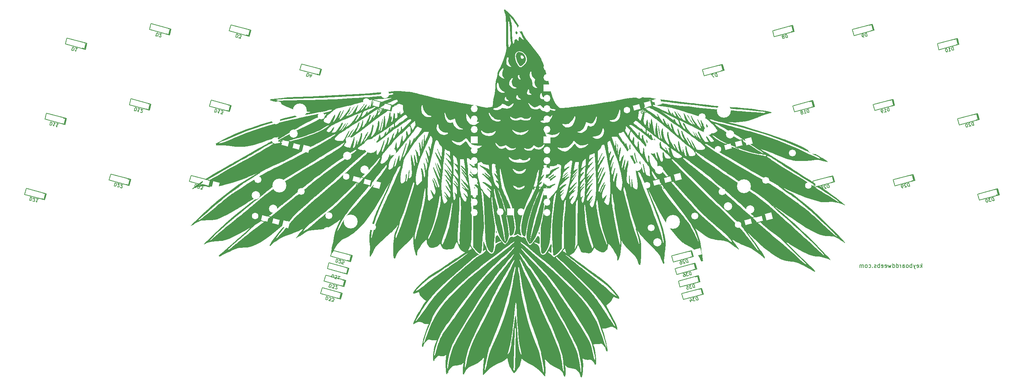
<source format=gbo>
G04 #@! TF.GenerationSoftware,KiCad,Pcbnew,(6.0.4)*
G04 #@! TF.CreationDate,2022-04-18T22:38:53-04:00*
G04 #@! TF.ProjectId,crowboard,63726f77-626f-4617-9264-2e6b69636164,rev?*
G04 #@! TF.SameCoordinates,Original*
G04 #@! TF.FileFunction,Legend,Bot*
G04 #@! TF.FilePolarity,Positive*
%FSLAX46Y46*%
G04 Gerber Fmt 4.6, Leading zero omitted, Abs format (unit mm)*
G04 Created by KiCad (PCBNEW (6.0.4)) date 2022-04-18 22:38:53*
%MOMM*%
%LPD*%
G01*
G04 APERTURE LIST*
G04 Aperture macros list*
%AMRotRect*
0 Rectangle, with rotation*
0 The origin of the aperture is its center*
0 $1 length*
0 $2 width*
0 $3 Rotation angle, in degrees counterclockwise*
0 Add horizontal line*
21,1,$1,$2,0,0,$3*%
G04 Aperture macros list end*
%ADD10C,0.150000*%
%ADD11C,0.300000*%
%ADD12C,1.700000*%
%ADD13C,3.400000*%
%ADD14C,2.000000*%
%ADD15RotRect,1.600000X1.200000X345.000000*%
%ADD16RotRect,1.600000X1.600000X345.000000*%
%ADD17C,1.600000*%
%ADD18RotRect,1.600000X1.200000X15.000000*%
%ADD19RotRect,1.600000X1.600000X15.000000*%
%ADD20O,1.500000X1.500000*%
%ADD21O,1.800000X1.800000*%
%ADD22O,1.700000X1.700000*%
%ADD23R,1.700000X1.700000*%
G04 APERTURE END LIST*
D10*
X249633428Y-108402380D02*
X249633428Y-107402380D01*
X249538190Y-108021428D02*
X249252476Y-108402380D01*
X249252476Y-107735714D02*
X249633428Y-108116666D01*
X248442952Y-108354761D02*
X248538190Y-108402380D01*
X248728666Y-108402380D01*
X248823904Y-108354761D01*
X248871523Y-108259523D01*
X248871523Y-107878571D01*
X248823904Y-107783333D01*
X248728666Y-107735714D01*
X248538190Y-107735714D01*
X248442952Y-107783333D01*
X248395333Y-107878571D01*
X248395333Y-107973809D01*
X248871523Y-108069047D01*
X248062000Y-107735714D02*
X247823904Y-108402380D01*
X247585809Y-107735714D02*
X247823904Y-108402380D01*
X247919142Y-108640476D01*
X247966761Y-108688095D01*
X248062000Y-108735714D01*
X247204857Y-108402380D02*
X247204857Y-107402380D01*
X247204857Y-107783333D02*
X247109619Y-107735714D01*
X246919142Y-107735714D01*
X246823904Y-107783333D01*
X246776285Y-107830952D01*
X246728666Y-107926190D01*
X246728666Y-108211904D01*
X246776285Y-108307142D01*
X246823904Y-108354761D01*
X246919142Y-108402380D01*
X247109619Y-108402380D01*
X247204857Y-108354761D01*
X246157238Y-108402380D02*
X246252476Y-108354761D01*
X246300095Y-108307142D01*
X246347714Y-108211904D01*
X246347714Y-107926190D01*
X246300095Y-107830952D01*
X246252476Y-107783333D01*
X246157238Y-107735714D01*
X246014380Y-107735714D01*
X245919142Y-107783333D01*
X245871523Y-107830952D01*
X245823904Y-107926190D01*
X245823904Y-108211904D01*
X245871523Y-108307142D01*
X245919142Y-108354761D01*
X246014380Y-108402380D01*
X246157238Y-108402380D01*
X244966761Y-108402380D02*
X244966761Y-107878571D01*
X245014380Y-107783333D01*
X245109619Y-107735714D01*
X245300095Y-107735714D01*
X245395333Y-107783333D01*
X244966761Y-108354761D02*
X245062000Y-108402380D01*
X245300095Y-108402380D01*
X245395333Y-108354761D01*
X245442952Y-108259523D01*
X245442952Y-108164285D01*
X245395333Y-108069047D01*
X245300095Y-108021428D01*
X245062000Y-108021428D01*
X244966761Y-107973809D01*
X244490571Y-108402380D02*
X244490571Y-107735714D01*
X244490571Y-107926190D02*
X244442952Y-107830952D01*
X244395333Y-107783333D01*
X244300095Y-107735714D01*
X244204857Y-107735714D01*
X243442952Y-108402380D02*
X243442952Y-107402380D01*
X243442952Y-108354761D02*
X243538190Y-108402380D01*
X243728666Y-108402380D01*
X243823904Y-108354761D01*
X243871523Y-108307142D01*
X243919142Y-108211904D01*
X243919142Y-107926190D01*
X243871523Y-107830952D01*
X243823904Y-107783333D01*
X243728666Y-107735714D01*
X243538190Y-107735714D01*
X243442952Y-107783333D01*
X242538190Y-108402380D02*
X242538190Y-107402380D01*
X242538190Y-108354761D02*
X242633428Y-108402380D01*
X242823904Y-108402380D01*
X242919142Y-108354761D01*
X242966761Y-108307142D01*
X243014380Y-108211904D01*
X243014380Y-107926190D01*
X242966761Y-107830952D01*
X242919142Y-107783333D01*
X242823904Y-107735714D01*
X242633428Y-107735714D01*
X242538190Y-107783333D01*
X242157238Y-107735714D02*
X241966761Y-108402380D01*
X241776285Y-107926190D01*
X241585809Y-108402380D01*
X241395333Y-107735714D01*
X240633428Y-108354761D02*
X240728666Y-108402380D01*
X240919142Y-108402380D01*
X241014380Y-108354761D01*
X241062000Y-108259523D01*
X241062000Y-107878571D01*
X241014380Y-107783333D01*
X240919142Y-107735714D01*
X240728666Y-107735714D01*
X240633428Y-107783333D01*
X240585809Y-107878571D01*
X240585809Y-107973809D01*
X241062000Y-108069047D01*
X239776285Y-108354761D02*
X239871523Y-108402380D01*
X240062000Y-108402380D01*
X240157238Y-108354761D01*
X240204857Y-108259523D01*
X240204857Y-107878571D01*
X240157238Y-107783333D01*
X240062000Y-107735714D01*
X239871523Y-107735714D01*
X239776285Y-107783333D01*
X239728666Y-107878571D01*
X239728666Y-107973809D01*
X240204857Y-108069047D01*
X239300095Y-108402380D02*
X239300095Y-107402380D01*
X239300095Y-107783333D02*
X239204857Y-107735714D01*
X239014380Y-107735714D01*
X238919142Y-107783333D01*
X238871523Y-107830952D01*
X238823904Y-107926190D01*
X238823904Y-108211904D01*
X238871523Y-108307142D01*
X238919142Y-108354761D01*
X239014380Y-108402380D01*
X239204857Y-108402380D01*
X239300095Y-108354761D01*
X238442952Y-108354761D02*
X238347714Y-108402380D01*
X238157238Y-108402380D01*
X238062000Y-108354761D01*
X238014380Y-108259523D01*
X238014380Y-108211904D01*
X238062000Y-108116666D01*
X238157238Y-108069047D01*
X238300095Y-108069047D01*
X238395333Y-108021428D01*
X238442952Y-107926190D01*
X238442952Y-107878571D01*
X238395333Y-107783333D01*
X238300095Y-107735714D01*
X238157238Y-107735714D01*
X238062000Y-107783333D01*
X237585809Y-108307142D02*
X237538190Y-108354761D01*
X237585809Y-108402380D01*
X237633428Y-108354761D01*
X237585809Y-108307142D01*
X237585809Y-108402380D01*
X236681047Y-108354761D02*
X236776285Y-108402380D01*
X236966761Y-108402380D01*
X237062000Y-108354761D01*
X237109619Y-108307142D01*
X237157238Y-108211904D01*
X237157238Y-107926190D01*
X237109619Y-107830952D01*
X237062000Y-107783333D01*
X236966761Y-107735714D01*
X236776285Y-107735714D01*
X236681047Y-107783333D01*
X236109619Y-108402380D02*
X236204857Y-108354761D01*
X236252476Y-108307142D01*
X236300095Y-108211904D01*
X236300095Y-107926190D01*
X236252476Y-107830952D01*
X236204857Y-107783333D01*
X236109619Y-107735714D01*
X235966761Y-107735714D01*
X235871523Y-107783333D01*
X235823904Y-107830952D01*
X235776285Y-107926190D01*
X235776285Y-108211904D01*
X235823904Y-108307142D01*
X235871523Y-108354761D01*
X235966761Y-108402380D01*
X236109619Y-108402380D01*
X235347714Y-108402380D02*
X235347714Y-107735714D01*
X235347714Y-107830952D02*
X235300095Y-107783333D01*
X235204857Y-107735714D01*
X235062000Y-107735714D01*
X234966761Y-107783333D01*
X234919142Y-107878571D01*
X234919142Y-108402380D01*
X234919142Y-107878571D02*
X234871523Y-107783333D01*
X234776285Y-107735714D01*
X234633428Y-107735714D01*
X234538190Y-107783333D01*
X234490571Y-107878571D01*
X234490571Y-108402380D01*
D11*
X157806571Y-88646000D02*
X157951714Y-88573428D01*
X158169428Y-88573428D01*
X158387142Y-88646000D01*
X158532285Y-88791142D01*
X158604857Y-88936285D01*
X158677428Y-89226571D01*
X158677428Y-89444285D01*
X158604857Y-89734571D01*
X158532285Y-89879714D01*
X158387142Y-90024857D01*
X158169428Y-90097428D01*
X158024285Y-90097428D01*
X157806571Y-90024857D01*
X157734000Y-89952285D01*
X157734000Y-89444285D01*
X158024285Y-89444285D01*
X156863142Y-88573428D02*
X156863142Y-88936285D01*
X157226000Y-88791142D02*
X156863142Y-88936285D01*
X156500285Y-88791142D01*
X157080857Y-89226571D02*
X156863142Y-88936285D01*
X156645428Y-89226571D01*
X155702000Y-88573428D02*
X155702000Y-88936285D01*
X156064857Y-88791142D02*
X155702000Y-88936285D01*
X155339142Y-88791142D01*
X155919714Y-89226571D02*
X155702000Y-88936285D01*
X155484285Y-89226571D01*
X154540857Y-88573428D02*
X154540857Y-88936285D01*
X154903714Y-88791142D02*
X154540857Y-88936285D01*
X154178000Y-88791142D01*
X154758571Y-89226571D02*
X154540857Y-88936285D01*
X154323142Y-89226571D01*
D10*
X36575635Y-72780505D02*
X36368580Y-73553246D01*
X36552566Y-73602545D01*
X36672817Y-73595327D01*
X36766131Y-73541452D01*
X36822648Y-73477717D01*
X36898884Y-73340388D01*
X36928464Y-73229997D01*
X36931105Y-73072949D01*
X36914028Y-72989494D01*
X36860153Y-72896180D01*
X36759621Y-72829804D01*
X36575635Y-72780505D01*
X37753145Y-73096018D02*
X37311579Y-72977701D01*
X37532362Y-73036859D02*
X37325307Y-73809600D01*
X37281292Y-73679489D01*
X37227417Y-73586175D01*
X37163682Y-73529658D01*
X38489088Y-73293213D02*
X38047522Y-73174896D01*
X38268305Y-73234055D02*
X38061250Y-74006795D01*
X38017235Y-73876684D01*
X37963360Y-73783370D01*
X37899626Y-73726854D01*
X199627032Y-61643719D02*
X199419976Y-60870979D01*
X199235990Y-60920277D01*
X199135459Y-60986654D01*
X199081584Y-61079968D01*
X199064506Y-61163422D01*
X199067148Y-61320470D01*
X199096727Y-61430862D01*
X199172964Y-61568191D01*
X199229480Y-61631925D01*
X199322794Y-61685800D01*
X199443046Y-61693018D01*
X199627032Y-61643719D01*
X198720830Y-61058314D02*
X198205670Y-61196351D01*
X198743899Y-61880354D01*
X262387980Y-73588239D02*
X262180925Y-72815499D01*
X261996939Y-72864798D01*
X261896407Y-72931174D01*
X261842533Y-73024488D01*
X261825455Y-73107942D01*
X261828097Y-73264991D01*
X261857676Y-73375382D01*
X261933913Y-73512711D01*
X261990429Y-73576446D01*
X262083743Y-73630320D01*
X262203994Y-73637538D01*
X262387980Y-73588239D01*
X261464701Y-73086289D02*
X261418044Y-73059351D01*
X261334590Y-73042274D01*
X261150604Y-73091572D01*
X261086870Y-73148089D01*
X261059932Y-73194746D01*
X261042855Y-73278200D01*
X261062574Y-73351795D01*
X261128951Y-73452326D01*
X261688834Y-73775575D01*
X261210471Y-73903752D01*
X260525052Y-73259189D02*
X260451458Y-73278908D01*
X260387723Y-73335425D01*
X260360786Y-73382082D01*
X260343708Y-73465536D01*
X260346350Y-73622584D01*
X260395649Y-73806570D01*
X260471885Y-73943899D01*
X260528402Y-74007634D01*
X260575059Y-74034571D01*
X260658513Y-74051649D01*
X260732107Y-74031929D01*
X260795842Y-73975413D01*
X260822779Y-73928756D01*
X260839857Y-73845301D01*
X260837215Y-73688253D01*
X260787916Y-73504267D01*
X260711680Y-73366938D01*
X260655163Y-73303204D01*
X260608506Y-73276266D01*
X260525052Y-73259189D01*
X99336584Y-60835985D02*
X99129529Y-61608726D01*
X99313515Y-61658024D01*
X99433766Y-61650807D01*
X99527080Y-61596932D01*
X99583597Y-61533197D01*
X99659833Y-61395868D01*
X99689412Y-61285477D01*
X99692054Y-61128428D01*
X99674977Y-61044974D01*
X99621102Y-60951660D01*
X99520570Y-60885284D01*
X99336584Y-60835985D01*
X100302463Y-61646938D02*
X100440499Y-61131778D01*
X100039598Y-61892017D02*
X100003509Y-61290761D01*
X100481872Y-61418938D01*
X111411808Y-87902295D02*
X111204753Y-88675036D01*
X111388739Y-88724335D01*
X111508990Y-88717117D01*
X111602304Y-88663242D01*
X111658821Y-88599507D01*
X111735057Y-88462178D01*
X111764637Y-88351787D01*
X111767278Y-88194739D01*
X111750201Y-88111284D01*
X111696326Y-88017970D01*
X111595794Y-87951594D01*
X111411808Y-87902295D01*
X112589318Y-88217808D02*
X112147752Y-88099491D01*
X112368535Y-88158649D02*
X112161480Y-88931390D01*
X112117465Y-88801279D01*
X112063590Y-88707965D01*
X111999855Y-88651448D01*
X113081409Y-89177884D02*
X112713437Y-89079286D01*
X112775238Y-88701455D01*
X112802175Y-88748112D01*
X112865910Y-88804629D01*
X113049896Y-88853928D01*
X113133350Y-88836850D01*
X113180007Y-88809912D01*
X113236524Y-88746178D01*
X113285822Y-88562192D01*
X113268745Y-88478738D01*
X113241807Y-88432081D01*
X113178073Y-88375564D01*
X112994087Y-88326265D01*
X112910633Y-88343343D01*
X112863976Y-88370280D01*
X106481306Y-106303182D02*
X106274251Y-107075923D01*
X106458237Y-107125222D01*
X106578488Y-107118004D01*
X106671802Y-107064129D01*
X106728319Y-107000394D01*
X106804555Y-106863065D01*
X106834135Y-106752674D01*
X106836776Y-106595626D01*
X106819699Y-106512171D01*
X106765824Y-106418857D01*
X106665292Y-106352481D01*
X106481306Y-106303182D01*
X107029914Y-107199524D02*
X107056852Y-107246181D01*
X107120586Y-107302698D01*
X107304572Y-107351996D01*
X107388026Y-107334919D01*
X107434683Y-107307981D01*
X107491200Y-107244247D01*
X107510919Y-107170652D01*
X107503702Y-107050401D01*
X107180453Y-106490518D01*
X107658816Y-106618695D01*
X108150907Y-107578771D02*
X107782935Y-107480173D01*
X107844736Y-107102342D01*
X107871673Y-107148999D01*
X107935408Y-107205516D01*
X108119394Y-107254815D01*
X108202848Y-107237737D01*
X108249505Y-107210799D01*
X108306022Y-107147065D01*
X108355320Y-106963079D01*
X108338243Y-106879625D01*
X108311305Y-106832968D01*
X108247571Y-106776451D01*
X108063585Y-106727152D01*
X107980131Y-106744230D01*
X107933474Y-106771167D01*
X204925505Y-79946008D02*
X204718450Y-79173268D01*
X204534464Y-79222567D01*
X204433932Y-79288943D01*
X204380058Y-79382257D01*
X204362980Y-79465711D01*
X204365622Y-79622760D01*
X204395201Y-79733151D01*
X204471438Y-79870480D01*
X204527954Y-79934215D01*
X204621268Y-79988089D01*
X204741519Y-79995307D01*
X204925505Y-79946008D01*
X203747996Y-80261521D02*
X204189562Y-80143204D01*
X203968779Y-80202363D02*
X203761724Y-79429622D01*
X203864897Y-79520294D01*
X203958211Y-79574169D01*
X204041665Y-79591246D01*
X203283360Y-79557799D02*
X202768200Y-79695836D01*
X203306430Y-80379838D01*
X241727279Y-70085002D02*
X241520224Y-69312262D01*
X241336238Y-69361561D01*
X241235706Y-69427937D01*
X241181832Y-69521251D01*
X241164754Y-69604705D01*
X241167396Y-69761754D01*
X241196975Y-69872145D01*
X241273212Y-70009474D01*
X241329728Y-70073209D01*
X241423042Y-70127083D01*
X241543293Y-70134301D01*
X241727279Y-70085002D01*
X240549770Y-70400515D02*
X240991336Y-70282198D01*
X240770553Y-70341357D02*
X240563498Y-69568616D01*
X240666671Y-69659288D01*
X240759985Y-69713163D01*
X240843439Y-69730240D01*
X240181798Y-70499113D02*
X240034609Y-70538552D01*
X239951155Y-70521474D01*
X239904498Y-70494537D01*
X239801325Y-70403865D01*
X239725088Y-70266536D01*
X239646210Y-69972159D01*
X239663288Y-69888705D01*
X239690225Y-69842048D01*
X239753960Y-69785531D01*
X239901148Y-69746092D01*
X239984603Y-69763169D01*
X240031259Y-69790107D01*
X240087776Y-69853841D01*
X240137075Y-70037827D01*
X240119997Y-70121281D01*
X240093060Y-70167938D01*
X240029325Y-70224455D01*
X239882137Y-70263894D01*
X239798683Y-70246817D01*
X239752026Y-70219879D01*
X239695509Y-70156145D01*
X94038109Y-79138274D02*
X93831054Y-79911015D01*
X94015040Y-79960314D01*
X94135291Y-79953096D01*
X94228605Y-79899221D01*
X94285122Y-79835486D01*
X94361358Y-79698157D01*
X94390938Y-79587766D01*
X94393579Y-79430718D01*
X94376502Y-79347263D01*
X94322627Y-79253949D01*
X94222095Y-79187573D01*
X94038109Y-79138274D01*
X95215619Y-79453787D02*
X94774053Y-79335470D01*
X94994836Y-79394628D02*
X94787781Y-80167369D01*
X94743766Y-80037258D01*
X94689891Y-79943944D01*
X94626156Y-79887427D01*
X95739931Y-80146423D02*
X95877968Y-79631263D01*
X95477067Y-80391502D02*
X95440978Y-79790245D01*
X95919341Y-79918422D01*
X71939345Y-88008436D02*
X71732290Y-88781177D01*
X71916276Y-88830476D01*
X72036527Y-88823258D01*
X72129841Y-88769383D01*
X72186358Y-88705648D01*
X72262594Y-88568319D01*
X72292174Y-88457928D01*
X72294815Y-88300880D01*
X72277738Y-88217425D01*
X72223863Y-88124111D01*
X72123331Y-88057735D01*
X71939345Y-88008436D01*
X72487953Y-88904778D02*
X72514891Y-88951435D01*
X72578625Y-89007952D01*
X72762611Y-89057250D01*
X72846065Y-89040173D01*
X72892722Y-89013235D01*
X72949239Y-88949501D01*
X72968958Y-88875906D01*
X72961741Y-88755655D01*
X72638492Y-88195772D01*
X73116855Y-88323949D01*
X73167380Y-89165708D02*
X73645743Y-89293885D01*
X73467041Y-88930489D01*
X73577433Y-88960069D01*
X73660887Y-88942991D01*
X73707544Y-88916053D01*
X73764061Y-88852319D01*
X73813359Y-88668333D01*
X73796282Y-88584879D01*
X73769344Y-88538222D01*
X73705610Y-88481705D01*
X73484827Y-88422547D01*
X73401373Y-88439624D01*
X73354716Y-88466562D01*
X222093767Y-70415283D02*
X221886712Y-69642543D01*
X221702726Y-69691842D01*
X221602194Y-69758218D01*
X221548320Y-69851532D01*
X221531242Y-69934986D01*
X221533884Y-70092035D01*
X221563463Y-70202426D01*
X221639700Y-70339755D01*
X221696216Y-70403490D01*
X221789530Y-70457364D01*
X221909781Y-70464582D01*
X222093767Y-70415283D01*
X220916258Y-70730796D02*
X221357824Y-70612479D01*
X221137041Y-70671638D02*
X220929986Y-69898897D01*
X221033159Y-69989569D01*
X221126473Y-70043444D01*
X221209927Y-70060521D01*
X220356374Y-70407547D02*
X220420109Y-70351031D01*
X220447046Y-70304374D01*
X220464124Y-70220920D01*
X220454264Y-70184122D01*
X220397747Y-70120388D01*
X220351091Y-70093450D01*
X220267636Y-70076373D01*
X220120448Y-70115812D01*
X220056713Y-70172329D01*
X220029776Y-70218986D01*
X220012698Y-70302440D01*
X220022558Y-70339237D01*
X220079075Y-70402971D01*
X220125732Y-70429909D01*
X220209186Y-70446986D01*
X220356374Y-70407547D01*
X220439828Y-70424625D01*
X220486485Y-70451562D01*
X220543002Y-70515297D01*
X220582441Y-70662486D01*
X220565364Y-70745940D01*
X220538426Y-70792597D01*
X220474692Y-70849113D01*
X220327503Y-70888553D01*
X220244049Y-70871475D01*
X220197392Y-70844538D01*
X220140875Y-70780803D01*
X220101436Y-70633614D01*
X220118514Y-70550160D01*
X220145451Y-70503503D01*
X220209186Y-70446986D01*
X57236335Y-69277268D02*
X57029280Y-70050009D01*
X57213266Y-70099308D01*
X57333517Y-70092090D01*
X57426831Y-70038215D01*
X57483348Y-69974480D01*
X57559584Y-69837151D01*
X57589164Y-69726760D01*
X57591805Y-69569712D01*
X57574728Y-69486257D01*
X57520853Y-69392943D01*
X57420321Y-69326567D01*
X57236335Y-69277268D01*
X58413845Y-69592781D02*
X57972279Y-69474464D01*
X58193062Y-69533622D02*
X57986007Y-70306363D01*
X57941992Y-70176252D01*
X57888117Y-70082938D01*
X57824382Y-70026421D01*
X58520887Y-70370805D02*
X58547824Y-70417462D01*
X58611559Y-70473979D01*
X58795545Y-70523278D01*
X58878999Y-70506200D01*
X58925656Y-70479263D01*
X58982172Y-70415528D01*
X59001892Y-70341934D01*
X58994674Y-70221683D01*
X58671425Y-69661799D01*
X59149788Y-69789976D01*
X52305833Y-87678155D02*
X52098778Y-88450896D01*
X52282764Y-88500195D01*
X52403015Y-88492977D01*
X52496329Y-88439102D01*
X52552846Y-88375367D01*
X52629082Y-88238038D01*
X52658662Y-88127647D01*
X52661303Y-87970599D01*
X52644226Y-87887144D01*
X52590351Y-87793830D01*
X52489819Y-87727454D01*
X52305833Y-87678155D01*
X52854441Y-88574497D02*
X52881379Y-88621154D01*
X52945113Y-88677671D01*
X53129099Y-88726969D01*
X53212553Y-88709892D01*
X53259210Y-88682954D01*
X53315727Y-88619220D01*
X53335446Y-88545625D01*
X53328229Y-88425374D01*
X53004980Y-87865491D01*
X53483343Y-87993668D01*
X53590385Y-88771692D02*
X53617322Y-88818349D01*
X53681057Y-88874866D01*
X53865043Y-88924165D01*
X53948497Y-88907087D01*
X53995154Y-88880150D01*
X54051670Y-88816415D01*
X54071390Y-88742821D01*
X54064172Y-88622570D01*
X53740923Y-88062686D01*
X54219286Y-88190863D01*
X89107607Y-97539161D02*
X88900552Y-98311902D01*
X89084538Y-98361201D01*
X89204789Y-98353983D01*
X89298103Y-98300108D01*
X89354620Y-98236373D01*
X89430856Y-98099044D01*
X89460436Y-97988653D01*
X89463077Y-97831605D01*
X89446000Y-97748150D01*
X89392125Y-97654836D01*
X89291593Y-97588460D01*
X89107607Y-97539161D01*
X89656215Y-98435503D02*
X89683153Y-98482160D01*
X89746887Y-98538677D01*
X89930873Y-98587975D01*
X90014327Y-98570898D01*
X90060984Y-98543960D01*
X90117501Y-98480226D01*
X90137220Y-98406631D01*
X90130003Y-98286380D01*
X89806754Y-97726497D01*
X90285117Y-97854674D01*
X90809429Y-98547310D02*
X90947466Y-98032150D01*
X90546565Y-98792389D02*
X90510476Y-98191132D01*
X90988839Y-98319309D01*
X82053619Y-51274526D02*
X81846564Y-52047267D01*
X82030550Y-52096565D01*
X82150801Y-52089348D01*
X82244115Y-52035473D01*
X82300632Y-51971738D01*
X82376868Y-51834409D01*
X82406447Y-51724018D01*
X82409089Y-51566969D01*
X82392012Y-51483515D01*
X82338137Y-51390201D01*
X82237605Y-51323825D01*
X82053619Y-51274526D01*
X82545710Y-52234602D02*
X83024073Y-52362779D01*
X82845371Y-51999383D01*
X82955763Y-52028963D01*
X83039217Y-52011885D01*
X83085874Y-51984948D01*
X83142391Y-51921213D01*
X83191690Y-51737227D01*
X83174612Y-51653773D01*
X83147675Y-51607116D01*
X83083940Y-51550600D01*
X82863157Y-51491441D01*
X82779703Y-51508518D01*
X82733046Y-51535456D01*
X31645132Y-91181392D02*
X31438077Y-91954133D01*
X31622063Y-92003432D01*
X31742314Y-91996214D01*
X31835628Y-91942339D01*
X31892145Y-91878604D01*
X31968381Y-91741275D01*
X31997961Y-91630884D01*
X32000602Y-91473836D01*
X31983525Y-91390381D01*
X31929650Y-91297067D01*
X31829118Y-91230691D01*
X31645132Y-91181392D01*
X32193740Y-92077734D02*
X32220678Y-92124391D01*
X32284412Y-92180908D01*
X32468398Y-92230206D01*
X32551852Y-92213129D01*
X32598509Y-92186191D01*
X32655026Y-92122457D01*
X32674745Y-92048862D01*
X32667528Y-91928611D01*
X32344279Y-91368728D01*
X32822642Y-91496905D01*
X33558585Y-91694100D02*
X33117019Y-91575783D01*
X33337802Y-91634942D02*
X33130747Y-92407682D01*
X33086732Y-92277571D01*
X33032857Y-92184257D01*
X32969123Y-92127741D01*
X182253333Y-70407739D02*
X182046277Y-69634999D01*
X181862291Y-69684297D01*
X181761760Y-69750674D01*
X181707885Y-69843988D01*
X181690807Y-69927442D01*
X181693449Y-70084490D01*
X181723028Y-70194882D01*
X181799265Y-70332211D01*
X181855781Y-70395945D01*
X181949095Y-70449820D01*
X182069347Y-70457038D01*
X182253333Y-70407739D01*
X180942362Y-69930792D02*
X181089551Y-69891353D01*
X181173005Y-69908430D01*
X181219662Y-69935368D01*
X181322836Y-70026040D01*
X181399072Y-70163369D01*
X181477950Y-70457746D01*
X181460872Y-70541200D01*
X181433935Y-70587857D01*
X181370200Y-70644374D01*
X181223012Y-70683813D01*
X181139558Y-70666735D01*
X181092901Y-70639798D01*
X181036384Y-70576063D01*
X180987085Y-70392077D01*
X181004163Y-70308623D01*
X181031100Y-70261966D01*
X181094835Y-70205450D01*
X181242023Y-70166010D01*
X181325477Y-70183088D01*
X181372134Y-70210025D01*
X181428651Y-70273760D01*
X41940517Y-54496010D02*
X41733462Y-55268751D01*
X41917448Y-55318049D01*
X42037699Y-55310832D01*
X42131013Y-55256957D01*
X42187530Y-55193222D01*
X42263766Y-55055893D01*
X42293345Y-54945502D01*
X42295987Y-54788453D01*
X42278910Y-54704999D01*
X42225035Y-54611685D01*
X42124503Y-54545309D01*
X41940517Y-54496010D01*
X43118027Y-54811523D02*
X42676461Y-54693205D01*
X42897244Y-54752364D02*
X42690188Y-55525105D01*
X42646173Y-55394994D01*
X42592299Y-55301680D01*
X42528564Y-55245163D01*
X193304060Y-110177730D02*
X193097005Y-109404990D01*
X192913019Y-109454289D01*
X192812487Y-109520665D01*
X192758613Y-109613979D01*
X192741535Y-109697433D01*
X192744177Y-109854482D01*
X192773756Y-109964873D01*
X192849993Y-110102202D01*
X192906509Y-110165937D01*
X192999823Y-110219811D01*
X193120074Y-110227029D01*
X193304060Y-110177730D01*
X192397859Y-109592325D02*
X191919495Y-109720503D01*
X192255954Y-109945862D01*
X192145562Y-109975441D01*
X192081828Y-110031958D01*
X192054890Y-110078614D01*
X192037813Y-110162069D01*
X192087112Y-110346054D01*
X192143628Y-110409789D01*
X192190285Y-110436726D01*
X192273739Y-110453804D01*
X192494522Y-110394645D01*
X192558257Y-110338129D01*
X192585194Y-110291472D01*
X191257146Y-109897978D02*
X191404335Y-109858539D01*
X191487789Y-109875617D01*
X191534446Y-109902554D01*
X191637620Y-109993226D01*
X191713856Y-110130555D01*
X191792734Y-110424933D01*
X191775657Y-110508387D01*
X191748719Y-110555044D01*
X191684985Y-110611560D01*
X191537796Y-110651000D01*
X191454342Y-110633922D01*
X191407685Y-110606985D01*
X191351168Y-110543250D01*
X191301869Y-110359264D01*
X191318947Y-110275810D01*
X191345884Y-110229153D01*
X191409619Y-110172636D01*
X191556808Y-110133197D01*
X191640262Y-110150275D01*
X191686919Y-110177212D01*
X191743435Y-110240947D01*
X194947561Y-116311359D02*
X194740506Y-115538619D01*
X194556520Y-115587918D01*
X194455988Y-115654294D01*
X194402114Y-115747608D01*
X194385036Y-115831062D01*
X194387678Y-115988111D01*
X194417257Y-116098502D01*
X194493494Y-116235831D01*
X194550010Y-116299566D01*
X194643324Y-116353440D01*
X194763575Y-116360658D01*
X194947561Y-116311359D01*
X194041360Y-115725954D02*
X193562996Y-115854132D01*
X193899455Y-116079491D01*
X193789063Y-116109070D01*
X193725329Y-116165587D01*
X193698391Y-116212243D01*
X193681314Y-116295698D01*
X193730613Y-116479683D01*
X193787129Y-116543418D01*
X193833786Y-116570355D01*
X193917240Y-116587433D01*
X194138023Y-116528274D01*
X194201758Y-116471758D01*
X194228695Y-116425101D01*
X192969666Y-116289188D02*
X193107703Y-116804348D01*
X193074773Y-115945511D02*
X193406656Y-116448170D01*
X192928293Y-116576347D01*
X192482309Y-107110915D02*
X192275254Y-106338175D01*
X192091268Y-106387474D01*
X191990736Y-106453850D01*
X191936862Y-106547164D01*
X191919784Y-106630618D01*
X191922426Y-106787667D01*
X191952005Y-106898058D01*
X192028242Y-107035387D01*
X192084758Y-107099122D01*
X192178072Y-107152996D01*
X192298323Y-107160214D01*
X192482309Y-107110915D01*
X191559030Y-106608965D02*
X191512373Y-106582027D01*
X191428919Y-106564950D01*
X191244933Y-106614248D01*
X191181199Y-106670765D01*
X191154261Y-106717422D01*
X191137184Y-106800876D01*
X191156903Y-106874471D01*
X191223280Y-106975002D01*
X191783163Y-107298251D01*
X191304800Y-107426428D01*
X190435395Y-106831163D02*
X190582584Y-106791724D01*
X190666038Y-106808802D01*
X190712695Y-106835739D01*
X190815869Y-106926411D01*
X190892105Y-107063740D01*
X190970983Y-107358118D01*
X190953906Y-107441572D01*
X190926968Y-107488229D01*
X190863234Y-107544745D01*
X190716045Y-107584185D01*
X190632591Y-107567107D01*
X190585934Y-107540170D01*
X190529417Y-107476435D01*
X190480118Y-107292449D01*
X190497196Y-107208995D01*
X190524133Y-107162338D01*
X190587868Y-107105821D01*
X190735057Y-107066382D01*
X190818511Y-107083460D01*
X190865168Y-107110397D01*
X190921684Y-107174132D01*
X209856008Y-98346895D02*
X209648953Y-97574155D01*
X209464967Y-97623454D01*
X209364435Y-97689830D01*
X209310561Y-97783144D01*
X209293483Y-97866598D01*
X209296125Y-98023647D01*
X209325704Y-98134038D01*
X209401941Y-98271367D01*
X209458457Y-98335102D01*
X209551771Y-98388976D01*
X209672022Y-98396194D01*
X209856008Y-98346895D01*
X208932729Y-97844945D02*
X208886072Y-97818007D01*
X208802618Y-97800930D01*
X208618632Y-97850228D01*
X208554898Y-97906745D01*
X208527960Y-97953402D01*
X208510883Y-98036856D01*
X208530602Y-98110451D01*
X208596979Y-98210982D01*
X209156862Y-98534231D01*
X208678499Y-98662408D01*
X208213863Y-97958686D02*
X207698703Y-98096723D01*
X208236933Y-98780725D01*
X246657782Y-88485889D02*
X246450727Y-87713149D01*
X246266741Y-87762448D01*
X246166209Y-87828824D01*
X246112335Y-87922138D01*
X246095257Y-88005592D01*
X246097899Y-88162641D01*
X246127478Y-88273032D01*
X246203715Y-88410361D01*
X246260231Y-88474096D01*
X246353545Y-88527970D01*
X246473796Y-88535188D01*
X246657782Y-88485889D01*
X245734503Y-87983939D02*
X245687846Y-87957001D01*
X245604392Y-87939924D01*
X245420406Y-87989222D01*
X245356672Y-88045739D01*
X245329734Y-88092396D01*
X245312657Y-88175850D01*
X245332376Y-88249445D01*
X245398753Y-88349976D01*
X245958636Y-88673225D01*
X245480273Y-88801402D01*
X245112301Y-88900000D02*
X244965112Y-88939439D01*
X244881658Y-88922361D01*
X244835001Y-88895424D01*
X244731828Y-88804752D01*
X244655591Y-88667423D01*
X244576713Y-88373046D01*
X244593791Y-88289592D01*
X244620728Y-88242935D01*
X244684463Y-88186418D01*
X244831651Y-88146979D01*
X244915106Y-88164056D01*
X244961762Y-88190994D01*
X245018279Y-88254728D01*
X245067578Y-88438714D01*
X245050500Y-88522168D01*
X245023563Y-88568825D01*
X244959828Y-88625342D01*
X244812640Y-88664781D01*
X244729186Y-88647704D01*
X244682529Y-88620766D01*
X244626012Y-88557032D01*
X62534810Y-50974979D02*
X62327755Y-51747720D01*
X62511741Y-51797018D01*
X62631992Y-51789801D01*
X62725306Y-51735926D01*
X62781823Y-51672191D01*
X62858059Y-51534862D01*
X62887638Y-51424471D01*
X62890280Y-51267422D01*
X62873203Y-51183968D01*
X62819328Y-51090654D01*
X62718796Y-51024278D01*
X62534810Y-50974979D01*
X63083418Y-51871321D02*
X63110355Y-51917978D01*
X63174090Y-51974494D01*
X63358076Y-52023793D01*
X63441530Y-52006716D01*
X63488187Y-51979778D01*
X63544704Y-51916044D01*
X63564423Y-51842449D01*
X63557205Y-51722198D01*
X63233956Y-51162315D01*
X63712320Y-51290492D01*
X104024272Y-115472957D02*
X103817217Y-116245698D01*
X104001203Y-116294997D01*
X104121454Y-116287779D01*
X104214768Y-116233904D01*
X104271285Y-116170169D01*
X104347521Y-116032840D01*
X104377101Y-115922449D01*
X104379742Y-115765401D01*
X104362665Y-115681946D01*
X104308790Y-115588632D01*
X104208258Y-115522256D01*
X104024272Y-115472957D01*
X104516363Y-116433033D02*
X104994727Y-116561211D01*
X104816025Y-116197815D01*
X104926416Y-116227394D01*
X105009870Y-116210316D01*
X105056527Y-116183379D01*
X105113044Y-116119644D01*
X105162343Y-115935659D01*
X105145265Y-115852204D01*
X105118328Y-115805547D01*
X105054593Y-115749031D01*
X104833810Y-115689872D01*
X104750356Y-115706950D01*
X104703699Y-115733887D01*
X105252307Y-116630229D02*
X105730670Y-116758406D01*
X105551968Y-116395010D01*
X105662360Y-116424590D01*
X105745814Y-116407512D01*
X105792471Y-116380574D01*
X105848988Y-116316840D01*
X105898286Y-116132854D01*
X105881209Y-116049400D01*
X105854271Y-116002743D01*
X105790537Y-115946226D01*
X105569754Y-115887068D01*
X105486300Y-115904145D01*
X105439643Y-115931083D01*
X236314102Y-51813448D02*
X236107046Y-51040708D01*
X235923060Y-51090006D01*
X235822529Y-51156383D01*
X235768654Y-51249697D01*
X235751576Y-51333151D01*
X235754218Y-51490199D01*
X235783797Y-51600591D01*
X235860034Y-51737920D01*
X235916550Y-51801654D01*
X236009864Y-51855529D01*
X236130116Y-51862747D01*
X236314102Y-51813448D01*
X235504564Y-52030363D02*
X235357375Y-52069802D01*
X235273921Y-52052725D01*
X235227264Y-52025787D01*
X235124090Y-51935115D01*
X235047854Y-51797786D01*
X234968976Y-51503409D01*
X234986053Y-51419955D01*
X235012991Y-51373298D01*
X235076725Y-51316781D01*
X235223914Y-51277342D01*
X235307368Y-51294420D01*
X235354025Y-51321357D01*
X235410542Y-51385092D01*
X235459841Y-51569078D01*
X235442763Y-51652532D01*
X235415826Y-51699189D01*
X235352091Y-51755705D01*
X235204902Y-51795144D01*
X235121448Y-51778067D01*
X235074791Y-51751129D01*
X235018275Y-51687395D01*
X187551807Y-88710028D02*
X187344752Y-87937288D01*
X187160766Y-87986587D01*
X187060234Y-88052963D01*
X187006360Y-88146277D01*
X186989282Y-88229731D01*
X186991924Y-88386780D01*
X187021503Y-88497171D01*
X187097740Y-88634500D01*
X187154256Y-88698235D01*
X187247570Y-88752109D01*
X187367821Y-88759327D01*
X187551807Y-88710028D01*
X186374298Y-89025541D02*
X186815864Y-88907224D01*
X186595081Y-88966383D02*
X186388026Y-88193642D01*
X186491199Y-88284314D01*
X186584513Y-88338189D01*
X186667967Y-88355266D01*
X185504893Y-88430276D02*
X185652082Y-88390837D01*
X185735536Y-88407915D01*
X185782193Y-88434852D01*
X185885367Y-88525524D01*
X185961603Y-88662853D01*
X186040481Y-88957231D01*
X186023404Y-89040685D01*
X185996466Y-89087342D01*
X185932732Y-89143858D01*
X185785543Y-89183298D01*
X185702089Y-89166220D01*
X185655432Y-89139283D01*
X185598915Y-89075548D01*
X185549616Y-88891562D01*
X185566694Y-88808108D01*
X185593631Y-88761451D01*
X185657366Y-88704934D01*
X185804555Y-88665495D01*
X185888009Y-88682573D01*
X185934666Y-88709510D01*
X185991182Y-88773245D01*
X227024270Y-88816170D02*
X226817215Y-88043430D01*
X226633229Y-88092729D01*
X226532697Y-88159105D01*
X226478823Y-88252419D01*
X226461745Y-88335873D01*
X226464387Y-88492922D01*
X226493966Y-88603313D01*
X226570203Y-88740642D01*
X226626719Y-88804377D01*
X226720033Y-88858251D01*
X226840284Y-88865469D01*
X227024270Y-88816170D01*
X226100991Y-88314220D02*
X226054334Y-88287282D01*
X225970880Y-88270205D01*
X225786894Y-88319503D01*
X225723160Y-88376020D01*
X225696222Y-88422677D01*
X225679145Y-88506131D01*
X225698864Y-88579726D01*
X225765241Y-88680257D01*
X226325124Y-89003506D01*
X225846761Y-89131683D01*
X225286877Y-88808434D02*
X225350612Y-88751918D01*
X225377549Y-88705261D01*
X225394627Y-88621807D01*
X225384767Y-88585009D01*
X225328250Y-88521275D01*
X225281594Y-88494337D01*
X225198139Y-88477260D01*
X225050951Y-88516699D01*
X224987216Y-88573216D01*
X224960279Y-88619873D01*
X224943201Y-88703327D01*
X224953061Y-88740124D01*
X225009578Y-88803858D01*
X225056235Y-88830796D01*
X225139689Y-88847873D01*
X225286877Y-88808434D01*
X225370331Y-88825512D01*
X225416988Y-88852449D01*
X225473505Y-88916184D01*
X225512944Y-89063373D01*
X225495867Y-89146827D01*
X225468929Y-89193484D01*
X225405195Y-89250000D01*
X225258006Y-89289440D01*
X225174552Y-89272362D01*
X225127895Y-89245425D01*
X225071378Y-89181690D01*
X225031939Y-89034501D01*
X225049017Y-88951047D01*
X225075954Y-88904390D01*
X225139689Y-88847873D01*
X267318483Y-91989126D02*
X267111428Y-91216386D01*
X266927442Y-91265685D01*
X266826910Y-91332061D01*
X266773036Y-91425375D01*
X266755958Y-91508829D01*
X266758600Y-91665878D01*
X266788179Y-91776269D01*
X266864416Y-91913598D01*
X266920932Y-91977333D01*
X267014246Y-92031207D01*
X267134497Y-92038425D01*
X267318483Y-91989126D01*
X266412282Y-91403721D02*
X265933918Y-91531899D01*
X266270377Y-91757258D01*
X266159985Y-91786837D01*
X266096251Y-91843354D01*
X266069313Y-91890010D01*
X266052236Y-91973465D01*
X266101535Y-92157450D01*
X266158051Y-92221185D01*
X266204708Y-92248122D01*
X266288162Y-92265200D01*
X266508945Y-92206041D01*
X266572680Y-92149525D01*
X266599617Y-92102868D01*
X265455555Y-91660076D02*
X265381961Y-91679795D01*
X265318226Y-91736312D01*
X265291289Y-91782969D01*
X265274211Y-91866423D01*
X265276853Y-92023471D01*
X265326152Y-92207457D01*
X265402388Y-92344786D01*
X265458905Y-92408521D01*
X265505562Y-92435458D01*
X265589016Y-92452536D01*
X265662610Y-92432816D01*
X265726345Y-92376300D01*
X265753282Y-92329643D01*
X265770360Y-92246188D01*
X265767718Y-92089140D01*
X265718419Y-91905154D01*
X265642183Y-91767825D01*
X265585666Y-91704091D01*
X265539009Y-91677153D01*
X265455555Y-91660076D01*
X257457477Y-55187352D02*
X257250422Y-54414612D01*
X257066436Y-54463911D01*
X256965904Y-54530287D01*
X256912030Y-54623601D01*
X256894952Y-54707055D01*
X256897594Y-54864104D01*
X256927173Y-54974495D01*
X257003410Y-55111824D01*
X257059926Y-55175559D01*
X257153240Y-55229433D01*
X257273491Y-55236651D01*
X257457477Y-55187352D01*
X256279968Y-55502865D02*
X256721534Y-55384548D01*
X256500751Y-55443707D02*
X256293696Y-54670966D01*
X256396869Y-54761638D01*
X256490183Y-54815513D01*
X256573637Y-54832590D01*
X255594549Y-54858302D02*
X255520955Y-54878021D01*
X255457220Y-54934538D01*
X255430283Y-54981195D01*
X255413205Y-55064649D01*
X255415847Y-55221697D01*
X255465146Y-55405683D01*
X255541382Y-55543012D01*
X255597899Y-55606747D01*
X255644556Y-55633684D01*
X255728010Y-55650762D01*
X255801604Y-55631042D01*
X255865339Y-55574526D01*
X255892276Y-55527869D01*
X255909354Y-55444414D01*
X255906712Y-55287366D01*
X255857413Y-55103380D01*
X255781177Y-54966051D01*
X255724660Y-54902317D01*
X255678003Y-54875379D01*
X255594549Y-54858302D01*
X216795293Y-52112994D02*
X216588237Y-51340254D01*
X216404251Y-51389552D01*
X216303720Y-51455929D01*
X216249845Y-51549243D01*
X216232767Y-51632697D01*
X216235409Y-51789745D01*
X216264988Y-51900137D01*
X216341225Y-52037466D01*
X216397741Y-52101200D01*
X216491055Y-52155075D01*
X216611307Y-52162293D01*
X216795293Y-52112994D01*
X215793843Y-51908063D02*
X215857578Y-51851546D01*
X215884515Y-51804889D01*
X215901593Y-51721435D01*
X215891733Y-51684638D01*
X215835216Y-51620903D01*
X215788559Y-51593966D01*
X215705105Y-51576888D01*
X215557916Y-51616327D01*
X215494182Y-51672844D01*
X215467244Y-51719501D01*
X215450167Y-51802955D01*
X215460027Y-51839752D01*
X215516543Y-51903487D01*
X215563200Y-51930424D01*
X215646654Y-51947502D01*
X215793843Y-51908063D01*
X215877297Y-51925140D01*
X215923954Y-51952078D01*
X215980471Y-52015812D01*
X216019910Y-52163001D01*
X216002832Y-52246455D01*
X215975895Y-52293112D01*
X215912160Y-52349629D01*
X215764972Y-52389068D01*
X215681518Y-52371990D01*
X215634861Y-52345053D01*
X215578344Y-52281318D01*
X215538905Y-52134130D01*
X215555982Y-52050675D01*
X215582920Y-52004018D01*
X215646654Y-51947502D01*
X104846022Y-112406143D02*
X104638967Y-113178884D01*
X104822953Y-113228183D01*
X104943204Y-113220965D01*
X105036518Y-113167090D01*
X105093035Y-113103355D01*
X105169271Y-112966026D01*
X105198851Y-112855635D01*
X105201492Y-112698587D01*
X105184415Y-112615132D01*
X105130540Y-112521818D01*
X105030008Y-112455442D01*
X104846022Y-112406143D01*
X105338113Y-113366219D02*
X105816477Y-113494397D01*
X105637775Y-113131001D01*
X105748166Y-113160580D01*
X105831620Y-113143502D01*
X105878277Y-113116565D01*
X105934794Y-113052830D01*
X105984093Y-112868845D01*
X105967015Y-112785390D01*
X105940078Y-112738733D01*
X105876343Y-112682217D01*
X105655560Y-112623058D01*
X105572106Y-112640136D01*
X105525449Y-112667073D01*
X106130574Y-113499680D02*
X106157511Y-113546337D01*
X106221246Y-113602854D01*
X106405232Y-113652153D01*
X106488686Y-113635075D01*
X106535343Y-113608138D01*
X106591859Y-113544403D01*
X106611579Y-113470809D01*
X106604361Y-113350558D01*
X106281112Y-112790674D01*
X106759475Y-112918851D01*
X76869848Y-69607549D02*
X76662793Y-70380290D01*
X76846779Y-70429589D01*
X76967030Y-70422371D01*
X77060344Y-70368496D01*
X77116861Y-70304761D01*
X77193097Y-70167432D01*
X77222677Y-70057041D01*
X77225318Y-69899993D01*
X77208241Y-69816538D01*
X77154366Y-69723224D01*
X77053834Y-69656848D01*
X76869848Y-69607549D01*
X78047358Y-69923062D02*
X77605792Y-69804745D01*
X77826575Y-69863903D02*
X77619520Y-70636644D01*
X77575505Y-70506533D01*
X77521630Y-70413219D01*
X77457895Y-70356702D01*
X78097883Y-70764821D02*
X78576246Y-70892998D01*
X78397544Y-70529602D01*
X78507936Y-70559182D01*
X78591390Y-70542104D01*
X78638047Y-70515166D01*
X78694564Y-70451432D01*
X78743862Y-70267446D01*
X78726785Y-70183992D01*
X78699847Y-70137335D01*
X78636113Y-70080818D01*
X78415330Y-70021660D01*
X78331876Y-70038737D01*
X78285219Y-70065675D01*
X194125810Y-113244544D02*
X193918755Y-112471804D01*
X193734769Y-112521103D01*
X193634237Y-112587479D01*
X193580363Y-112680793D01*
X193563285Y-112764247D01*
X193565927Y-112921296D01*
X193595506Y-113031687D01*
X193671743Y-113169016D01*
X193728259Y-113232751D01*
X193821573Y-113286625D01*
X193941824Y-113293843D01*
X194125810Y-113244544D01*
X193219609Y-112659139D02*
X192741245Y-112787317D01*
X193077704Y-113012676D01*
X192967312Y-113042255D01*
X192903578Y-113098772D01*
X192876640Y-113145428D01*
X192859563Y-113228883D01*
X192908862Y-113412868D01*
X192965378Y-113476603D01*
X193012035Y-113503540D01*
X193095489Y-113520618D01*
X193316272Y-113461459D01*
X193380007Y-113404943D01*
X193406944Y-113358286D01*
X192042099Y-112974652D02*
X192410071Y-112876054D01*
X192545466Y-113234166D01*
X192498809Y-113207229D01*
X192415355Y-113190151D01*
X192231369Y-113239450D01*
X192167634Y-113295967D01*
X192140697Y-113342624D01*
X192123619Y-113426078D01*
X192172918Y-113610064D01*
X192229435Y-113673799D01*
X192276092Y-113700736D01*
X192359546Y-113717814D01*
X192543532Y-113668515D01*
X192607266Y-113611998D01*
X192634204Y-113565341D01*
X105462335Y-110106032D02*
X105255280Y-110878773D01*
X105439266Y-110928072D01*
X105559517Y-110920854D01*
X105652831Y-110866979D01*
X105709348Y-110803244D01*
X105785584Y-110665915D01*
X105815164Y-110555524D01*
X105817805Y-110398476D01*
X105800728Y-110315021D01*
X105746853Y-110221707D01*
X105646321Y-110155331D01*
X105462335Y-110106032D01*
X105954426Y-111066108D02*
X106432790Y-111194286D01*
X106254088Y-110830890D01*
X106364479Y-110860469D01*
X106447933Y-110843391D01*
X106494590Y-110816454D01*
X106551107Y-110752719D01*
X106600406Y-110568734D01*
X106583328Y-110485279D01*
X106556391Y-110438622D01*
X106492656Y-110382106D01*
X106271873Y-110322947D01*
X106188419Y-110340025D01*
X106141762Y-110366962D01*
X107375788Y-110618740D02*
X106934222Y-110500423D01*
X107155005Y-110559582D02*
X106947950Y-111332322D01*
X106903935Y-111202211D01*
X106850060Y-111108897D01*
X106786326Y-111052381D01*
X116710283Y-69600006D02*
X116503228Y-70372747D01*
X116687214Y-70422045D01*
X116807465Y-70414828D01*
X116900779Y-70360953D01*
X116957296Y-70297218D01*
X117033532Y-70159889D01*
X117063111Y-70049498D01*
X117065753Y-69892449D01*
X117048676Y-69808995D01*
X116994801Y-69715681D01*
X116894269Y-69649305D01*
X116710283Y-69600006D01*
X117643940Y-70678399D02*
X117275969Y-70579802D01*
X117337769Y-70201970D01*
X117364707Y-70248627D01*
X117428441Y-70305144D01*
X117612427Y-70354443D01*
X117695881Y-70337365D01*
X117742538Y-70310428D01*
X117799055Y-70246693D01*
X117848354Y-70062707D01*
X117831276Y-69979253D01*
X117804339Y-69932596D01*
X117740604Y-69876080D01*
X117556618Y-69826781D01*
X117473164Y-69843858D01*
X117426507Y-69870796D01*
G36*
X155261569Y-55483902D02*
G01*
X155809834Y-56234741D01*
X156241763Y-56890952D01*
X156575013Y-57476572D01*
X156597675Y-57520693D01*
X156719900Y-57793921D01*
X156932886Y-58270038D01*
X157288733Y-59233281D01*
X157657784Y-60385848D01*
X158032605Y-61703160D01*
X158405764Y-63160641D01*
X158696877Y-64418503D01*
X158715825Y-64500375D01*
X158769828Y-64733715D01*
X158844726Y-65062597D01*
X159190391Y-66331922D01*
X159346820Y-66759704D01*
X159537194Y-67280314D01*
X159578927Y-67394441D01*
X159723976Y-67682040D01*
X160006259Y-68241745D01*
X160468315Y-68865427D01*
X160961021Y-69257076D01*
X161022278Y-69289706D01*
X161144581Y-69346421D01*
X161280993Y-69385553D01*
X161459760Y-69405580D01*
X161709127Y-69404980D01*
X162057338Y-69382232D01*
X162532638Y-69335815D01*
X163163271Y-69264207D01*
X163524035Y-69220643D01*
X181743048Y-69220643D01*
X181799246Y-69292373D01*
X182019312Y-69480007D01*
X182367207Y-69744115D01*
X182801381Y-70052054D01*
X183076794Y-70241881D01*
X183605782Y-70607751D01*
X184092185Y-70945619D01*
X184457558Y-71201060D01*
X184736409Y-71387145D01*
X184990433Y-71532884D01*
X185108838Y-71568241D01*
X185112528Y-71562974D01*
X185098802Y-71410531D01*
X185008762Y-71144191D01*
X185002157Y-71128179D01*
X184896466Y-70831168D01*
X184897845Y-70730395D01*
X184992072Y-70813614D01*
X185164928Y-71068577D01*
X185402191Y-71483036D01*
X185675343Y-71949313D01*
X185988543Y-72421135D01*
X186264704Y-72779837D01*
X186686596Y-73260857D01*
X186518226Y-72777048D01*
X186489827Y-72694066D01*
X186359782Y-72246292D01*
X186330584Y-71998224D01*
X186393986Y-71957983D01*
X186541738Y-72133691D01*
X186765592Y-72533471D01*
X186801209Y-72603603D01*
X187027443Y-73025032D01*
X187229011Y-73364201D01*
X187365924Y-73553190D01*
X187377343Y-73564500D01*
X187478245Y-73635052D01*
X187507244Y-73543730D01*
X187478601Y-73252481D01*
X187460794Y-73102732D01*
X187460963Y-72974244D01*
X187513030Y-73008123D01*
X187634592Y-73222939D01*
X187843248Y-73637262D01*
X187961085Y-73865619D01*
X188039020Y-74016649D01*
X188268983Y-74413779D01*
X188436270Y-74643659D01*
X188528611Y-74694468D01*
X188533733Y-74554382D01*
X188439366Y-74211579D01*
X188378440Y-74014765D01*
X188276612Y-73615191D01*
X188229470Y-73321334D01*
X188241231Y-73050340D01*
X188312795Y-73002003D01*
X188438588Y-73171172D01*
X188612907Y-73550155D01*
X188830047Y-74131259D01*
X188897876Y-74322160D01*
X189151573Y-74951169D01*
X189397267Y-75404375D01*
X189660983Y-75731904D01*
X189811353Y-75874821D01*
X190028820Y-76049745D01*
X190139533Y-76092785D01*
X190147021Y-76012353D01*
X190103609Y-75753616D01*
X190009793Y-75390663D01*
X189937816Y-75118753D01*
X189889474Y-74746917D01*
X189946804Y-74487926D01*
X189990431Y-74400999D01*
X190058891Y-74316950D01*
X190080576Y-74443375D01*
X190085042Y-74483743D01*
X190145767Y-74746977D01*
X190261741Y-75148802D01*
X190413318Y-75619768D01*
X190430465Y-75670176D01*
X190660926Y-76257263D01*
X190907331Y-76687332D01*
X191213316Y-77037726D01*
X191688757Y-77494191D01*
X191500268Y-77120148D01*
X191387321Y-76884286D01*
X191174967Y-76382253D01*
X190991738Y-75880108D01*
X190863104Y-75450445D01*
X190814537Y-75165857D01*
X190823093Y-75013844D01*
X190883548Y-74896053D01*
X190994304Y-74994667D01*
X191146320Y-75298629D01*
X191330555Y-75796882D01*
X191452622Y-76108980D01*
X191690511Y-76600950D01*
X191983378Y-77127824D01*
X192299460Y-77638926D01*
X192606990Y-78083579D01*
X192874202Y-78411106D01*
X193069332Y-78570830D01*
X193086949Y-78555137D01*
X193036216Y-78387651D01*
X192893114Y-78076719D01*
X192676237Y-77665177D01*
X192612575Y-77549993D01*
X192368148Y-77102508D01*
X192223977Y-76820280D01*
X192164763Y-76665501D01*
X192175209Y-76600359D01*
X192240017Y-76587048D01*
X192310196Y-76654454D01*
X192479027Y-76895143D01*
X192713007Y-77269385D01*
X192984109Y-77733981D01*
X193068831Y-77882137D01*
X193359825Y-78367190D01*
X193613840Y-78757329D01*
X193815198Y-79034482D01*
X193948220Y-79180582D01*
X193997228Y-79177557D01*
X193946545Y-79007338D01*
X193780492Y-78651856D01*
X193620714Y-78321321D01*
X193414650Y-77851858D01*
X193254598Y-77437358D01*
X193160902Y-77131809D01*
X193153910Y-76989201D01*
X193154296Y-76988881D01*
X193224219Y-77076496D01*
X193378589Y-77339847D01*
X193594888Y-77738735D01*
X193850601Y-78232963D01*
X194111260Y-78731389D01*
X194345867Y-79150541D01*
X194525455Y-79440016D01*
X194624399Y-79555996D01*
X194700494Y-79571547D01*
X194976344Y-79610968D01*
X195350190Y-79653922D01*
X195836661Y-79671103D01*
X196282794Y-79576068D01*
X196591819Y-79342662D01*
X196600237Y-79331553D01*
X196616683Y-79112581D01*
X196466980Y-78802342D01*
X196183158Y-78441994D01*
X195915031Y-78185411D01*
X196624781Y-78185411D01*
X196660502Y-78265245D01*
X196847042Y-78467232D01*
X197138828Y-78700878D01*
X197255631Y-78783272D01*
X197647031Y-79058400D01*
X197724317Y-79112581D01*
X198126535Y-79394555D01*
X198615905Y-79736864D01*
X198702156Y-79796497D01*
X199233125Y-80148082D01*
X199941493Y-80598654D01*
X200799692Y-81131863D01*
X201780157Y-81731362D01*
X202855320Y-82380801D01*
X203997616Y-83063832D01*
X205179478Y-83764106D01*
X206373339Y-84465274D01*
X207551633Y-85150986D01*
X208686794Y-85804895D01*
X209751254Y-86410652D01*
X210717448Y-86951907D01*
X211557809Y-87412311D01*
X212007006Y-87659160D01*
X212622028Y-88013445D01*
X213255851Y-88399755D01*
X213933091Y-88834698D01*
X214678367Y-89334884D01*
X215516296Y-89916922D01*
X216471496Y-90597420D01*
X217568585Y-91392989D01*
X218832180Y-92320237D01*
X219218982Y-92605164D01*
X219849490Y-93069107D01*
X220443620Y-93505723D01*
X220452865Y-93512506D01*
X220948612Y-93876251D01*
X221311704Y-94141925D01*
X221442449Y-94241695D01*
X221826567Y-94557112D01*
X222331408Y-94991250D01*
X222920102Y-95511702D01*
X223555777Y-96086063D01*
X224201565Y-96681925D01*
X224466824Y-96928984D01*
X225136972Y-97549630D01*
X225794977Y-98154533D01*
X226399810Y-98706206D01*
X226910444Y-99167164D01*
X227285851Y-99499921D01*
X227562552Y-99741401D01*
X227989843Y-100116105D01*
X228348647Y-100432857D01*
X228581857Y-100641360D01*
X228648112Y-100699330D01*
X228837804Y-100833025D01*
X228913649Y-100830391D01*
X228871058Y-100755158D01*
X228673448Y-100523314D01*
X228334911Y-100164373D01*
X227877642Y-99699548D01*
X227323835Y-99150052D01*
X226695684Y-98537100D01*
X226015381Y-97881904D01*
X225305122Y-97205678D01*
X224587100Y-96529635D01*
X223883509Y-95874989D01*
X223216543Y-95262953D01*
X222608396Y-94714740D01*
X222081261Y-94251565D01*
X221657333Y-93894639D01*
X221377760Y-93666296D01*
X220816825Y-93204526D01*
X220214840Y-92705519D01*
X219661619Y-92243578D01*
X219345710Y-91984522D01*
X218725709Y-91499569D01*
X218093175Y-91028644D01*
X217544952Y-90644891D01*
X217224967Y-90429943D01*
X216489367Y-89922844D01*
X215825231Y-89447314D01*
X215265709Y-89027937D01*
X214910543Y-88742762D01*
X215367809Y-88742762D01*
X215428286Y-88803238D01*
X215488762Y-88742762D01*
X215428286Y-88682286D01*
X215367809Y-88742762D01*
X214910543Y-88742762D01*
X214843952Y-88689294D01*
X214593111Y-88455970D01*
X214394190Y-88281839D01*
X214200016Y-88198476D01*
X214133968Y-88188502D01*
X214037333Y-88083347D01*
X213992676Y-88039486D01*
X213763927Y-87894140D01*
X213367554Y-87668775D01*
X212833411Y-87379762D01*
X212191353Y-87043472D01*
X211471235Y-86676273D01*
X211208617Y-86543335D01*
X210378765Y-86114953D01*
X209552706Y-85677405D01*
X208783811Y-85259569D01*
X208125451Y-84890321D01*
X207630997Y-84598536D01*
X207605484Y-84582803D01*
X206264678Y-83758287D01*
X205125635Y-83062847D01*
X204186342Y-82495277D01*
X203444790Y-82054370D01*
X202898965Y-81738917D01*
X202546857Y-81547712D01*
X202324718Y-81430633D01*
X201824860Y-81151720D01*
X201820100Y-81148970D01*
X211694649Y-81148970D01*
X211783621Y-81251813D01*
X212051813Y-81463634D01*
X212474875Y-81768408D01*
X213028455Y-82150114D01*
X213688204Y-82592728D01*
X214429770Y-83080227D01*
X215228802Y-83596586D01*
X216060949Y-84125784D01*
X216901860Y-84651796D01*
X217727184Y-85158600D01*
X218512571Y-85630172D01*
X218555808Y-85655811D01*
X219421569Y-86177753D01*
X220405525Y-86784177D01*
X221430039Y-87426435D01*
X222417473Y-88055879D01*
X223290190Y-88623861D01*
X223470935Y-88742762D01*
X223626164Y-88844878D01*
X224368421Y-89328495D01*
X225081593Y-89787316D01*
X225722659Y-90193955D01*
X226248595Y-90521025D01*
X226616381Y-90741141D01*
X226655841Y-90763874D01*
X227203964Y-91091645D01*
X227774892Y-91450583D01*
X228251155Y-91766974D01*
X228517048Y-91949170D01*
X228957795Y-92236262D01*
X229242733Y-92398810D01*
X229361701Y-92432663D01*
X229304535Y-92333671D01*
X229061073Y-92097685D01*
X228972520Y-92021903D01*
X228619470Y-91748490D01*
X228133829Y-91397298D01*
X227567768Y-91005501D01*
X226973459Y-90610269D01*
X226948190Y-90593827D01*
X226219414Y-90118576D01*
X225396309Y-89580236D01*
X224577980Y-89043703D01*
X223863529Y-88573868D01*
X223452240Y-88305316D01*
X222789113Y-87877915D01*
X222006414Y-87377907D01*
X221152027Y-86835754D01*
X220273833Y-86281917D01*
X219419714Y-85746857D01*
X218834619Y-85380429D01*
X217891983Y-84785652D01*
X216925966Y-84171542D01*
X215993871Y-83574702D01*
X215153003Y-83031735D01*
X214460667Y-82579245D01*
X214162342Y-82383258D01*
X213396441Y-81890420D01*
X212799286Y-81526066D01*
X212350803Y-81279780D01*
X212030919Y-81141148D01*
X211819560Y-81099756D01*
X211696653Y-81145188D01*
X211694649Y-81148970D01*
X201820100Y-81148970D01*
X201193316Y-80786825D01*
X200475224Y-80362704D01*
X199715723Y-79906113D01*
X198959951Y-79443808D01*
X198253048Y-79002544D01*
X198099725Y-78905730D01*
X197528210Y-78548005D01*
X197124901Y-78304384D01*
X196861351Y-78160590D01*
X196709112Y-78102347D01*
X196639738Y-78115380D01*
X196624781Y-78185411D01*
X195915031Y-78185411D01*
X195797245Y-78072696D01*
X195341269Y-77735607D01*
X195078812Y-77559649D01*
X194812547Y-77373238D01*
X195652571Y-77373238D01*
X195713048Y-77433715D01*
X195773524Y-77373238D01*
X195713048Y-77312762D01*
X195652571Y-77373238D01*
X194812547Y-77373238D01*
X194638483Y-77251377D01*
X194089575Y-76858430D01*
X193477109Y-76413069D01*
X192846104Y-75947557D01*
X192301992Y-75544379D01*
X191669234Y-75078562D01*
X191088104Y-74653817D01*
X190605967Y-74304743D01*
X190270190Y-74065940D01*
X190175710Y-73999861D01*
X189760635Y-73707441D01*
X189225891Y-73328540D01*
X188630272Y-72904877D01*
X188032571Y-72478171D01*
X187146326Y-71847944D01*
X186304065Y-71260189D01*
X185589258Y-70777203D01*
X185126362Y-70479184D01*
X186339238Y-70479184D01*
X186399108Y-70536308D01*
X186620450Y-70709125D01*
X186966772Y-70966134D01*
X187397571Y-71276807D01*
X187720589Y-71508999D01*
X188165129Y-71835390D01*
X188524818Y-72107462D01*
X188743071Y-72282904D01*
X189030238Y-72535143D01*
X188946587Y-72263000D01*
X188912691Y-72124717D01*
X188929312Y-71991182D01*
X189029028Y-72026350D01*
X189177937Y-72208535D01*
X189342141Y-72516050D01*
X189406327Y-72645518D01*
X189661809Y-73024624D01*
X189940996Y-73302241D01*
X190039022Y-73371668D01*
X190272274Y-73522609D01*
X190392633Y-73547819D01*
X190408086Y-73421741D01*
X190326618Y-73118817D01*
X190156214Y-72613492D01*
X190132469Y-72549721D01*
X190051519Y-72399770D01*
X190030697Y-72377662D01*
X190353016Y-72377662D01*
X190536765Y-72819260D01*
X190684496Y-73149639D01*
X190831615Y-73421741D01*
X190996477Y-73726661D01*
X191315846Y-74183092D01*
X191606090Y-74462812D01*
X191607513Y-74463744D01*
X191816285Y-74587560D01*
X191903048Y-74613446D01*
X191861745Y-74518159D01*
X191731187Y-74264261D01*
X191542382Y-73915182D01*
X191344399Y-73536707D01*
X191207722Y-73198473D01*
X191204146Y-73015526D01*
X191328524Y-72964983D01*
X191442278Y-73053243D01*
X191622490Y-73307701D01*
X191820445Y-73669119D01*
X192254453Y-74438242D01*
X192909093Y-75293025D01*
X193639282Y-75957240D01*
X194226469Y-76387080D01*
X193903293Y-75749323D01*
X193746791Y-75427126D01*
X193637674Y-75157398D01*
X193640548Y-75080179D01*
X193744752Y-75188981D01*
X193939629Y-75477318D01*
X194214518Y-75938705D01*
X194309147Y-76100183D01*
X194583419Y-76526334D01*
X194833910Y-76861540D01*
X195016044Y-77044311D01*
X195100930Y-77085818D01*
X195115794Y-77024073D01*
X194999277Y-76804576D01*
X194743901Y-76409892D01*
X194678669Y-76311257D01*
X194435729Y-75916949D01*
X194265377Y-75597009D01*
X194201143Y-75413016D01*
X194218762Y-75394696D01*
X194335076Y-75499827D01*
X194536215Y-75757581D01*
X194794000Y-76133700D01*
X194916138Y-76318382D01*
X195182822Y-76704724D01*
X195395092Y-76989497D01*
X195515415Y-77121319D01*
X195536201Y-77128914D01*
X195545704Y-77032051D01*
X195459420Y-76765230D01*
X195290218Y-76363355D01*
X195050964Y-75861334D01*
X195042228Y-75843659D01*
X194910885Y-75479430D01*
X194914243Y-75228854D01*
X195052229Y-75135619D01*
X195109833Y-75177229D01*
X195249399Y-75385530D01*
X195411439Y-75710143D01*
X195563738Y-76023848D01*
X195830758Y-76512737D01*
X196112575Y-76979085D01*
X196148239Y-77034321D01*
X196380603Y-77373238D01*
X196387497Y-77383294D01*
X196571725Y-77575479D01*
X196760982Y-77657146D01*
X197015323Y-77674561D01*
X197470932Y-77675619D01*
X197166514Y-77074878D01*
X197092884Y-76929078D01*
X196935885Y-76602622D01*
X196879218Y-76428029D01*
X196914157Y-76357977D01*
X197031978Y-76345143D01*
X197155430Y-76423005D01*
X197356550Y-76663656D01*
X197577298Y-77010381D01*
X197591947Y-77036235D01*
X197833694Y-77417413D01*
X198031262Y-77614108D01*
X198223844Y-77666070D01*
X198582189Y-77622647D01*
X198762049Y-77508743D01*
X198752732Y-77305550D01*
X198553180Y-76993934D01*
X198162333Y-76554762D01*
X198089192Y-76479431D01*
X197861862Y-76264325D01*
X197606926Y-76060014D01*
X197520072Y-76001242D01*
X198379897Y-76001242D01*
X198408620Y-76103295D01*
X198619674Y-76349077D01*
X198700440Y-76429064D01*
X199206732Y-76830620D01*
X199905917Y-77273558D01*
X200335111Y-77508743D01*
X200763657Y-77743573D01*
X201745616Y-78226361D01*
X202817454Y-78707618D01*
X203944834Y-79173040D01*
X205093418Y-79608323D01*
X206228868Y-79999163D01*
X207316847Y-80331254D01*
X208323016Y-80590294D01*
X209213038Y-80761978D01*
X209572723Y-80816866D01*
X210097088Y-80900001D01*
X210517171Y-80970335D01*
X210765431Y-81016784D01*
X210999726Y-81070510D01*
X211275488Y-81138924D01*
X211289163Y-81142270D01*
X211479776Y-81121624D01*
X211580563Y-81014764D01*
X211519149Y-80894340D01*
X211502805Y-80886148D01*
X211292923Y-80836711D01*
X210972890Y-80800785D01*
X210900691Y-80794542D01*
X210636555Y-80741892D01*
X210529714Y-80667569D01*
X210521990Y-80635445D01*
X210413079Y-80636284D01*
X210407441Y-80639429D01*
X210193977Y-80659914D01*
X209794875Y-80620171D01*
X209253663Y-80529216D01*
X209199769Y-80518000D01*
X210166857Y-80518000D01*
X210227333Y-80578476D01*
X210287809Y-80518000D01*
X210227333Y-80457524D01*
X210166857Y-80518000D01*
X209199769Y-80518000D01*
X208618585Y-80397048D01*
X209924952Y-80397048D01*
X209985428Y-80457524D01*
X210045905Y-80397048D01*
X209985428Y-80336572D01*
X209924952Y-80397048D01*
X208618585Y-80397048D01*
X208613871Y-80396067D01*
X208112673Y-80276095D01*
X209683048Y-80276095D01*
X209743524Y-80336572D01*
X209804000Y-80276095D01*
X209743524Y-80215619D01*
X209683048Y-80276095D01*
X208112673Y-80276095D01*
X207919024Y-80229741D01*
X207212653Y-80039254D01*
X206538286Y-79833623D01*
X206406367Y-79790029D01*
X205673369Y-79534031D01*
X204832549Y-79222382D01*
X203940004Y-78877472D01*
X203051829Y-78521690D01*
X202224120Y-78177424D01*
X201512970Y-77867063D01*
X200974476Y-77612996D01*
X200857359Y-77550475D01*
X200455310Y-77310372D01*
X199971246Y-76996589D01*
X199485460Y-76660487D01*
X199291356Y-76522800D01*
X198830901Y-76214460D01*
X198523869Y-76039452D01*
X198379897Y-76001242D01*
X197520072Y-76001242D01*
X197292605Y-75847320D01*
X196887121Y-75607066D01*
X196358695Y-75320072D01*
X195675549Y-74967161D01*
X194805905Y-74529155D01*
X194306651Y-74280032D01*
X193511342Y-73885546D01*
X192762498Y-73516817D01*
X192102519Y-73194604D01*
X191573802Y-72939667D01*
X191218746Y-72772766D01*
X190353016Y-72377662D01*
X190030697Y-72377662D01*
X189916896Y-72256831D01*
X189695405Y-72099231D01*
X189353852Y-71905295D01*
X188859041Y-71653351D01*
X188177778Y-71321724D01*
X187701285Y-71093520D01*
X187158488Y-70837745D01*
X186726948Y-70639283D01*
X186442065Y-70514355D01*
X186339238Y-70479184D01*
X185126362Y-70479184D01*
X184967520Y-70376919D01*
X184936157Y-70358000D01*
X186097333Y-70358000D01*
X186157809Y-70418476D01*
X186218286Y-70358000D01*
X186157809Y-70297524D01*
X186097333Y-70358000D01*
X184936157Y-70358000D01*
X184404468Y-70037266D01*
X183865717Y-69736178D01*
X183316882Y-69451587D01*
X183050260Y-69319210D01*
X182566943Y-69092906D01*
X182241040Y-68968532D01*
X182035729Y-68933592D01*
X181914183Y-68975590D01*
X181825445Y-69064269D01*
X181743048Y-69220643D01*
X163524035Y-69220643D01*
X163977483Y-69165887D01*
X165003518Y-69039334D01*
X165007330Y-69038862D01*
X167088835Y-68775653D01*
X168944883Y-68528576D01*
X169044877Y-68514403D01*
X183256386Y-68514403D01*
X183272294Y-68557888D01*
X183448559Y-68662533D01*
X183749773Y-68810015D01*
X184140532Y-68982007D01*
X184585428Y-69160186D01*
X184822324Y-69254279D01*
X185384048Y-69494447D01*
X186012681Y-69779434D01*
X186611381Y-70065945D01*
X187014331Y-70263857D01*
X187209578Y-70358000D01*
X187416032Y-70457547D01*
X187688938Y-70584743D01*
X187789231Y-70624662D01*
X187774434Y-70561325D01*
X187712422Y-70320020D01*
X187618750Y-69964905D01*
X187554137Y-69706490D01*
X187499344Y-69435169D01*
X187497713Y-69329905D01*
X187506804Y-69336275D01*
X187601306Y-69481367D01*
X187766124Y-69778816D01*
X187972095Y-70176572D01*
X188208035Y-70608721D01*
X188405950Y-70900666D01*
X188542107Y-71023726D01*
X188599599Y-70962808D01*
X188561521Y-70702817D01*
X188537766Y-70491251D01*
X188602750Y-70459435D01*
X188725234Y-70596886D01*
X188871664Y-70884001D01*
X189050297Y-71159117D01*
X189310746Y-71367812D01*
X189423973Y-71417056D01*
X189572402Y-71447875D01*
X189572943Y-71335726D01*
X189438847Y-71047470D01*
X189273717Y-70699008D01*
X189151403Y-70354827D01*
X189155086Y-70205769D01*
X189269982Y-70255449D01*
X189481307Y-70507481D01*
X189774276Y-70965478D01*
X190147611Y-71533961D01*
X190473200Y-71877146D01*
X190749734Y-71990857D01*
X190750106Y-71967028D01*
X190660755Y-71792283D01*
X190473088Y-71484930D01*
X190213400Y-71089177D01*
X190087264Y-70899335D01*
X189840151Y-70507670D01*
X189668961Y-70207968D01*
X189604952Y-70053436D01*
X189614257Y-70042789D01*
X189718294Y-70138762D01*
X189913289Y-70384833D01*
X190168569Y-70743450D01*
X190544152Y-71289057D01*
X190848908Y-71718214D01*
X191075173Y-72012238D01*
X191251689Y-72205686D01*
X191407194Y-72333116D01*
X191570428Y-72429086D01*
X191620983Y-72455185D01*
X191788997Y-72529296D01*
X191870136Y-72512075D01*
X191865846Y-72369378D01*
X191777573Y-72067062D01*
X191606761Y-71570981D01*
X191584651Y-71507242D01*
X191454863Y-71103492D01*
X191376342Y-70805532D01*
X191365384Y-70673918D01*
X191375963Y-70663404D01*
X191411813Y-70645943D01*
X191462604Y-70689716D01*
X191553329Y-70832632D01*
X191708980Y-71112598D01*
X191954552Y-71567524D01*
X192160907Y-71942303D01*
X192497521Y-72498276D01*
X192787655Y-72883436D01*
X193059766Y-73132939D01*
X193342311Y-73281941D01*
X193724496Y-73423977D01*
X193310967Y-72858607D01*
X193107172Y-72570792D01*
X192818460Y-72134525D01*
X192561312Y-71716317D01*
X192362099Y-71361486D01*
X192247193Y-71115354D01*
X192242965Y-71023238D01*
X192260921Y-71028491D01*
X192391537Y-71161065D01*
X192559879Y-71416334D01*
X192574812Y-71442177D01*
X192781754Y-71774789D01*
X193050333Y-72175543D01*
X193347859Y-72599572D01*
X193641640Y-73002008D01*
X193898985Y-73337986D01*
X194087203Y-73562637D01*
X194173603Y-73631095D01*
X194178109Y-73623040D01*
X194134414Y-73478434D01*
X193988687Y-73237583D01*
X193820361Y-72984562D01*
X193440067Y-72264424D01*
X193229354Y-71597762D01*
X193213706Y-71510215D01*
X193176565Y-71249222D01*
X193178189Y-71144191D01*
X193182112Y-71146597D01*
X193266461Y-71271886D01*
X193429992Y-71549529D01*
X193641608Y-71926995D01*
X193887099Y-72340937D01*
X194265089Y-72911984D01*
X194632678Y-73408662D01*
X194720206Y-73517000D01*
X195140376Y-74009947D01*
X195438865Y-74308961D01*
X195612082Y-74413324D01*
X195656434Y-74322315D01*
X195568330Y-74035213D01*
X195344178Y-73551300D01*
X195209151Y-73280998D01*
X194948982Y-72738055D01*
X194796942Y-72376175D01*
X194744889Y-72174410D01*
X194784681Y-72111810D01*
X194816007Y-72134689D01*
X194944709Y-72321301D01*
X195133537Y-72655064D01*
X195353766Y-73086763D01*
X195437256Y-73255571D01*
X195665923Y-73682082D01*
X195811502Y-73889284D01*
X195871049Y-73876372D01*
X195841621Y-73642540D01*
X195720275Y-73186985D01*
X195658391Y-72971513D01*
X195549598Y-72516649D01*
X195529856Y-72277576D01*
X195591634Y-72250753D01*
X195727406Y-72432638D01*
X195929642Y-72819688D01*
X196190814Y-73408362D01*
X196266849Y-73585499D01*
X196521875Y-74125385D01*
X196777287Y-74596667D01*
X197009281Y-74960862D01*
X197194051Y-75179484D01*
X197307791Y-75214051D01*
X197303736Y-75098875D01*
X197231011Y-74816612D01*
X197103675Y-74435641D01*
X196992105Y-74085322D01*
X196904663Y-73692269D01*
X196890224Y-73427773D01*
X196910575Y-73335378D01*
X196962454Y-73286961D01*
X197053927Y-73415322D01*
X197209375Y-73744667D01*
X197328503Y-73997334D01*
X197592671Y-74509079D01*
X197861566Y-74984429D01*
X198049903Y-75273656D01*
X198245436Y-75521028D01*
X198369318Y-75614120D01*
X198422734Y-75608900D01*
X198718309Y-75532109D01*
X199066477Y-75396735D01*
X199371925Y-75243567D01*
X199539342Y-75113395D01*
X199603728Y-74998328D01*
X199622714Y-74845344D01*
X199523333Y-74658727D01*
X199281143Y-74367908D01*
X199177868Y-74246123D01*
X198990453Y-73996845D01*
X198914403Y-73849652D01*
X198864557Y-73759141D01*
X198685324Y-73562360D01*
X198365196Y-73255128D01*
X199065904Y-73255128D01*
X199095253Y-73397278D01*
X199280521Y-73622369D01*
X199575449Y-73888362D01*
X199933775Y-74153219D01*
X200309238Y-74374903D01*
X200521086Y-74487494D01*
X201026422Y-74784824D01*
X201118413Y-74845344D01*
X201483525Y-75085547D01*
X201564042Y-75140833D01*
X201935892Y-75375386D01*
X202447062Y-75678616D01*
X203040878Y-76017387D01*
X203660668Y-76358560D01*
X204511450Y-76818139D01*
X205513320Y-77360903D01*
X206339576Y-77810993D01*
X207012131Y-78180657D01*
X207552900Y-78482142D01*
X207983795Y-78727696D01*
X208326731Y-78929566D01*
X208603622Y-79100001D01*
X208836381Y-79251246D01*
X209103491Y-79428045D01*
X209640074Y-79772772D01*
X210124687Y-80071209D01*
X210475790Y-80276095D01*
X210527242Y-80306120D01*
X210698547Y-80397048D01*
X210817651Y-80460268D01*
X210965827Y-80516417D01*
X210941682Y-80457331D01*
X210792381Y-80324566D01*
X210460272Y-80072246D01*
X210078218Y-79814519D01*
X210064979Y-79806142D01*
X209790156Y-79628597D01*
X209349428Y-79339908D01*
X208775519Y-78961686D01*
X208101155Y-78515539D01*
X207359061Y-78023076D01*
X206581964Y-77505907D01*
X206285878Y-77310272D01*
X205502030Y-76805898D01*
X204666934Y-76285025D01*
X203806200Y-75762168D01*
X202945440Y-75251839D01*
X202110266Y-74768553D01*
X201326290Y-74326823D01*
X200619122Y-73941162D01*
X200014374Y-73626084D01*
X199537659Y-73396102D01*
X199214588Y-73265731D01*
X199070771Y-73249483D01*
X199065904Y-73255128D01*
X198365196Y-73255128D01*
X198362060Y-73252118D01*
X197880603Y-72814884D01*
X197226796Y-72237128D01*
X197159756Y-72181145D01*
X197744440Y-72181145D01*
X197872786Y-72334483D01*
X198015658Y-72448793D01*
X198437752Y-72652668D01*
X199094127Y-72876505D01*
X199986988Y-73121018D01*
X201118537Y-73386921D01*
X201524638Y-73480583D01*
X202312405Y-73676182D01*
X203133103Y-73893605D01*
X203863288Y-74100749D01*
X204221359Y-74204743D01*
X204935998Y-74404285D01*
X205762132Y-74627784D01*
X206623898Y-74854817D01*
X207445428Y-75064965D01*
X207556471Y-75093004D01*
X209773891Y-75711614D01*
X212121562Y-76470410D01*
X214550614Y-77350816D01*
X217012177Y-78334253D01*
X219457379Y-79402145D01*
X221837350Y-80535913D01*
X221979927Y-80606520D01*
X222608940Y-80910035D01*
X223208646Y-81187892D01*
X223717058Y-81411861D01*
X224072189Y-81553711D01*
X224311660Y-81638553D01*
X224604377Y-81738830D01*
X224748896Y-81775220D01*
X224797199Y-81757959D01*
X224801269Y-81697286D01*
X224779463Y-81648196D01*
X224606189Y-81487996D01*
X224321320Y-81295049D01*
X223999038Y-81116847D01*
X223713524Y-81000883D01*
X223593309Y-80955718D01*
X223264509Y-80810223D01*
X222793275Y-80588841D01*
X222222945Y-80312055D01*
X221596857Y-80000353D01*
X220988821Y-79699420D01*
X219332413Y-78925539D01*
X217554585Y-78152360D01*
X215720369Y-77405826D01*
X213894797Y-76711880D01*
X212142901Y-76096462D01*
X210529714Y-75585516D01*
X209915037Y-75403936D01*
X208400934Y-74958531D01*
X207083789Y-74574513D01*
X205938506Y-74245059D01*
X204939987Y-73963350D01*
X204063136Y-73722564D01*
X203282855Y-73515881D01*
X202574047Y-73336480D01*
X201911617Y-73177539D01*
X201270466Y-73032239D01*
X200625498Y-72893758D01*
X200596438Y-72887647D01*
X200003372Y-72754386D01*
X199481199Y-72621992D01*
X199085458Y-72505472D01*
X198871689Y-72419836D01*
X198831779Y-72396954D01*
X198514957Y-72270746D01*
X198133779Y-72175024D01*
X197967440Y-72146309D01*
X197763745Y-72125903D01*
X197744440Y-72181145D01*
X197159756Y-72181145D01*
X197050452Y-72089869D01*
X196769120Y-71898934D01*
X196441603Y-71746564D01*
X196004002Y-71605256D01*
X195392420Y-71447503D01*
X195157102Y-71387268D01*
X194565226Y-71222605D01*
X193823516Y-71004414D01*
X192983806Y-70748368D01*
X192097929Y-70470136D01*
X191217719Y-70185388D01*
X191189470Y-70176105D01*
X190062272Y-69813961D01*
X189128725Y-69532855D01*
X188358421Y-69324550D01*
X187720950Y-69180811D01*
X187185905Y-69093402D01*
X186826394Y-69047538D01*
X186087021Y-68949247D01*
X185350006Y-68846749D01*
X184662868Y-68747018D01*
X184073125Y-68657031D01*
X183628298Y-68583760D01*
X183375905Y-68534181D01*
X183256386Y-68514403D01*
X169044877Y-68514403D01*
X170591182Y-68295231D01*
X172043439Y-68073217D01*
X173317363Y-67860132D01*
X174428663Y-67653574D01*
X175319482Y-67466585D01*
X182904441Y-67466585D01*
X182904715Y-67562121D01*
X183049458Y-67686647D01*
X183182542Y-67723093D01*
X183618752Y-67822241D01*
X184211716Y-67941061D01*
X184904889Y-68069572D01*
X185641725Y-68197793D01*
X186365680Y-68315741D01*
X187020208Y-68413435D01*
X187548762Y-68480892D01*
X187796411Y-68508573D01*
X188567503Y-68599002D01*
X189385656Y-68699726D01*
X190110762Y-68793640D01*
X190476968Y-68839758D01*
X191094174Y-68905742D01*
X191646188Y-68951506D01*
X192046000Y-68969160D01*
X192144647Y-68971149D01*
X192617747Y-69003471D01*
X193196567Y-69066952D01*
X193777809Y-69150759D01*
X194163136Y-69208031D01*
X194821697Y-69291948D01*
X195626136Y-69384059D01*
X196533545Y-69480354D01*
X197501018Y-69576822D01*
X198485645Y-69669452D01*
X199444520Y-69754235D01*
X200334735Y-69827158D01*
X201113383Y-69884211D01*
X201737555Y-69921385D01*
X202164345Y-69934667D01*
X202198355Y-69934751D01*
X202795109Y-69953496D01*
X203479845Y-69998688D01*
X204111047Y-70061133D01*
X204186239Y-70069957D01*
X204670200Y-70118501D01*
X205329197Y-70175523D01*
X206108419Y-70236682D01*
X206953052Y-70297634D01*
X207808286Y-70354038D01*
X208119796Y-70373916D01*
X208894059Y-70426794D01*
X209586225Y-70478864D01*
X210156441Y-70526854D01*
X210564857Y-70567488D01*
X210771619Y-70597493D01*
X210970251Y-70616374D01*
X211309176Y-70500687D01*
X211376827Y-70445324D01*
X211403714Y-70376966D01*
X211293584Y-70328316D01*
X211011615Y-70288042D01*
X210522986Y-70244809D01*
X210054341Y-70204189D01*
X209380439Y-70140539D01*
X208641169Y-70066650D01*
X207929238Y-69991574D01*
X207898930Y-69988288D01*
X207146281Y-69912664D01*
X206264466Y-69832865D01*
X205360793Y-69758195D01*
X204542571Y-69697958D01*
X203044844Y-69592287D01*
X201482289Y-69469122D01*
X199998938Y-69336100D01*
X198507971Y-69185373D01*
X196922571Y-69009093D01*
X196919653Y-69008756D01*
X195662551Y-68864637D01*
X194588844Y-68743749D01*
X193641928Y-68639993D01*
X192765202Y-68547270D01*
X191902062Y-68459482D01*
X190995905Y-68370531D01*
X190801980Y-68350895D01*
X190229556Y-68287553D01*
X189507213Y-68202528D01*
X188678302Y-68101396D01*
X187786169Y-67989733D01*
X186874164Y-67873112D01*
X185985636Y-67757110D01*
X185163934Y-67647300D01*
X184452406Y-67549258D01*
X183894401Y-67468560D01*
X183533269Y-67410779D01*
X183254475Y-67369677D01*
X183008745Y-67376605D01*
X182904441Y-67466585D01*
X175319482Y-67466585D01*
X175393048Y-67451143D01*
X175583325Y-67408966D01*
X176329852Y-67252176D01*
X177071351Y-67108272D01*
X177731069Y-66991696D01*
X178232255Y-66916891D01*
X178430581Y-66894386D01*
X179261855Y-66831773D01*
X180204165Y-66799865D01*
X181187238Y-66798024D01*
X182140799Y-66825607D01*
X182994573Y-66881977D01*
X183678286Y-66966492D01*
X183926734Y-67007008D01*
X184545669Y-67099687D01*
X185337301Y-67211156D01*
X186257809Y-67335822D01*
X187263368Y-67468095D01*
X188310157Y-67602384D01*
X189354354Y-67733099D01*
X190352135Y-67854647D01*
X191259678Y-67961440D01*
X192033161Y-68047885D01*
X192628762Y-68108392D01*
X193162926Y-68161323D01*
X193900535Y-68239896D01*
X194747370Y-68334129D01*
X195636061Y-68436517D01*
X196499238Y-68539554D01*
X197407293Y-68648051D01*
X198350060Y-68754455D01*
X199256958Y-68848553D01*
X200183466Y-68935523D01*
X201185061Y-69020540D01*
X202317222Y-69108781D01*
X203635428Y-69205424D01*
X204310060Y-69254898D01*
X205610452Y-69358338D01*
X206731245Y-69460694D01*
X207714952Y-69566356D01*
X208604081Y-69679716D01*
X209441143Y-69805166D01*
X209857270Y-69871319D01*
X210592339Y-69984958D01*
X211306319Y-70091984D01*
X211890428Y-70175929D01*
X212112185Y-70208264D01*
X212592806Y-70298366D01*
X212824170Y-70376966D01*
X212863737Y-70390408D01*
X212948762Y-70491480D01*
X212872401Y-70607137D01*
X212606990Y-70660381D01*
X212503188Y-70668950D01*
X212134885Y-70745919D01*
X211639049Y-70885569D01*
X211082353Y-71066778D01*
X210531467Y-71268428D01*
X210053064Y-71469398D01*
X209899002Y-71536852D01*
X209446298Y-71718288D01*
X208871589Y-71934961D01*
X208247637Y-72160328D01*
X207647203Y-72367846D01*
X207143048Y-72530971D01*
X206834468Y-72609799D01*
X206186617Y-72724236D01*
X205421266Y-72816612D01*
X204615111Y-72879937D01*
X203844847Y-72907222D01*
X203187167Y-72891479D01*
X202244476Y-72826668D01*
X204058762Y-73299080D01*
X204935254Y-73535371D01*
X205955821Y-73824183D01*
X207083782Y-74154105D01*
X208285126Y-74514421D01*
X209525842Y-74894415D01*
X210771920Y-75283371D01*
X211989349Y-75670574D01*
X213144117Y-76045307D01*
X214202216Y-76396855D01*
X215129633Y-76714502D01*
X215892358Y-76987532D01*
X216456381Y-77205229D01*
X216566227Y-77250435D01*
X217684443Y-77714648D01*
X218627198Y-78115691D01*
X219440803Y-78474996D01*
X220171570Y-78813997D01*
X220865810Y-79154126D01*
X221569836Y-79516817D01*
X222329959Y-79923503D01*
X222623067Y-80083449D01*
X223452098Y-80545590D01*
X224264130Y-81011269D01*
X225019843Y-81457066D01*
X225413800Y-81697286D01*
X225679922Y-81859557D01*
X226205049Y-82195322D01*
X226555905Y-82440938D01*
X226646789Y-82520510D01*
X226676390Y-82614784D01*
X226516056Y-82613587D01*
X226189384Y-82512322D01*
X226127317Y-82491291D01*
X225801764Y-82405939D01*
X225340860Y-82305618D01*
X224823297Y-82207867D01*
X224806833Y-82205000D01*
X224318503Y-82127776D01*
X223915710Y-82090504D01*
X223517517Y-82093714D01*
X223042984Y-82137938D01*
X222411173Y-82223707D01*
X221100061Y-82355170D01*
X219566290Y-82363882D01*
X219549723Y-82363226D01*
X218883177Y-82320518D01*
X218252318Y-82240674D01*
X217615003Y-82112125D01*
X216929086Y-81923305D01*
X216152424Y-81662645D01*
X215242872Y-81318578D01*
X214158286Y-80879537D01*
X213752603Y-80713344D01*
X213049094Y-80431344D01*
X212350739Y-80158126D01*
X211694049Y-79907364D01*
X211115531Y-79692732D01*
X210651695Y-79527902D01*
X210339048Y-79426548D01*
X210214101Y-79402343D01*
X210239825Y-79432333D01*
X210424559Y-79563456D01*
X210749322Y-79771260D01*
X211170809Y-80027449D01*
X211370865Y-80146883D01*
X211859404Y-80441595D01*
X211981599Y-80516417D01*
X211984184Y-80518000D01*
X212289389Y-80704881D01*
X212585905Y-80891023D01*
X212677423Y-80949560D01*
X212781396Y-81014764D01*
X213033313Y-81172747D01*
X213491783Y-81456272D01*
X213976857Y-81753050D01*
X214186142Y-81881103D01*
X214788983Y-82255247D01*
X215440815Y-82665472D01*
X216033048Y-83043620D01*
X216362488Y-83255674D01*
X216945587Y-83629968D01*
X217628921Y-84067757D01*
X218352630Y-84530701D01*
X219056857Y-84980459D01*
X219718896Y-85402939D01*
X220980712Y-86208657D01*
X222131419Y-86944224D01*
X223233957Y-87649912D01*
X224351266Y-88365993D01*
X225546285Y-89132739D01*
X226440323Y-89722713D01*
X227582634Y-90518968D01*
X228687048Y-91333098D01*
X229694852Y-92121571D01*
X230063553Y-92432663D01*
X230547333Y-92840853D01*
X231031143Y-93270164D01*
X230426381Y-93047355D01*
X229725058Y-92792057D01*
X229142279Y-92594823D01*
X228666774Y-92463346D01*
X228237429Y-92386944D01*
X227793128Y-92354941D01*
X227272757Y-92356656D01*
X226615200Y-92381411D01*
X224983524Y-92452917D01*
X222769170Y-91774406D01*
X222516054Y-91696459D01*
X221859526Y-91488775D01*
X221264986Y-91289078D01*
X220692422Y-91081281D01*
X220101819Y-90849294D01*
X219453165Y-90577029D01*
X218706446Y-90248396D01*
X217821649Y-89847305D01*
X216758762Y-89357670D01*
X216514504Y-89246159D01*
X216095217Y-89067567D01*
X215888353Y-89003779D01*
X215893704Y-89054530D01*
X216111060Y-89219557D01*
X216540212Y-89498594D01*
X217180950Y-89891376D01*
X217247939Y-89931920D01*
X217559218Y-90126596D01*
X217879419Y-90339725D01*
X218230666Y-90588348D01*
X218635082Y-90889507D01*
X219114789Y-91260241D01*
X219691911Y-91717591D01*
X220388571Y-92278599D01*
X221226891Y-92960305D01*
X222228995Y-93779749D01*
X222627964Y-94116920D01*
X223201507Y-94624915D01*
X223856553Y-95224452D01*
X224573254Y-95895768D01*
X225331761Y-96619096D01*
X226112228Y-97374670D01*
X226894806Y-98142727D01*
X227659648Y-98903499D01*
X228386906Y-99637223D01*
X229056732Y-100324133D01*
X229540316Y-100830391D01*
X229649278Y-100944462D01*
X230144697Y-101478447D01*
X230523142Y-101906321D01*
X230764763Y-102208320D01*
X230849714Y-102364678D01*
X230849346Y-102372805D01*
X230768254Y-102398352D01*
X230577571Y-102260900D01*
X230496985Y-102193526D01*
X230198828Y-101977893D01*
X229784922Y-101703129D01*
X229319116Y-101412290D01*
X229010344Y-101226859D01*
X228647961Y-101025315D01*
X228342432Y-100897622D01*
X228019162Y-100821930D01*
X227603556Y-100776389D01*
X227021021Y-100739150D01*
X226229997Y-100676687D01*
X225395237Y-100552151D01*
X224644202Y-100353178D01*
X223890343Y-100055737D01*
X223047111Y-99635800D01*
X222550106Y-99365813D01*
X221952770Y-99026856D01*
X221332146Y-98656847D01*
X220659399Y-98237400D01*
X219905693Y-97750130D01*
X219042193Y-97176651D01*
X218040064Y-96498578D01*
X216870471Y-95697524D01*
X216650598Y-95546308D01*
X215777974Y-94946708D01*
X215084835Y-94471803D01*
X214555206Y-94111100D01*
X214173108Y-93854108D01*
X213922564Y-93690334D01*
X213787597Y-93609286D01*
X213752229Y-93600470D01*
X213800483Y-93653395D01*
X213916381Y-93757569D01*
X214108598Y-93920723D01*
X214451055Y-94205278D01*
X214885077Y-94562315D01*
X215360626Y-94950505D01*
X215676615Y-95209394D01*
X216480804Y-95885502D01*
X217344337Y-96636296D01*
X218294738Y-97486265D01*
X219359536Y-98459899D01*
X220566256Y-99581686D01*
X220575662Y-99590487D01*
X221121442Y-100103021D01*
X221611642Y-100568444D01*
X222074028Y-101014573D01*
X222536371Y-101469225D01*
X223026438Y-101960216D01*
X223571998Y-102515363D01*
X224200819Y-103162484D01*
X224940670Y-103929395D01*
X225819319Y-104843914D01*
X225885659Y-104913142D01*
X226394026Y-105453657D01*
X226509948Y-105576910D01*
X226961158Y-106082392D01*
X227238407Y-106428372D01*
X227340813Y-106613632D01*
X227267496Y-106636958D01*
X227017573Y-106497133D01*
X226709594Y-106331521D01*
X226153359Y-106112228D01*
X225519413Y-105921470D01*
X224901451Y-105786475D01*
X224393168Y-105734471D01*
X224331444Y-105734046D01*
X223763867Y-105706470D01*
X223207353Y-105628382D01*
X222635911Y-105488526D01*
X222023551Y-105275641D01*
X221344282Y-104978469D01*
X220572113Y-104585752D01*
X219681053Y-104086231D01*
X218645112Y-103468646D01*
X217438298Y-102721739D01*
X217437758Y-102721401D01*
X216984305Y-102440537D01*
X216707542Y-102281522D01*
X216581220Y-102234599D01*
X216579087Y-102290013D01*
X216674894Y-102438007D01*
X216674904Y-102438021D01*
X216827265Y-102613674D01*
X217129430Y-102930016D01*
X217555671Y-103361292D01*
X218080257Y-103881748D01*
X218677459Y-104465631D01*
X219321548Y-105087187D01*
X219518426Y-105275955D01*
X220466784Y-106185521D01*
X221256933Y-106944583D01*
X221902686Y-107567377D01*
X221952705Y-107615997D01*
X222417854Y-108068140D01*
X222816250Y-108461109D01*
X223111686Y-108760520D01*
X223317975Y-108980610D01*
X223448928Y-109135614D01*
X223518358Y-109239771D01*
X223540076Y-109307315D01*
X223527895Y-109352485D01*
X223495628Y-109389515D01*
X223399192Y-109439770D01*
X223206470Y-109384864D01*
X222899284Y-109169981D01*
X222783144Y-109087187D01*
X222421979Y-108864033D01*
X221919305Y-108578549D01*
X221325193Y-108258771D01*
X220689714Y-107932736D01*
X220096669Y-107637511D01*
X219585602Y-107392445D01*
X219188526Y-107223145D01*
X218851356Y-107112161D01*
X218520012Y-107042039D01*
X218140411Y-106995327D01*
X217658470Y-106954574D01*
X217289946Y-106919941D01*
X216563516Y-106806941D01*
X215886780Y-106624141D01*
X215201203Y-106349862D01*
X214448251Y-105962424D01*
X213569387Y-105440148D01*
X213316377Y-105280759D01*
X212791222Y-104931776D01*
X212274375Y-104558304D01*
X211736155Y-104135705D01*
X211146880Y-103639343D01*
X210476867Y-103044579D01*
X209696436Y-102326777D01*
X208775905Y-101461299D01*
X208490195Y-101191329D01*
X207972812Y-100705961D01*
X207539701Y-100304339D01*
X207213564Y-100007260D01*
X207017104Y-99835517D01*
X206973022Y-99809905D01*
X206982958Y-99823418D01*
X207123502Y-100010606D01*
X207373637Y-100340969D01*
X207701150Y-100772036D01*
X208073830Y-101261334D01*
X208421065Y-101720479D01*
X209009143Y-102514945D01*
X209564813Y-103285663D01*
X210068893Y-104004634D01*
X210163678Y-104144463D01*
X210502201Y-104643862D01*
X210845555Y-105175350D01*
X211079771Y-105571100D01*
X211185668Y-105803116D01*
X211227930Y-106037753D01*
X211187169Y-106181070D01*
X211033384Y-106112693D01*
X210769264Y-105832431D01*
X210522024Y-105584513D01*
X210053961Y-105205461D01*
X209424093Y-104754189D01*
X208661473Y-104251357D01*
X207795154Y-103717622D01*
X207729564Y-103679782D01*
X207278864Y-103455728D01*
X206721307Y-103219052D01*
X206162297Y-103015103D01*
X206121857Y-103001614D01*
X205497689Y-102758536D01*
X204833242Y-102449283D01*
X204265722Y-102137354D01*
X204099755Y-102036339D01*
X203724094Y-101819297D01*
X203452494Y-101679156D01*
X203334918Y-101642479D01*
X203373225Y-101732852D01*
X203533501Y-101978354D01*
X203627321Y-102109373D01*
X203790907Y-102337820D01*
X204117679Y-102771216D01*
X204446057Y-103214808D01*
X204705969Y-103607429D01*
X204847943Y-103876327D01*
X204865262Y-104003989D01*
X204751209Y-103972903D01*
X204499065Y-103765554D01*
X204494614Y-103761419D01*
X204181857Y-103507971D01*
X203877333Y-103313499D01*
X203763353Y-103248560D01*
X203438827Y-103031621D01*
X203091143Y-102769019D01*
X202774789Y-102525514D01*
X202237241Y-102185927D01*
X201687748Y-101959210D01*
X201050268Y-101817664D01*
X200248762Y-101733589D01*
X199940033Y-101706628D01*
X199282893Y-101622685D01*
X198664762Y-101513132D01*
X198187026Y-101394636D01*
X197947696Y-101306982D01*
X197346954Y-101018690D01*
X196661158Y-100620659D01*
X195950997Y-100151826D01*
X195277157Y-99651129D01*
X194700327Y-99157507D01*
X194456619Y-98937615D01*
X194272302Y-98791725D01*
X194220152Y-98781810D01*
X194286190Y-98931499D01*
X194426327Y-99238494D01*
X194606861Y-99628476D01*
X194904776Y-100316714D01*
X195402312Y-101850161D01*
X195447039Y-102109790D01*
X195665519Y-103378000D01*
X195696793Y-103682638D01*
X195762891Y-104237024D01*
X195829972Y-104705648D01*
X195887481Y-105010857D01*
X195950615Y-105339913D01*
X196017760Y-105813098D01*
X196072989Y-106321573D01*
X196078884Y-106387554D01*
X196110223Y-106818360D01*
X196104530Y-107061103D01*
X196055412Y-107162243D01*
X195956476Y-107168240D01*
X195844430Y-107084580D01*
X195665644Y-106826440D01*
X195488865Y-106462286D01*
X195370920Y-106195633D01*
X195071248Y-105615441D01*
X194715788Y-105011427D01*
X194354318Y-104465894D01*
X194036614Y-104061143D01*
X193982301Y-104008915D01*
X193698474Y-103799857D01*
X193287515Y-103546632D01*
X192818538Y-103292834D01*
X192728180Y-103246649D01*
X192183836Y-102948190D01*
X191651729Y-102628088D01*
X191235425Y-102348143D01*
X191178522Y-102305479D01*
X190517421Y-101733800D01*
X189785096Y-100979485D01*
X189008372Y-100076737D01*
X188214077Y-99059759D01*
X187429036Y-97962753D01*
X186680077Y-96819924D01*
X185994024Y-95665473D01*
X185897336Y-95491112D01*
X185600081Y-94938829D01*
X185233819Y-94241817D01*
X184825108Y-93451291D01*
X184400510Y-92618465D01*
X183986582Y-91794553D01*
X183716152Y-91254258D01*
X183376316Y-90583050D01*
X183083282Y-90013221D01*
X182852102Y-89573665D01*
X182697826Y-89293273D01*
X182635506Y-89200939D01*
X182635564Y-89226384D01*
X182695707Y-89422193D01*
X182825424Y-89764794D01*
X183005080Y-90201053D01*
X183370190Y-91061359D01*
X183959621Y-92465047D01*
X184465732Y-93694793D01*
X184899506Y-94780338D01*
X185271925Y-95751422D01*
X185593974Y-96637787D01*
X185876633Y-97469172D01*
X186130886Y-98275318D01*
X186367715Y-99085966D01*
X186598103Y-99930857D01*
X186731488Y-100450530D01*
X186865989Y-101055543D01*
X186945562Y-101576928D01*
X186982261Y-102100672D01*
X186988143Y-102712762D01*
X186979604Y-103085878D01*
X186955257Y-103498953D01*
X186947862Y-103624418D01*
X186899202Y-104060035D01*
X186840013Y-104323255D01*
X186793962Y-104516291D01*
X186746416Y-104921936D01*
X186714048Y-105451458D01*
X186702095Y-106039688D01*
X186695571Y-106539807D01*
X186675081Y-107008809D01*
X186643954Y-107337565D01*
X186605606Y-107475262D01*
X186557415Y-107497461D01*
X186391660Y-107447842D01*
X186221683Y-107188538D01*
X186036140Y-106704191D01*
X185918240Y-106350558D01*
X185769453Y-105945455D01*
X185610397Y-105592248D01*
X185417668Y-105259529D01*
X185167861Y-104915892D01*
X184837573Y-104529930D01*
X184403400Y-104070236D01*
X183841937Y-103505404D01*
X183129780Y-102804025D01*
X182933648Y-102610853D01*
X182217515Y-101891149D01*
X181587816Y-101235405D01*
X181067529Y-100668490D01*
X180679632Y-100215272D01*
X180447103Y-99900619D01*
X180443089Y-99894156D01*
X180223753Y-99546826D01*
X180060667Y-99299428D01*
X179988870Y-99205143D01*
X179996271Y-99243384D01*
X180067402Y-99459471D01*
X180197282Y-99823615D01*
X180368735Y-100286904D01*
X180441937Y-100485952D01*
X180637937Y-101057183D01*
X180803829Y-101592250D01*
X180909796Y-101996913D01*
X180934005Y-102143336D01*
X180971801Y-102568733D01*
X180996371Y-103136687D01*
X181000746Y-103378000D01*
X181008478Y-103804490D01*
X181008883Y-104529434D01*
X180998350Y-105268810D01*
X180977639Y-105979909D01*
X180947512Y-106620021D01*
X180908733Y-107146439D01*
X180862062Y-107516454D01*
X180808263Y-107687356D01*
X180763857Y-107723605D01*
X180565683Y-107736046D01*
X180374649Y-107554302D01*
X180233121Y-107213295D01*
X180200446Y-107091054D01*
X179934649Y-106401973D01*
X179519865Y-105715580D01*
X178932320Y-104997677D01*
X178148241Y-104214062D01*
X177778792Y-103863413D01*
X177215898Y-103285158D01*
X176812811Y-102796430D01*
X176543124Y-102366838D01*
X176190873Y-101684667D01*
X176186120Y-102385128D01*
X176185056Y-102541872D01*
X176170592Y-103021630D01*
X176110652Y-103764179D01*
X176012573Y-104499698D01*
X175885082Y-105189112D01*
X175736906Y-105793345D01*
X175576771Y-106273319D01*
X175413403Y-106589960D01*
X175255530Y-106704191D01*
X175222812Y-106693761D01*
X175148158Y-106513855D01*
X175131405Y-106129667D01*
X175119179Y-105778012D01*
X175015188Y-105428257D01*
X174773296Y-105046022D01*
X174656010Y-104878650D01*
X174409660Y-104478909D01*
X174239685Y-104138879D01*
X174090274Y-103868538D01*
X173820197Y-103492983D01*
X173497256Y-103113098D01*
X172913524Y-102485338D01*
X172913524Y-103038345D01*
X172903473Y-103230872D01*
X172903057Y-103238848D01*
X172747264Y-103820078D01*
X172431623Y-104293892D01*
X171990592Y-104601916D01*
X171848986Y-104656741D01*
X171610352Y-104704246D01*
X171346657Y-104664684D01*
X170960393Y-104531377D01*
X170740663Y-104435848D01*
X170291794Y-104181990D01*
X169939075Y-103911512D01*
X169545716Y-103530254D01*
X169234886Y-104143647D01*
X169218428Y-104175924D01*
X168998465Y-104546508D01*
X168778193Y-104757859D01*
X168489449Y-104877042D01*
X168176390Y-104932267D01*
X167754880Y-104882998D01*
X167732613Y-104874962D01*
X167390949Y-104799827D01*
X166997729Y-104768953D01*
X166842571Y-104761722D01*
X166525387Y-104671201D01*
X166271073Y-104448537D01*
X166047391Y-104057937D01*
X165822103Y-103463606D01*
X165799945Y-103398032D01*
X165672310Y-103049329D01*
X165580454Y-102847218D01*
X165542996Y-102833715D01*
X165531342Y-102915177D01*
X165418233Y-103248054D01*
X165217890Y-103676440D01*
X164970194Y-104126020D01*
X164715032Y-104522477D01*
X164492286Y-104791496D01*
X164460407Y-104820528D01*
X164334455Y-104914910D01*
X164123339Y-105073110D01*
X163794170Y-105248798D01*
X163443864Y-105381176D01*
X164217503Y-105941876D01*
X164488774Y-106140110D01*
X165002612Y-106520298D01*
X165573534Y-106946814D01*
X166120549Y-107359335D01*
X166515289Y-107657090D01*
X167014427Y-108029271D01*
X167448266Y-108348209D01*
X167753406Y-108567013D01*
X167847739Y-108633410D01*
X168226822Y-108906340D01*
X168692148Y-109247414D01*
X169164000Y-109598349D01*
X169291422Y-109693343D01*
X169807405Y-110069110D01*
X170320544Y-110431348D01*
X170736381Y-110713090D01*
X171152598Y-111002203D01*
X172010231Y-111684579D01*
X172905279Y-112493427D01*
X173782381Y-113374613D01*
X174586172Y-114274006D01*
X175261291Y-115137471D01*
X175293605Y-115183111D01*
X175367739Y-115307229D01*
X175550058Y-115612476D01*
X175618114Y-115891584D01*
X175501844Y-116015505D01*
X175205315Y-115979308D01*
X174732598Y-115778062D01*
X174263214Y-115538600D01*
X174004635Y-116072754D01*
X173878712Y-116294873D01*
X173508361Y-116780183D01*
X173058275Y-117231731D01*
X172616511Y-117555461D01*
X172555047Y-117604801D01*
X172527580Y-117704113D01*
X172568469Y-117876412D01*
X172690712Y-118155911D01*
X172907311Y-118576822D01*
X173231264Y-119173360D01*
X173596322Y-119842764D01*
X174131466Y-120846827D01*
X174548313Y-121663947D01*
X174852628Y-122305982D01*
X175050176Y-122784786D01*
X175057950Y-122811150D01*
X175146723Y-123112216D01*
X175169727Y-123253828D01*
X175175323Y-123539332D01*
X175095451Y-123622324D01*
X174938226Y-123488168D01*
X174891116Y-123437425D01*
X174642450Y-123244618D01*
X174312412Y-123046719D01*
X173987440Y-122907698D01*
X173643040Y-122866010D01*
X173254490Y-122955082D01*
X172746565Y-123181380D01*
X172334235Y-123334109D01*
X171869660Y-123340165D01*
X171704622Y-123310277D01*
X171513081Y-123305588D01*
X171487571Y-123421295D01*
X171587752Y-123710373D01*
X171594936Y-123729330D01*
X171805374Y-124335105D01*
X172015468Y-125026331D01*
X172216464Y-125763396D01*
X172399610Y-126506688D01*
X172556152Y-127216597D01*
X172677337Y-127853509D01*
X172706557Y-128052286D01*
X172754410Y-128377814D01*
X172778620Y-128749899D01*
X172741212Y-128930154D01*
X172624235Y-128932802D01*
X172479487Y-128776360D01*
X172359072Y-128525627D01*
X172308762Y-128252345D01*
X172305657Y-128206740D01*
X172168452Y-127887946D01*
X171849530Y-127517498D01*
X171390299Y-127080641D01*
X170367864Y-127125703D01*
X170189522Y-127134201D01*
X169749303Y-127161279D01*
X169432671Y-127189769D01*
X169298712Y-127214750D01*
X169305536Y-127296212D01*
X169386178Y-127546167D01*
X169526987Y-127897415D01*
X169640709Y-128206220D01*
X169755863Y-128678260D01*
X169845387Y-129285178D01*
X169918880Y-130080445D01*
X169922013Y-130122310D01*
X169959619Y-130733993D01*
X169964710Y-130876826D01*
X169979020Y-131278334D01*
X169978987Y-131697475D01*
X169958288Y-131933561D01*
X169944614Y-131980939D01*
X169811101Y-132170499D01*
X169654264Y-132146564D01*
X169545578Y-131912739D01*
X169526599Y-131850221D01*
X169376195Y-131588616D01*
X169138613Y-131297933D01*
X168984222Y-131143136D01*
X168775044Y-130997441D01*
X168528709Y-130953799D01*
X168144307Y-130979937D01*
X168009589Y-130991699D01*
X167517324Y-130975441D01*
X167113441Y-130837103D01*
X166711673Y-130629341D01*
X166793580Y-131578432D01*
X166811978Y-131930982D01*
X166810082Y-132525858D01*
X166780065Y-133178326D01*
X166764114Y-133374191D01*
X166727118Y-133828490D01*
X166656434Y-134416450D01*
X166573203Y-134882311D01*
X166482618Y-135166173D01*
X166406418Y-135292314D01*
X166325423Y-135298774D01*
X166208426Y-135102151D01*
X166099875Y-134858834D01*
X165976046Y-134488566D01*
X165919360Y-134346535D01*
X165718153Y-134024513D01*
X165443149Y-133692119D01*
X165140169Y-133409386D01*
X164811764Y-133228326D01*
X164386210Y-133136424D01*
X163934973Y-133073287D01*
X163497497Y-132994796D01*
X163192834Y-132905141D01*
X162959209Y-132784789D01*
X162734850Y-132614203D01*
X162598215Y-132499804D01*
X162436878Y-132379542D01*
X162400443Y-132407788D01*
X162448498Y-132579667D01*
X162475044Y-132690945D01*
X162515615Y-133058514D01*
X162525875Y-133375788D01*
X162530888Y-133530814D01*
X162522814Y-134038617D01*
X162493343Y-134512698D01*
X162444423Y-134883828D01*
X162378004Y-135082781D01*
X162332456Y-135126414D01*
X162236984Y-135118561D01*
X162121632Y-134946093D01*
X161959270Y-134576186D01*
X161900122Y-134433612D01*
X161659690Y-133945464D01*
X161388144Y-133599728D01*
X161018188Y-133327259D01*
X160482525Y-133058914D01*
X159817671Y-132728997D01*
X158844813Y-132097921D01*
X157993950Y-131329187D01*
X157803228Y-131129620D01*
X157579005Y-130906124D01*
X157472410Y-130835561D01*
X157452209Y-130903541D01*
X157487171Y-131095672D01*
X157519979Y-131353224D01*
X157547787Y-131778757D01*
X157568328Y-132313447D01*
X157581216Y-132907173D01*
X157586064Y-133509812D01*
X157582826Y-134018043D01*
X157582487Y-134071241D01*
X157570096Y-134541338D01*
X157548507Y-134869981D01*
X157517332Y-135007048D01*
X157422363Y-134965049D01*
X157224822Y-134772159D01*
X156976481Y-134470091D01*
X156699118Y-134143579D01*
X156087349Y-133564871D01*
X155332242Y-132974293D01*
X154487427Y-132412430D01*
X153606533Y-131919867D01*
X153323447Y-131771703D01*
X152823306Y-131485098D01*
X152403898Y-131214496D01*
X152134472Y-131003024D01*
X151766067Y-130642840D01*
X151622464Y-131343277D01*
X151556085Y-131638307D01*
X151437135Y-132081583D01*
X151327104Y-132406572D01*
X151255749Y-132552007D01*
X151057935Y-132878712D01*
X150799312Y-133256016D01*
X150518322Y-133633180D01*
X150253408Y-133959462D01*
X150043013Y-134184123D01*
X149925581Y-134256423D01*
X149858201Y-134211890D01*
X149656739Y-133984113D01*
X149398561Y-133614940D01*
X149233101Y-133343953D01*
X149756614Y-133343953D01*
X149762202Y-133473377D01*
X149921193Y-133555619D01*
X149961727Y-133557757D01*
X150005930Y-133556130D01*
X150042888Y-133531185D01*
X150073786Y-133463059D01*
X150099807Y-133331886D01*
X150122138Y-133117800D01*
X150141963Y-132800936D01*
X150160465Y-132361428D01*
X150178830Y-131779412D01*
X150198242Y-131035022D01*
X150219887Y-130108392D01*
X150244947Y-128979657D01*
X150274609Y-127628953D01*
X150280609Y-127344453D01*
X150298252Y-126271535D01*
X150306895Y-125279186D01*
X150306905Y-124390442D01*
X150298647Y-123628339D01*
X150282486Y-123015913D01*
X150258786Y-122576198D01*
X150227914Y-122332231D01*
X150190234Y-122307048D01*
X150185350Y-122333672D01*
X150167590Y-122558136D01*
X150143846Y-122981095D01*
X150115359Y-123571107D01*
X150083370Y-124296727D01*
X150049121Y-125126511D01*
X150013852Y-126029015D01*
X149978805Y-126972796D01*
X149945219Y-127926410D01*
X149914337Y-128858413D01*
X149887398Y-129737360D01*
X149865644Y-130531810D01*
X149858608Y-130802144D01*
X149836607Y-131561398D01*
X149813903Y-132234006D01*
X149792000Y-132781168D01*
X149772402Y-133164083D01*
X149756614Y-133343953D01*
X149233101Y-133343953D01*
X149117752Y-133155037D01*
X148848393Y-132655072D01*
X148729426Y-132391628D01*
X148523775Y-131788593D01*
X148407593Y-131226969D01*
X148327380Y-130517985D01*
X148011166Y-130810029D01*
X147919953Y-130889894D01*
X147479980Y-131198362D01*
X146864806Y-131531778D01*
X146044629Y-131906763D01*
X145723255Y-132056727D01*
X144958808Y-132488425D01*
X144192534Y-133009148D01*
X143501632Y-133563995D01*
X142963296Y-134098069D01*
X142918930Y-134148931D01*
X142636567Y-134447214D01*
X142418719Y-134635536D01*
X142309432Y-134675031D01*
X142295501Y-134629629D01*
X142281641Y-134380787D01*
X142286544Y-133967175D01*
X142299815Y-133627111D01*
X142703346Y-133627111D01*
X142736400Y-133780669D01*
X142813664Y-133737048D01*
X142847364Y-133643311D01*
X142930521Y-133341390D01*
X143047574Y-132875831D01*
X143188132Y-132288280D01*
X143341803Y-131620381D01*
X143490550Y-130978797D01*
X143752058Y-129954610D01*
X143847026Y-129639318D01*
X148319677Y-129639318D01*
X148330982Y-129732939D01*
X148418914Y-129686597D01*
X148587952Y-129456499D01*
X148777878Y-129043931D01*
X148960045Y-128518517D01*
X149112213Y-127944732D01*
X149212144Y-127387048D01*
X149218051Y-127340571D01*
X149278288Y-126892165D01*
X149363177Y-126288298D01*
X149462277Y-125602307D01*
X149565147Y-124907524D01*
X149586410Y-124765271D01*
X149683282Y-124102597D01*
X149769493Y-123490609D01*
X149836343Y-122992111D01*
X149875131Y-122669905D01*
X149915335Y-122298567D01*
X149999120Y-121625474D01*
X150086586Y-121031702D01*
X150170932Y-120557610D01*
X150245359Y-120243558D01*
X150303066Y-120129905D01*
X150314756Y-120136543D01*
X150368702Y-120296347D01*
X150422494Y-120625946D01*
X150466040Y-121067286D01*
X150467803Y-121091237D01*
X150509332Y-121622489D01*
X150552392Y-122123402D01*
X150587933Y-122488476D01*
X150590898Y-122516101D01*
X150622513Y-122846558D01*
X150666519Y-123346882D01*
X150717495Y-123954076D01*
X150752701Y-124390442D01*
X150770023Y-124605143D01*
X150798358Y-124960787D01*
X150885405Y-126001128D01*
X150964169Y-126840417D01*
X151038878Y-127509784D01*
X151113756Y-128040358D01*
X151193031Y-128463269D01*
X151280928Y-128809646D01*
X151381674Y-129110619D01*
X151384852Y-129119047D01*
X151545947Y-129493446D01*
X151683630Y-129728944D01*
X151775800Y-129806637D01*
X151800358Y-129707624D01*
X151735204Y-129413000D01*
X151709598Y-129324295D01*
X151496834Y-128455310D01*
X151301981Y-127435616D01*
X151139079Y-126346783D01*
X151022168Y-125270381D01*
X150971252Y-124677413D01*
X150901297Y-123867650D01*
X150832993Y-123081630D01*
X150775758Y-122428000D01*
X150762707Y-122273170D01*
X150715430Y-121623329D01*
X150666979Y-120841734D01*
X150622362Y-120013255D01*
X150586589Y-119222762D01*
X150566815Y-118784861D01*
X150529336Y-118139929D01*
X150486558Y-117565163D01*
X150441710Y-117089117D01*
X150398020Y-116740347D01*
X150358718Y-116547407D01*
X150327033Y-116538853D01*
X150306194Y-116743238D01*
X150299011Y-116863376D01*
X150262288Y-117297630D01*
X150201096Y-117917300D01*
X150119777Y-118684239D01*
X150022675Y-119560299D01*
X149914133Y-120507334D01*
X149798494Y-121487198D01*
X149680101Y-122461742D01*
X149563296Y-123392820D01*
X149452424Y-124242286D01*
X149337553Y-125083093D01*
X149213945Y-125921024D01*
X149095478Y-126621858D01*
X148970608Y-127242061D01*
X148827788Y-127838101D01*
X148655474Y-128466448D01*
X148442118Y-129183569D01*
X148386660Y-129369711D01*
X148319677Y-129639318D01*
X143847026Y-129639318D01*
X144019379Y-129067105D01*
X144315542Y-128249439D01*
X144663577Y-127434768D01*
X145086512Y-126556251D01*
X145457040Y-125780954D01*
X145953065Y-124647169D01*
X146462562Y-123389685D01*
X146968289Y-122057154D01*
X147453011Y-120698225D01*
X147899487Y-119361550D01*
X148290478Y-118095779D01*
X148608748Y-116949561D01*
X148837056Y-115971548D01*
X148845880Y-115928557D01*
X148919469Y-115585763D01*
X149031104Y-115080217D01*
X149167225Y-114472916D01*
X149314272Y-113824856D01*
X149342825Y-113698329D01*
X149479224Y-113050112D01*
X149590333Y-112450969D01*
X149665360Y-111962851D01*
X149693513Y-111647713D01*
X149693525Y-111645809D01*
X149727733Y-111257094D01*
X149813942Y-110747534D01*
X149933600Y-110226914D01*
X149960296Y-110123476D01*
X150070013Y-109634501D01*
X150165899Y-109114315D01*
X150240657Y-108616483D01*
X150257747Y-108460860D01*
X150944296Y-108460860D01*
X150947039Y-108773063D01*
X150973909Y-109153172D01*
X151018574Y-109528085D01*
X151074704Y-109824697D01*
X151135969Y-109969905D01*
X151150073Y-109999255D01*
X151193648Y-110221791D01*
X151246178Y-110623023D01*
X151302273Y-111158605D01*
X151356540Y-111784191D01*
X151512972Y-113270441D01*
X151801760Y-115151445D01*
X152192122Y-117140098D01*
X152670547Y-119183392D01*
X153223525Y-121228315D01*
X153837543Y-123221858D01*
X154499091Y-125111010D01*
X155194657Y-126842762D01*
X155542193Y-127670132D01*
X155835965Y-128442972D01*
X156073492Y-129178511D01*
X156212338Y-129707624D01*
X156274953Y-129946239D01*
X156460523Y-130815649D01*
X156650382Y-131856232D01*
X156683201Y-132045337D01*
X156825080Y-132839404D01*
X156938331Y-133421557D01*
X157028777Y-133814535D01*
X157102245Y-134041074D01*
X157164558Y-134123911D01*
X157221541Y-134085784D01*
X157236045Y-134018043D01*
X157226763Y-133719649D01*
X157172005Y-133214393D01*
X157074389Y-132521806D01*
X156936536Y-131661418D01*
X156761064Y-130652762D01*
X156712864Y-130380003D01*
X156626604Y-129867306D01*
X156562060Y-129450812D01*
X156530480Y-129201334D01*
X156516902Y-129131277D01*
X156436385Y-128842421D01*
X156295377Y-128384876D01*
X156106980Y-127797925D01*
X155884296Y-127120849D01*
X155640426Y-126392930D01*
X155388471Y-125653452D01*
X155141535Y-124941695D01*
X154912718Y-124296943D01*
X154715123Y-123758476D01*
X154702898Y-123725892D01*
X154454235Y-123034154D01*
X154185853Y-122241358D01*
X153914715Y-121402276D01*
X153657782Y-120571676D01*
X153432017Y-119804330D01*
X153254382Y-119155007D01*
X153141840Y-118678476D01*
X153068847Y-118326804D01*
X152923561Y-117665488D01*
X152757404Y-116941807D01*
X152593859Y-116259429D01*
X152254626Y-114771420D01*
X151896394Y-112942493D01*
X151571555Y-110998000D01*
X151521574Y-110675441D01*
X151375028Y-109776299D01*
X151251382Y-109100172D01*
X151147785Y-108633729D01*
X151061383Y-108363639D01*
X150989326Y-108276572D01*
X150972011Y-108289667D01*
X150944296Y-108460860D01*
X150257747Y-108460860D01*
X150286989Y-108194570D01*
X150297599Y-107902142D01*
X150265191Y-107792762D01*
X150256690Y-107797120D01*
X150207495Y-107901717D01*
X150130298Y-108156615D01*
X150021608Y-108576249D01*
X149877938Y-109175052D01*
X149695798Y-109967458D01*
X149471699Y-110967900D01*
X149202154Y-112190812D01*
X149051322Y-112864420D01*
X148866448Y-113657180D01*
X148687394Y-114393517D01*
X148528825Y-115013332D01*
X148405402Y-115456526D01*
X148380690Y-115538932D01*
X148225843Y-116066954D01*
X148033847Y-116735533D01*
X147826757Y-117467389D01*
X147626628Y-118185247D01*
X147575913Y-118360824D01*
X147382832Y-118965536D01*
X147116141Y-119741841D01*
X146790077Y-120652232D01*
X146418879Y-121659205D01*
X146016788Y-122725254D01*
X145598042Y-123812874D01*
X145176879Y-124884559D01*
X144767540Y-125902805D01*
X144384263Y-126830104D01*
X144041287Y-127628953D01*
X143927772Y-127906494D01*
X143752981Y-128408923D01*
X143636972Y-128838476D01*
X143616025Y-128939390D01*
X143523836Y-129368784D01*
X143404600Y-129910418D01*
X143278713Y-130471334D01*
X143253165Y-130584296D01*
X143109560Y-131229027D01*
X142964747Y-131892396D01*
X142846540Y-132447232D01*
X142765739Y-132890282D01*
X142713469Y-133316829D01*
X142703346Y-133627111D01*
X142299815Y-133627111D01*
X142307100Y-133440449D01*
X142340196Y-132852265D01*
X142382721Y-132254280D01*
X142431563Y-131698149D01*
X142483610Y-131235529D01*
X142535751Y-130918075D01*
X142574654Y-130617552D01*
X142515448Y-130479911D01*
X142363081Y-130555566D01*
X142133645Y-130847347D01*
X142124788Y-130860389D01*
X141881933Y-131110347D01*
X141485301Y-131419900D01*
X140996715Y-131749609D01*
X140477995Y-132060035D01*
X139990964Y-132311739D01*
X139597444Y-132465284D01*
X139410260Y-132526367D01*
X138763036Y-132882589D01*
X138236665Y-133402566D01*
X137887959Y-134034158D01*
X137840426Y-134163354D01*
X137715821Y-134443952D01*
X137611955Y-134540604D01*
X137496359Y-134491208D01*
X137418293Y-134383067D01*
X137371624Y-134168351D01*
X137362952Y-133808207D01*
X137388133Y-133255312D01*
X137402660Y-133041767D01*
X137425836Y-132786145D01*
X137868958Y-132786145D01*
X137875229Y-133072277D01*
X137916965Y-133177153D01*
X137994535Y-133071810D01*
X138013907Y-133011646D01*
X138082150Y-132734451D01*
X138180524Y-132288579D01*
X138298981Y-131720353D01*
X138427471Y-131076095D01*
X138527355Y-130587516D01*
X138699963Y-129848395D01*
X138900394Y-129127003D01*
X139140253Y-128394917D01*
X139431146Y-127623713D01*
X139784679Y-126784967D01*
X140212456Y-125850256D01*
X140726085Y-124791157D01*
X141337169Y-123579244D01*
X142057316Y-122186095D01*
X142344825Y-121632409D01*
X142791795Y-120763669D01*
X143225423Y-119912142D01*
X143620839Y-119127020D01*
X143953173Y-118457496D01*
X144197554Y-117952762D01*
X144641523Y-117027833D01*
X145415993Y-115486234D01*
X146180222Y-114064757D01*
X146972214Y-112691334D01*
X147332627Y-112072383D01*
X147752567Y-111324282D01*
X148149946Y-110591776D01*
X148472374Y-109969905D01*
X148507338Y-109899717D01*
X148771347Y-109355276D01*
X149051178Y-108757132D01*
X149329829Y-108144209D01*
X149590295Y-107555436D01*
X149815572Y-107029740D01*
X149988657Y-106606048D01*
X150082799Y-106349809D01*
X151239196Y-106349809D01*
X151304521Y-106608596D01*
X151428346Y-107004504D01*
X151595484Y-107494319D01*
X151742813Y-107902142D01*
X151790747Y-108034828D01*
X151998948Y-108582818D01*
X152204901Y-109095076D01*
X152393419Y-109528387D01*
X152505118Y-109765684D01*
X152734015Y-110240834D01*
X153036624Y-110861408D01*
X153393142Y-111587000D01*
X153783768Y-112377205D01*
X154188699Y-113191618D01*
X154459533Y-113739733D01*
X154874856Y-114598478D01*
X155269187Y-115434178D01*
X155620237Y-116198751D01*
X155905720Y-116844113D01*
X156103346Y-117322183D01*
X156236115Y-117659740D01*
X156535242Y-118392648D01*
X156849524Y-119134376D01*
X157129490Y-119767048D01*
X157130808Y-119769931D01*
X157350494Y-120250357D01*
X157644303Y-120892646D01*
X157985860Y-121639146D01*
X158348787Y-122432211D01*
X158706707Y-123214191D01*
X158874931Y-123583968D01*
X159418465Y-124811152D01*
X159919249Y-125991041D01*
X160363916Y-127089961D01*
X160739096Y-128074242D01*
X161031425Y-128910209D01*
X161227533Y-129564191D01*
X161236793Y-129600552D01*
X161334019Y-130045736D01*
X161446306Y-130648278D01*
X161560478Y-131333704D01*
X161663358Y-132027534D01*
X161667076Y-132054475D01*
X161767076Y-132761724D01*
X161844673Y-133258322D01*
X161906741Y-133572790D01*
X161960151Y-133733645D01*
X162011778Y-133769408D01*
X162068493Y-133708596D01*
X162081765Y-133646849D01*
X162085234Y-133375788D01*
X162065008Y-132946571D01*
X162025719Y-132412391D01*
X161972004Y-131826441D01*
X161908496Y-131241915D01*
X161839830Y-130712005D01*
X161770640Y-130289905D01*
X161735587Y-130124031D01*
X161580945Y-129521888D01*
X161360411Y-128774735D01*
X161093114Y-127940945D01*
X160798187Y-127078891D01*
X160494759Y-126246948D01*
X160201963Y-125503487D01*
X160090019Y-125232114D01*
X159813820Y-124558396D01*
X159539359Y-123884194D01*
X159312260Y-123321409D01*
X159284380Y-123252427D01*
X159037669Y-122677350D01*
X158768432Y-122097289D01*
X158530167Y-121628076D01*
X158476011Y-121524576D01*
X158283219Y-121124740D01*
X158024242Y-120559144D01*
X157717171Y-119869448D01*
X157380098Y-119097310D01*
X157031115Y-118284390D01*
X156688313Y-117472346D01*
X156369784Y-116702838D01*
X156093621Y-116017524D01*
X156053469Y-115920121D01*
X155883536Y-115535941D01*
X155633452Y-114992269D01*
X155323011Y-114330263D01*
X154972008Y-113591079D01*
X154600235Y-112815874D01*
X154227487Y-112045805D01*
X153873558Y-111322029D01*
X153558242Y-110685704D01*
X153301333Y-110177986D01*
X153122625Y-109840033D01*
X152928577Y-109478606D01*
X152661019Y-108963039D01*
X152357980Y-108367048D01*
X152054945Y-107759769D01*
X152005207Y-107659376D01*
X151739628Y-107135493D01*
X151509628Y-106701153D01*
X151338382Y-106399134D01*
X151249065Y-106272216D01*
X151247556Y-106271356D01*
X151239196Y-106349809D01*
X150082799Y-106349809D01*
X150092544Y-106323286D01*
X150110231Y-106220381D01*
X150101006Y-106223929D01*
X149989490Y-106354032D01*
X149797396Y-106633742D01*
X149556894Y-107011432D01*
X149300157Y-107435473D01*
X149059354Y-107854237D01*
X148866657Y-108216095D01*
X148651102Y-108617190D01*
X148357004Y-109122124D01*
X148055576Y-109607048D01*
X147766897Y-110071329D01*
X147455795Y-110604662D01*
X147210655Y-111058476D01*
X147194743Y-111089829D01*
X146994970Y-111470908D01*
X146714854Y-111990876D01*
X146389335Y-112585377D01*
X146053355Y-113190055D01*
X145941880Y-113392196D01*
X145611420Y-114014099D01*
X145218628Y-114777406D01*
X144791429Y-115626832D01*
X144357748Y-116507095D01*
X143945511Y-117362912D01*
X143730950Y-117811655D01*
X143339757Y-118617371D01*
X142961934Y-119381001D01*
X142619717Y-120058264D01*
X142335339Y-120604881D01*
X142131033Y-120976572D01*
X142055929Y-121108070D01*
X141735748Y-121704881D01*
X141353100Y-122460797D01*
X140931557Y-123325509D01*
X140494687Y-124248708D01*
X140066060Y-125180086D01*
X139669246Y-126069334D01*
X139327814Y-126866145D01*
X139065333Y-127520210D01*
X138996247Y-127702778D01*
X138694636Y-128532645D01*
X138467381Y-129237679D01*
X138292894Y-129897732D01*
X138149591Y-130592655D01*
X138015884Y-131402299D01*
X137961327Y-131785958D01*
X137897781Y-132347718D01*
X137868958Y-132786145D01*
X137425836Y-132786145D01*
X137447547Y-132546672D01*
X137498591Y-132152247D01*
X137547331Y-131928989D01*
X137563724Y-131885979D01*
X137582822Y-131780596D01*
X137488889Y-131808710D01*
X137241977Y-131976541D01*
X137053594Y-132090188D01*
X136602292Y-132248245D01*
X135976832Y-132344699D01*
X135974938Y-132344885D01*
X135501348Y-132407679D01*
X135092507Y-132490538D01*
X134836738Y-132575576D01*
X134675755Y-132691196D01*
X134396429Y-132979629D01*
X134127797Y-133334464D01*
X133925681Y-133679022D01*
X133845905Y-133936624D01*
X133825749Y-134059923D01*
X133724952Y-134160381D01*
X133669311Y-134180850D01*
X133604000Y-134341810D01*
X133602262Y-134383994D01*
X133536271Y-134516241D01*
X133421473Y-134465040D01*
X133322191Y-134251095D01*
X133259455Y-133867619D01*
X133211735Y-133323989D01*
X133541101Y-133323989D01*
X133552535Y-133434667D01*
X133610297Y-133397393D01*
X133677386Y-133227940D01*
X133747799Y-132888743D01*
X133830614Y-132344201D01*
X133922723Y-131778133D01*
X134107739Y-130883808D01*
X134338001Y-129955848D01*
X134594794Y-129062683D01*
X134859405Y-128272744D01*
X135113121Y-127654460D01*
X135504651Y-126870557D01*
X136047859Y-125857456D01*
X136699775Y-124698806D01*
X137444231Y-123421546D01*
X138265057Y-122052614D01*
X139146086Y-120618950D01*
X140071148Y-119147492D01*
X141024074Y-117665180D01*
X141988697Y-116198953D01*
X142717820Y-115111840D01*
X143928369Y-113346767D01*
X145062682Y-111748522D01*
X146143106Y-110286498D01*
X147191991Y-108930086D01*
X148231683Y-107648680D01*
X148402441Y-107435856D01*
X148804832Y-106896789D01*
X149227897Y-106290920D01*
X149392054Y-106038953D01*
X150174476Y-106038953D01*
X150234952Y-106099429D01*
X150295428Y-106038953D01*
X150234952Y-105978476D01*
X150174476Y-106038953D01*
X149392054Y-106038953D01*
X149604125Y-105713442D01*
X150241785Y-104687280D01*
X151142095Y-104687280D01*
X151142162Y-104689439D01*
X151207067Y-104853615D01*
X151375077Y-105173478D01*
X151618652Y-105603146D01*
X151876113Y-106038953D01*
X151910252Y-106096741D01*
X151985669Y-106220381D01*
X152222339Y-106608380D01*
X152527373Y-107092183D01*
X152797815Y-107502271D01*
X153006126Y-107792762D01*
X153341526Y-108228295D01*
X153942201Y-109038104D01*
X154558770Y-109909890D01*
X155207771Y-110868782D01*
X155905743Y-111939909D01*
X156669224Y-113148401D01*
X157514753Y-114519389D01*
X158458869Y-116078000D01*
X159371105Y-117613082D01*
X160262094Y-119148290D01*
X161117134Y-120656615D01*
X161925886Y-122118304D01*
X162678015Y-123513606D01*
X163363184Y-124822768D01*
X163971056Y-126026038D01*
X164491295Y-127103665D01*
X164913563Y-128035897D01*
X165227525Y-128802982D01*
X165422843Y-129385168D01*
X165456068Y-129508637D01*
X165614228Y-130152842D01*
X165771062Y-130871317D01*
X165914925Y-131602317D01*
X166034173Y-132284095D01*
X166117162Y-132854904D01*
X166152247Y-133252999D01*
X166156517Y-133382954D01*
X166191671Y-133814087D01*
X166244097Y-134036323D01*
X166300259Y-134042115D01*
X166346623Y-133823920D01*
X166369652Y-133374191D01*
X166359779Y-132878532D01*
X166253683Y-131773278D01*
X166037693Y-130514731D01*
X165717656Y-129140857D01*
X165571647Y-128586188D01*
X165446355Y-128144491D01*
X165328922Y-127801616D01*
X165191804Y-127487104D01*
X165007456Y-127130496D01*
X164748334Y-126661334D01*
X164571269Y-126337917D01*
X164279196Y-125793635D01*
X163930208Y-125135257D01*
X163553670Y-124418230D01*
X163178946Y-123698000D01*
X162862858Y-123090416D01*
X162495326Y-122391058D01*
X162155114Y-121750763D01*
X161869908Y-121221596D01*
X161667395Y-120855619D01*
X161551031Y-120649222D01*
X161299545Y-120198366D01*
X160969329Y-119602878D01*
X160582472Y-118902696D01*
X160161066Y-118137758D01*
X159727202Y-117348000D01*
X159450455Y-116847127D01*
X158995299Y-116037335D01*
X158551457Y-115263224D01*
X158144731Y-114569144D01*
X157800923Y-113999445D01*
X157545834Y-113598476D01*
X157441647Y-113442159D01*
X157028061Y-112811629D01*
X156594069Y-112137842D01*
X156218121Y-111542286D01*
X156127579Y-111399790D01*
X155840851Y-110969674D01*
X155469127Y-110432182D01*
X155031189Y-109812679D01*
X154545819Y-109136531D01*
X154031800Y-108429101D01*
X153507912Y-107715754D01*
X152992939Y-107021855D01*
X152505662Y-106372769D01*
X152064863Y-105793859D01*
X151689325Y-105310490D01*
X151397830Y-104948028D01*
X151209159Y-104731836D01*
X151142095Y-104687280D01*
X150241785Y-104687280D01*
X150303774Y-104587524D01*
X149748559Y-105192286D01*
X149647174Y-105304553D01*
X149318951Y-105679581D01*
X148899521Y-106169528D01*
X148432209Y-106723551D01*
X147960339Y-107290808D01*
X147761180Y-107532001D01*
X147290335Y-108101633D01*
X146846188Y-108638223D01*
X146471137Y-109090570D01*
X146207579Y-109407475D01*
X146017492Y-109643830D01*
X145664857Y-110105242D01*
X145269714Y-110641764D01*
X144887180Y-111179429D01*
X144641094Y-111529148D01*
X144223068Y-112111444D01*
X143819682Y-112661153D01*
X143491831Y-113094690D01*
X143399494Y-113217968D01*
X143113706Y-113625072D01*
X142741704Y-114178506D01*
X142310918Y-114836585D01*
X141848779Y-115557621D01*
X141382718Y-116299928D01*
X141258966Y-116499239D01*
X140750749Y-117317816D01*
X140228301Y-118159393D01*
X139727084Y-118966843D01*
X139282558Y-119683040D01*
X138930184Y-120250857D01*
X138911175Y-120281511D01*
X138494618Y-120960005D01*
X138051783Y-121692008D01*
X137634406Y-122391456D01*
X137294223Y-122972286D01*
X136972404Y-123524601D01*
X136556396Y-124229327D01*
X136119078Y-124962755D01*
X135714847Y-125633238D01*
X135245469Y-126448106D01*
X134794370Y-127369288D01*
X134469861Y-128233715D01*
X134410436Y-128424672D01*
X134098768Y-129540118D01*
X133844586Y-130647843D01*
X133662622Y-131677256D01*
X133567605Y-132557762D01*
X133564083Y-132618346D01*
X133545294Y-133031907D01*
X133541101Y-133323989D01*
X133211735Y-133323989D01*
X133209270Y-133295908D01*
X133177986Y-132626634D01*
X133167790Y-131933826D01*
X133180870Y-131291510D01*
X133219415Y-130773715D01*
X133229569Y-130688574D01*
X133275965Y-130266173D01*
X133302846Y-129961555D01*
X133304660Y-129835809D01*
X133296266Y-129833410D01*
X133149864Y-129880630D01*
X132887382Y-130001115D01*
X132704362Y-130074487D01*
X132139510Y-130132829D01*
X131516038Y-129984285D01*
X131497045Y-129978661D01*
X131284835Y-130034362D01*
X131014424Y-130228693D01*
X130746338Y-130501232D01*
X130541100Y-130791560D01*
X130459238Y-131039255D01*
X130429746Y-131158175D01*
X130277809Y-131257524D01*
X130170709Y-131162144D01*
X130103538Y-130871447D01*
X130082651Y-130427721D01*
X130095805Y-130084544D01*
X130356325Y-130084544D01*
X130397313Y-130174602D01*
X130481117Y-130049895D01*
X130600017Y-129701642D01*
X130746288Y-129121065D01*
X130842782Y-128741299D01*
X131015549Y-128146037D01*
X131225420Y-127480898D01*
X131446235Y-126831450D01*
X131505939Y-126665614D01*
X131705625Y-126151032D01*
X131924497Y-125660967D01*
X132181238Y-125164802D01*
X132494532Y-124631919D01*
X132883063Y-124031701D01*
X133365515Y-123333530D01*
X133960572Y-122506788D01*
X134686917Y-121520857D01*
X134871601Y-121271001D01*
X135321781Y-120654846D01*
X135750064Y-120059708D01*
X136115299Y-119543038D01*
X136376335Y-119162286D01*
X136693039Y-118702760D01*
X137045563Y-118218748D01*
X137346237Y-117831810D01*
X137638505Y-117457499D01*
X137992556Y-116976105D01*
X138324148Y-116501334D01*
X138643378Y-116041143D01*
X139210905Y-115261099D01*
X139839789Y-114431149D01*
X140470628Y-113629219D01*
X141044021Y-112933238D01*
X141201498Y-112745742D01*
X141600837Y-112258145D01*
X142042315Y-111707025D01*
X142455857Y-111179429D01*
X142791138Y-110777146D01*
X143289116Y-110229184D01*
X143889775Y-109600914D01*
X144551945Y-108933142D01*
X145234453Y-108266676D01*
X145896129Y-107642321D01*
X146495800Y-107100885D01*
X146992296Y-106683175D01*
X147247134Y-106462108D01*
X147683875Y-106040020D01*
X148200186Y-105507357D01*
X148754846Y-104907928D01*
X149306634Y-104285540D01*
X149814330Y-103684002D01*
X150023121Y-103428932D01*
X151398201Y-103428932D01*
X151434601Y-103503828D01*
X151855444Y-104063123D01*
X152278297Y-104587524D01*
X152664760Y-105066796D01*
X153530913Y-106040699D01*
X154525636Y-107067534D01*
X155054216Y-107600696D01*
X155877115Y-108453018D01*
X156647461Y-109277440D01*
X157340558Y-110046357D01*
X157931710Y-110732164D01*
X158396222Y-111307257D01*
X158709396Y-111744031D01*
X158820507Y-111912643D01*
X159134845Y-112364512D01*
X159512291Y-112884396D01*
X159893819Y-113390258D01*
X159932763Y-113441010D01*
X160307612Y-113949013D01*
X160752136Y-114577647D01*
X161214014Y-115251852D01*
X161640923Y-115896572D01*
X161730565Y-116034667D01*
X162132115Y-116647980D01*
X162527008Y-117243676D01*
X162873937Y-117759748D01*
X163131593Y-118134191D01*
X163343733Y-118444906D01*
X163683109Y-118962011D01*
X164057820Y-119549204D01*
X164418486Y-120129905D01*
X164725627Y-120626552D01*
X165037504Y-121118862D01*
X165297061Y-121516349D01*
X165468137Y-121762762D01*
X165477283Y-121775050D01*
X165636738Y-122006596D01*
X165896832Y-122401419D01*
X166232745Y-122921146D01*
X166619656Y-123527401D01*
X167032745Y-124181810D01*
X167369849Y-124726258D01*
X167876257Y-125593337D01*
X168274883Y-126368738D01*
X168591532Y-127116600D01*
X168852007Y-127901061D01*
X169082112Y-128786260D01*
X169307651Y-129836334D01*
X169403449Y-130282722D01*
X169513352Y-130724968D01*
X169606275Y-131025642D01*
X169668838Y-131136572D01*
X169718192Y-131100429D01*
X169750282Y-130876826D01*
X169720253Y-130480003D01*
X169636779Y-129945976D01*
X169508537Y-129310760D01*
X169344203Y-128610370D01*
X169152453Y-127880820D01*
X168941963Y-127158127D01*
X168721410Y-126478305D01*
X168499467Y-125877369D01*
X168284813Y-125391334D01*
X168228985Y-125281958D01*
X167963400Y-124793840D01*
X167639387Y-124232231D01*
X167314733Y-123698000D01*
X166743673Y-122792112D01*
X166013207Y-121643379D01*
X165296000Y-120525995D01*
X164608369Y-119464851D01*
X163966634Y-118484837D01*
X163387114Y-117610842D01*
X162886127Y-116867759D01*
X162479993Y-116280477D01*
X162185030Y-115873887D01*
X162105891Y-115767936D01*
X161769840Y-115293893D01*
X161396381Y-114739152D01*
X161052690Y-114202848D01*
X160514999Y-113388742D01*
X159698967Y-112276481D01*
X158696289Y-111016438D01*
X157505758Y-109607048D01*
X157354819Y-109435434D01*
X156977509Y-109020667D01*
X156515523Y-108526450D01*
X155988276Y-107972303D01*
X155415187Y-107377746D01*
X154815671Y-106762297D01*
X154209146Y-106145476D01*
X153615028Y-105546803D01*
X153052733Y-104985796D01*
X152541679Y-104481975D01*
X152101282Y-104054858D01*
X151750959Y-103723966D01*
X151510127Y-103508818D01*
X151398201Y-103428932D01*
X150023121Y-103428932D01*
X150355905Y-103022385D01*
X149902337Y-103381621D01*
X149755622Y-103502098D01*
X149535430Y-103704988D01*
X149448765Y-103820036D01*
X149422382Y-103855528D01*
X149246170Y-104030114D01*
X148926338Y-104326514D01*
X148488608Y-104721391D01*
X147958699Y-105191406D01*
X147362333Y-105713221D01*
X147051712Y-105985944D01*
X146026042Y-106920616D01*
X144980206Y-107920996D01*
X143943821Y-108955806D01*
X142946507Y-109993764D01*
X142017883Y-111003591D01*
X141187568Y-111954006D01*
X140485182Y-112813728D01*
X139940343Y-113551478D01*
X139669854Y-113932462D01*
X139280984Y-114458135D01*
X138842142Y-115035360D01*
X138406369Y-115593529D01*
X137581214Y-116651579D01*
X136397218Y-118227617D01*
X135290900Y-119767025D01*
X135244494Y-119833240D01*
X134943197Y-120262259D01*
X134556258Y-120812203D01*
X134128572Y-121419297D01*
X133705036Y-122019767D01*
X133611080Y-122153243D01*
X133195491Y-122751399D01*
X132797015Y-123336072D01*
X132456930Y-123846225D01*
X132216517Y-124220819D01*
X132139013Y-124352726D01*
X131848785Y-124932210D01*
X131535281Y-125665208D01*
X131221854Y-126488040D01*
X130931858Y-127337029D01*
X130688648Y-128148494D01*
X130515578Y-128858756D01*
X130433689Y-129295255D01*
X130365876Y-129788502D01*
X130356325Y-130084544D01*
X130095805Y-130084544D01*
X130103878Y-129873906D01*
X130163046Y-129252940D01*
X130255984Y-128607762D01*
X130378519Y-127981310D01*
X130526481Y-127416524D01*
X130695696Y-126956341D01*
X131048829Y-126177524D01*
X130262272Y-126177524D01*
X129873245Y-126163108D01*
X129480300Y-126116904D01*
X129237311Y-126049934D01*
X129013660Y-126026710D01*
X128698091Y-126159283D01*
X128373013Y-126417126D01*
X128095273Y-126753866D01*
X127921717Y-127123130D01*
X127909577Y-127166355D01*
X127749461Y-127620240D01*
X127596098Y-127835019D01*
X127450397Y-127809370D01*
X127409684Y-127661013D01*
X127434052Y-127304483D01*
X127504481Y-126920746D01*
X127703328Y-126920746D01*
X127715228Y-126945723D01*
X127760220Y-126943518D01*
X127835727Y-126831148D01*
X127952292Y-126585218D01*
X128120459Y-126182336D01*
X128350775Y-125599108D01*
X128653782Y-124812139D01*
X128949337Y-124045851D01*
X129357151Y-123021429D01*
X129723537Y-122155137D01*
X130069893Y-121403654D01*
X130417617Y-120723660D01*
X130788106Y-120071834D01*
X131202758Y-119404855D01*
X131682970Y-118679404D01*
X132124626Y-118052599D01*
X132900358Y-117054016D01*
X133798612Y-116011451D01*
X134835722Y-114907759D01*
X136028022Y-113725796D01*
X137391847Y-112448416D01*
X138943531Y-111058476D01*
X139110645Y-110912935D01*
X139674689Y-110433947D01*
X140366884Y-109858950D01*
X141142537Y-109223975D01*
X141956955Y-108565055D01*
X142765446Y-107918224D01*
X143523317Y-107319514D01*
X144185876Y-106804958D01*
X144708430Y-106410590D01*
X144742597Y-106385419D01*
X145580412Y-105760981D01*
X146410127Y-105129780D01*
X147208448Y-104510649D01*
X147952082Y-103922423D01*
X148617736Y-103383933D01*
X149182117Y-102914015D01*
X149621931Y-102531502D01*
X149913887Y-102255227D01*
X150033545Y-102105458D01*
X151482476Y-102105458D01*
X151494230Y-102208918D01*
X151609869Y-102377508D01*
X151861792Y-102622362D01*
X151992137Y-102727331D01*
X152281087Y-102976525D01*
X152332982Y-103022385D01*
X152685448Y-103333860D01*
X153171464Y-103769469D01*
X153705380Y-104253488D01*
X154044723Y-104560209D01*
X154695228Y-105136683D01*
X155350102Y-105704479D01*
X155948936Y-106211473D01*
X156431324Y-106605543D01*
X157183225Y-107218556D01*
X158168803Y-108061930D01*
X159226451Y-109003344D01*
X160330399Y-110017481D01*
X161454878Y-111079027D01*
X162574117Y-112162668D01*
X163662346Y-113243088D01*
X164693794Y-114294972D01*
X165642692Y-115293006D01*
X166483270Y-116211875D01*
X167189757Y-117026263D01*
X167736383Y-117710857D01*
X167956727Y-118025163D01*
X168290476Y-118537952D01*
X168677010Y-119157867D01*
X169082385Y-119828628D01*
X169472652Y-120493955D01*
X169813865Y-121097569D01*
X170072077Y-121583189D01*
X170130193Y-121705279D01*
X170317004Y-122144397D01*
X170554292Y-122747992D01*
X170824541Y-123469698D01*
X171110234Y-124263149D01*
X171393855Y-125081978D01*
X171644528Y-125817321D01*
X171938615Y-126665163D01*
X172168336Y-127305153D01*
X172338847Y-127750575D01*
X172455305Y-128014714D01*
X172522865Y-128110856D01*
X172546684Y-128052286D01*
X172528662Y-127883933D01*
X172439812Y-127480988D01*
X172287630Y-126913950D01*
X172084097Y-126219272D01*
X171841196Y-125433407D01*
X171570908Y-124592810D01*
X171285214Y-123733933D01*
X170996097Y-122893231D01*
X170715539Y-122107157D01*
X170455521Y-121412164D01*
X170228025Y-120844706D01*
X170045033Y-120441237D01*
X169992422Y-120339391D01*
X169570339Y-119606513D01*
X169025140Y-118766246D01*
X168396565Y-117875260D01*
X167724354Y-116990224D01*
X167048246Y-116167805D01*
X166403627Y-115446305D01*
X165592842Y-114584726D01*
X164660996Y-113628973D01*
X163639732Y-112609296D01*
X162560695Y-111555947D01*
X161455526Y-110499174D01*
X160355869Y-109469228D01*
X159293366Y-108496359D01*
X158299661Y-107610817D01*
X157406397Y-106842852D01*
X156645217Y-106222714D01*
X156416907Y-106041016D01*
X156210988Y-105873237D01*
X160126268Y-105873237D01*
X160234547Y-106049064D01*
X160490308Y-106330601D01*
X160866575Y-106686440D01*
X160957207Y-106767806D01*
X161596695Y-107354074D01*
X162326335Y-108040501D01*
X163121942Y-108802882D01*
X163959333Y-109617010D01*
X164814327Y-110458680D01*
X165662738Y-111303687D01*
X166480384Y-112127825D01*
X167243082Y-112906890D01*
X167926648Y-113616675D01*
X168506900Y-114232975D01*
X168959654Y-114731585D01*
X169260726Y-115088300D01*
X169358494Y-115214450D01*
X169755933Y-115743824D01*
X170208438Y-116366694D01*
X170687598Y-117041915D01*
X171165002Y-117728342D01*
X171612240Y-118384831D01*
X172000899Y-118970238D01*
X172302570Y-119443419D01*
X172488841Y-119763228D01*
X172611825Y-119968195D01*
X172845415Y-120325984D01*
X173152697Y-120780019D01*
X173499435Y-121278953D01*
X173601068Y-121423270D01*
X174023227Y-122020912D01*
X174324630Y-122441206D01*
X174520221Y-122701468D01*
X174624944Y-122819011D01*
X174653742Y-122811150D01*
X174621561Y-122695201D01*
X174543342Y-122488476D01*
X174521686Y-122434642D01*
X174312415Y-121990300D01*
X174079015Y-121581334D01*
X174030187Y-121504670D01*
X173837740Y-121173091D01*
X173714741Y-120916095D01*
X173605444Y-120680403D01*
X173389003Y-120275599D01*
X173097866Y-119760572D01*
X172760751Y-119183751D01*
X172406379Y-118593561D01*
X172063469Y-118038429D01*
X171760742Y-117566783D01*
X171526917Y-117227048D01*
X171520777Y-117218716D01*
X171044759Y-116591258D01*
X170528072Y-115948010D01*
X169956743Y-115274437D01*
X169316796Y-114556004D01*
X168594256Y-113778177D01*
X167775147Y-112926419D01*
X166845495Y-111986195D01*
X165791324Y-110942971D01*
X164598658Y-109782210D01*
X163253524Y-108489379D01*
X161741945Y-107049940D01*
X161450509Y-106773892D01*
X160999371Y-106351571D01*
X160679138Y-106064422D01*
X160461213Y-105890823D01*
X160317002Y-105809153D01*
X160217910Y-105797789D01*
X160135341Y-105835109D01*
X160126268Y-105873237D01*
X156210988Y-105873237D01*
X155943298Y-105655128D01*
X155372583Y-105182599D01*
X154757183Y-104666931D01*
X154149519Y-104151627D01*
X153931868Y-103966297D01*
X153120907Y-103286804D01*
X152466485Y-102758046D01*
X151972605Y-102382950D01*
X151643268Y-102164445D01*
X151482476Y-102105458D01*
X150033545Y-102105458D01*
X150034690Y-102104025D01*
X150036343Y-102078447D01*
X149925383Y-102093298D01*
X149654963Y-102241195D01*
X149246708Y-102507565D01*
X148722243Y-102877838D01*
X148103195Y-103337441D01*
X147411189Y-103871802D01*
X146792770Y-104351368D01*
X146099571Y-104878172D01*
X145425277Y-105381370D01*
X144854755Y-105797048D01*
X144781943Y-105849136D01*
X143895683Y-106488730D01*
X143167315Y-107027133D01*
X142556522Y-107495196D01*
X142022983Y-107923768D01*
X141526381Y-108343698D01*
X141089854Y-108715693D01*
X140540482Y-109173112D01*
X140042269Y-109578182D01*
X139670409Y-109883003D01*
X139024552Y-110434401D01*
X138275371Y-111092800D01*
X137463209Y-111821302D01*
X136628407Y-112583011D01*
X135811306Y-113341027D01*
X135052248Y-114058454D01*
X134391573Y-114698393D01*
X133869624Y-115223946D01*
X133132409Y-116025821D01*
X132351074Y-116955469D01*
X131627016Y-117898192D01*
X130984619Y-118818875D01*
X130448265Y-119682402D01*
X130042338Y-120453657D01*
X129791222Y-121097524D01*
X129734844Y-121260798D01*
X129594670Y-121624045D01*
X129400998Y-122102592D01*
X129177855Y-122636164D01*
X128992310Y-123086948D01*
X128702020Y-123830019D01*
X128409460Y-124614573D01*
X128156133Y-125331144D01*
X128133546Y-125397780D01*
X127952684Y-125952812D01*
X127811591Y-126423606D01*
X127723921Y-126762228D01*
X127703328Y-126920746D01*
X127504481Y-126920746D01*
X127529381Y-126785074D01*
X127686566Y-126136863D01*
X127896506Y-125393928D01*
X128150096Y-124590349D01*
X128438232Y-123760204D01*
X128751812Y-122937570D01*
X128860166Y-122663371D01*
X128966624Y-122383873D01*
X129007809Y-122260734D01*
X128985843Y-122250604D01*
X128796500Y-122235577D01*
X128476274Y-122234974D01*
X128048989Y-122197459D01*
X127694991Y-122020601D01*
X127620003Y-121965213D01*
X127291356Y-121820349D01*
X126895608Y-121732678D01*
X126570538Y-121714782D01*
X126233551Y-121783672D01*
X125865198Y-121988887D01*
X125707826Y-122090821D01*
X125450718Y-122245957D01*
X125321355Y-122307048D01*
X125265512Y-122256558D01*
X125283205Y-122034607D01*
X125398127Y-121670396D01*
X125459106Y-121524531D01*
X125886880Y-121524531D01*
X125959821Y-121471108D01*
X126158209Y-121247267D01*
X126460970Y-120874128D01*
X126848757Y-120376875D01*
X127302223Y-119780691D01*
X127802021Y-119110758D01*
X128328804Y-118392261D01*
X128863224Y-117650381D01*
X129274935Y-117078200D01*
X129839828Y-116314351D01*
X130381217Y-115615220D01*
X130922259Y-114956284D01*
X131486109Y-114313021D01*
X132095923Y-113660908D01*
X132774855Y-112975422D01*
X133546062Y-112232041D01*
X134432698Y-111406243D01*
X135457920Y-110473505D01*
X136644882Y-109409304D01*
X137366567Y-108770644D01*
X138180979Y-108062148D01*
X138956093Y-107400181D01*
X139668551Y-106804027D01*
X140294997Y-106292969D01*
X140812072Y-105886290D01*
X141196420Y-105603274D01*
X141424683Y-105463204D01*
X141481786Y-105436830D01*
X141808083Y-105249015D01*
X142171520Y-104995309D01*
X142524281Y-104715526D01*
X142818550Y-104449482D01*
X143006512Y-104236993D01*
X143040349Y-104117873D01*
X142888600Y-104090269D01*
X142620406Y-104209971D01*
X142311057Y-104412664D01*
X142342052Y-103200463D01*
X142352723Y-102846580D01*
X142371620Y-102403695D01*
X142391726Y-102100330D01*
X142410167Y-101987655D01*
X142452804Y-102046806D01*
X142571789Y-102277554D01*
X142737598Y-102627784D01*
X142923626Y-103038482D01*
X143103264Y-103450634D01*
X143249905Y-103805224D01*
X143336943Y-104043238D01*
X143426027Y-104258660D01*
X143697917Y-104633186D01*
X144043963Y-104905599D01*
X144393169Y-105010857D01*
X144630176Y-104957349D01*
X144923668Y-104692806D01*
X145142288Y-104222777D01*
X145275268Y-103564913D01*
X145320125Y-103238894D01*
X145404532Y-102957166D01*
X145565296Y-102758286D01*
X145853852Y-102552231D01*
X146018643Y-102452319D01*
X146343745Y-102292148D01*
X146570116Y-102228953D01*
X146687659Y-102209676D01*
X146787809Y-102108000D01*
X146772334Y-102050628D01*
X146607508Y-101991764D01*
X146296224Y-102053081D01*
X145880667Y-102228953D01*
X145748418Y-102295581D01*
X145488010Y-102421063D01*
X145365984Y-102470857D01*
X145363808Y-102469535D01*
X145350055Y-102336957D01*
X145349116Y-102029667D01*
X145361320Y-101608179D01*
X145382522Y-101235233D01*
X145430066Y-100903075D01*
X145516111Y-100702977D01*
X145658667Y-100572191D01*
X145729916Y-100527484D01*
X145854858Y-100488943D01*
X145972539Y-100558992D01*
X146123545Y-100772465D01*
X146348464Y-101164195D01*
X146510060Y-101438015D01*
X146847989Y-101933437D01*
X147183236Y-102338715D01*
X147479546Y-102612330D01*
X147700665Y-102712762D01*
X147806055Y-102694374D01*
X148025655Y-102534649D01*
X148268864Y-102190481D01*
X148555227Y-101637273D01*
X148651753Y-101439017D01*
X148843549Y-101111385D01*
X149021787Y-100938658D01*
X149232174Y-100868961D01*
X149466827Y-100858063D01*
X149569714Y-100902652D01*
X149581953Y-100934747D01*
X149730612Y-100958481D01*
X149986356Y-100898449D01*
X150270868Y-100778193D01*
X150505828Y-100621257D01*
X150697654Y-100463679D01*
X150838434Y-100452836D01*
X151025033Y-100599616D01*
X151059839Y-100629301D01*
X151292591Y-100782050D01*
X151570109Y-100918575D01*
X151827995Y-101014184D01*
X152001850Y-101044187D01*
X152027275Y-100983892D01*
X152015785Y-100917934D01*
X152160241Y-100938398D01*
X152283044Y-100978285D01*
X152516025Y-101019429D01*
X152519981Y-101019700D01*
X152640083Y-101132246D01*
X152811417Y-101409615D01*
X152998261Y-101794402D01*
X153134162Y-102078447D01*
X153193109Y-102201650D01*
X153396823Y-102558570D01*
X153556876Y-102769377D01*
X153648106Y-102845148D01*
X153781730Y-102888012D01*
X153950014Y-102805711D01*
X154223706Y-102577933D01*
X154495315Y-102302877D01*
X154842367Y-101888968D01*
X155162160Y-101451768D01*
X155192475Y-101406577D01*
X155432948Y-101049713D01*
X155613058Y-100785183D01*
X155695793Y-100667393D01*
X155789187Y-100692789D01*
X155979449Y-100837329D01*
X156093771Y-100971307D01*
X156193638Y-101252400D01*
X156222095Y-101693521D01*
X156215448Y-102117719D01*
X156174970Y-102450833D01*
X156075173Y-102598323D01*
X155890803Y-102591152D01*
X155596600Y-102460280D01*
X155559864Y-102441831D01*
X155213622Y-102299390D01*
X154971136Y-102249072D01*
X154865185Y-102282326D01*
X154928546Y-102390597D01*
X155194000Y-102565333D01*
X155403396Y-102681284D01*
X155758934Y-102910116D01*
X155967167Y-103134500D01*
X156078717Y-103422453D01*
X156144208Y-103841989D01*
X156162573Y-103984077D01*
X156315353Y-104658225D01*
X156540816Y-105106548D01*
X156825447Y-105328432D01*
X157155727Y-105323262D01*
X157518140Y-105090425D01*
X157899168Y-104629306D01*
X158285294Y-103939291D01*
X158532995Y-103424171D01*
X158772635Y-102950360D01*
X158935504Y-102685516D01*
X159035696Y-102623740D01*
X159087308Y-102759131D01*
X159104435Y-103085791D01*
X159101173Y-103597819D01*
X159093364Y-103914562D01*
X159069745Y-104354530D01*
X159036572Y-104656674D01*
X158998412Y-104768953D01*
X158926501Y-104738997D01*
X158762095Y-104587524D01*
X158656877Y-104491426D01*
X158444904Y-104406095D01*
X158367494Y-104427000D01*
X158278286Y-104587524D01*
X158289482Y-104670689D01*
X158378286Y-104768953D01*
X158505461Y-104840385D01*
X158755565Y-105036374D01*
X159071126Y-105313238D01*
X159373142Y-105584514D01*
X159605910Y-105782089D01*
X159712801Y-105857524D01*
X159811753Y-105831466D01*
X160092827Y-105659303D01*
X160465845Y-105355867D01*
X160479550Y-105342935D01*
X162551087Y-105342935D01*
X162713996Y-105504385D01*
X163054422Y-105808054D01*
X163523849Y-106208318D01*
X164088660Y-106677310D01*
X164715240Y-107187161D01*
X165369971Y-107710005D01*
X166019238Y-108217974D01*
X166426706Y-108534452D01*
X167536068Y-109407503D01*
X168716307Y-110350612D01*
X169887852Y-111300381D01*
X169908588Y-111317318D01*
X170429714Y-111740997D01*
X171012271Y-112211780D01*
X171534006Y-112630857D01*
X171695378Y-112762030D01*
X172212376Y-113200332D01*
X172770687Y-113693717D01*
X173274734Y-114158315D01*
X173657665Y-114505816D01*
X174076353Y-114852451D01*
X174448586Y-115128752D01*
X174740999Y-115311877D01*
X174920228Y-115378983D01*
X174952906Y-115307229D01*
X174947881Y-115296747D01*
X174829230Y-115139688D01*
X174582840Y-114849768D01*
X174241184Y-114464407D01*
X173836736Y-114021025D01*
X172943951Y-113108055D01*
X171705509Y-112022278D01*
X170426831Y-111111969D01*
X170299189Y-111029701D01*
X169962408Y-110803328D01*
X169555680Y-110517101D01*
X169054788Y-110153308D01*
X168435514Y-109694240D01*
X167673641Y-109122188D01*
X166744952Y-108419440D01*
X166667281Y-108360519D01*
X165508781Y-107483947D01*
X164540241Y-106755726D01*
X163761780Y-106175944D01*
X163173516Y-105744687D01*
X162775567Y-105462042D01*
X162568052Y-105328095D01*
X162551087Y-105342935D01*
X160479550Y-105342935D01*
X160889437Y-104956174D01*
X161322238Y-104495238D01*
X161476088Y-104320951D01*
X161890534Y-104320951D01*
X161977890Y-104450687D01*
X162240242Y-104634950D01*
X162667324Y-104914910D01*
X162579707Y-104630264D01*
X162518251Y-104419593D01*
X162427278Y-104073476D01*
X162420846Y-104047228D01*
X162336233Y-103847850D01*
X164711079Y-103847850D01*
X164763963Y-103837907D01*
X164897691Y-103643156D01*
X165097992Y-103274333D01*
X165426083Y-102625874D01*
X165450517Y-97129725D01*
X165468068Y-93181920D01*
X167103472Y-93181920D01*
X167109254Y-93641802D01*
X167134464Y-94238728D01*
X167177113Y-94939486D01*
X167235210Y-95710862D01*
X167306764Y-96519643D01*
X167389786Y-97332618D01*
X167482284Y-98116572D01*
X167524792Y-98433999D01*
X167629431Y-99084768D01*
X167761602Y-99720325D01*
X167936126Y-100400923D01*
X168167823Y-101186810D01*
X168471512Y-102138238D01*
X168520007Y-102285562D01*
X168706418Y-102832463D01*
X168867381Y-103275381D01*
X168987067Y-103572094D01*
X169049647Y-103680381D01*
X169092483Y-103675734D01*
X169238030Y-103534282D01*
X169281904Y-103230872D01*
X169223640Y-102813383D01*
X169062773Y-102329694D01*
X168871824Y-101827293D01*
X168595204Y-100928825D01*
X168321328Y-99851544D01*
X168058001Y-98632441D01*
X167813028Y-97308507D01*
X167594216Y-95916729D01*
X167409368Y-94494100D01*
X167390519Y-94333581D01*
X167317979Y-93752529D01*
X167251649Y-93274512D01*
X167198202Y-92945347D01*
X167164306Y-92810846D01*
X167158158Y-92806142D01*
X167119110Y-92892296D01*
X167103472Y-93181920D01*
X165468068Y-93181920D01*
X165474952Y-91633576D01*
X165233048Y-92123407D01*
X165185262Y-92226371D01*
X165135054Y-92364499D01*
X165094075Y-92535520D01*
X165061269Y-92762658D01*
X165035583Y-93069136D01*
X165015963Y-93478178D01*
X165001353Y-94013007D01*
X164990700Y-94696847D01*
X164982949Y-95552922D01*
X164977046Y-96604454D01*
X164971937Y-97874667D01*
X164968002Y-98711650D01*
X164956576Y-100091842D01*
X164939781Y-101234481D01*
X164917539Y-102142368D01*
X164889773Y-102818299D01*
X164856407Y-103265073D01*
X164817362Y-103485489D01*
X164753309Y-103662248D01*
X164711079Y-103847850D01*
X162336233Y-103847850D01*
X162333868Y-103842277D01*
X162208511Y-103853627D01*
X162011199Y-104081963D01*
X161947807Y-104172429D01*
X161890534Y-104320951D01*
X161476088Y-104320951D01*
X162094931Y-103619905D01*
X162073269Y-101200857D01*
X162070571Y-100785632D01*
X162082859Y-99239185D01*
X162136070Y-97796746D01*
X162235498Y-96349938D01*
X162386437Y-94790381D01*
X162410211Y-94564403D01*
X162475699Y-93888248D01*
X162533705Y-93219151D01*
X162573904Y-92673715D01*
X162630714Y-91766572D01*
X162392428Y-92068953D01*
X162275391Y-92259790D01*
X162180671Y-92608018D01*
X162151451Y-93118186D01*
X162140251Y-93423734D01*
X162104465Y-93952144D01*
X162048620Y-94617946D01*
X161977371Y-95366208D01*
X161895368Y-96141996D01*
X161757659Y-97645654D01*
X161658250Y-99355423D01*
X161610069Y-101107077D01*
X161578165Y-103795202D01*
X161123130Y-104350512D01*
X160932120Y-104566302D01*
X160545547Y-104940539D01*
X160185354Y-105225284D01*
X160024422Y-105329863D01*
X159795903Y-105452459D01*
X159661922Y-105451940D01*
X159553570Y-105340919D01*
X159522985Y-105259759D01*
X159469407Y-104949657D01*
X159416082Y-104454716D01*
X159364918Y-103810979D01*
X159317818Y-103054490D01*
X159276689Y-102221292D01*
X159243437Y-101347429D01*
X159219966Y-100468945D01*
X159208183Y-99621882D01*
X159209993Y-98842286D01*
X159212481Y-98715614D01*
X159245198Y-98036590D01*
X159309247Y-97197509D01*
X159399135Y-96242957D01*
X159509368Y-95217522D01*
X159634453Y-94165791D01*
X159768896Y-93132351D01*
X159907204Y-92161788D01*
X160043884Y-91298691D01*
X160173442Y-90587645D01*
X160290386Y-90073238D01*
X160297052Y-90014489D01*
X160224827Y-90046303D01*
X160060202Y-90254667D01*
X160017134Y-90319479D01*
X159810330Y-90718550D01*
X159684934Y-91101334D01*
X159663376Y-91224122D01*
X159586763Y-91754454D01*
X159497772Y-92486889D01*
X159399228Y-93391721D01*
X159293953Y-94439244D01*
X159184770Y-95599752D01*
X159074502Y-96843540D01*
X158965972Y-98140902D01*
X158862002Y-99462132D01*
X158765416Y-100777524D01*
X158697786Y-101484618D01*
X158512608Y-102569156D01*
X158245217Y-103489068D01*
X157903072Y-104221102D01*
X157493633Y-104742001D01*
X157217555Y-104972790D01*
X157014410Y-105060046D01*
X156834878Y-105015150D01*
X156773566Y-104978097D01*
X156682905Y-104890852D01*
X156612339Y-104752452D01*
X156559054Y-104535648D01*
X156520234Y-104213189D01*
X156493064Y-103757826D01*
X156474728Y-103142309D01*
X156462411Y-102339386D01*
X156453297Y-101321810D01*
X156451456Y-101047484D01*
X156449698Y-100108890D01*
X156457908Y-99368470D01*
X156477710Y-98791460D01*
X156510731Y-98343094D01*
X156558596Y-97988608D01*
X156622929Y-97693238D01*
X156643577Y-97612770D01*
X156742926Y-97179861D01*
X156853887Y-96635888D01*
X156971968Y-96009955D01*
X157092678Y-95331165D01*
X157211525Y-94628623D01*
X157324018Y-93931431D01*
X157425665Y-93268694D01*
X157511974Y-92669515D01*
X157578454Y-92162998D01*
X157620614Y-91778246D01*
X157633961Y-91544363D01*
X157614005Y-91490453D01*
X157556254Y-91645619D01*
X157555235Y-91649161D01*
X157493715Y-91912115D01*
X157405106Y-92351936D01*
X157301106Y-92908175D01*
X157193415Y-93520381D01*
X157014460Y-94558750D01*
X156843033Y-95515915D01*
X156691315Y-96307533D01*
X156550544Y-96972291D01*
X156411963Y-97548875D01*
X156266810Y-98075970D01*
X156106326Y-98592263D01*
X155921752Y-99136439D01*
X155912218Y-99163653D01*
X155544435Y-100116554D01*
X155157885Y-100947108D01*
X154767072Y-101632612D01*
X154386499Y-102150365D01*
X154030671Y-102477665D01*
X153714093Y-102591810D01*
X153607578Y-102517332D01*
X153486113Y-102349905D01*
X153716570Y-102349905D01*
X153721001Y-102366533D01*
X153769178Y-102364833D01*
X153826891Y-102168476D01*
X153862685Y-101993824D01*
X153997374Y-101405466D01*
X154185668Y-100643310D01*
X154416199Y-99748931D01*
X154677599Y-98763906D01*
X154958499Y-97729811D01*
X155247531Y-96688224D01*
X155533329Y-95680720D01*
X155804522Y-94748877D01*
X156049745Y-93934270D01*
X156257627Y-93278476D01*
X156585458Y-92246874D01*
X156849602Y-91328595D01*
X157026447Y-90598415D01*
X157111489Y-90073238D01*
X157115671Y-90026318D01*
X157139762Y-89696064D01*
X157138715Y-89503915D01*
X157106709Y-89463393D01*
X157037925Y-89588021D01*
X156926543Y-89891321D01*
X156766743Y-90386815D01*
X156552705Y-91088026D01*
X156278610Y-92008476D01*
X156105922Y-92586144D01*
X155863066Y-93381604D01*
X155627018Y-94137644D01*
X155417921Y-94789945D01*
X155255917Y-95274191D01*
X155193583Y-95466243D01*
X155040622Y-96003050D01*
X154860132Y-96701762D01*
X154664468Y-97512009D01*
X154465983Y-98383418D01*
X154277029Y-99265619D01*
X154157109Y-99853197D01*
X154006133Y-100617595D01*
X153880286Y-101284158D01*
X153785874Y-101818192D01*
X153729201Y-102185006D01*
X153716570Y-102349905D01*
X153486113Y-102349905D01*
X153431204Y-102274219D01*
X153240290Y-101920771D01*
X153166540Y-101761931D01*
X153038367Y-101436941D01*
X152976874Y-101136791D01*
X152969494Y-100773148D01*
X153003659Y-100257676D01*
X153004870Y-100242983D01*
X153123482Y-99262324D01*
X153321820Y-98129881D01*
X153583761Y-96914708D01*
X153893183Y-95685859D01*
X154233965Y-94512387D01*
X154589982Y-93463346D01*
X154713250Y-93135755D01*
X154957346Y-92509060D01*
X155181595Y-91960238D01*
X155365318Y-91539208D01*
X155487836Y-91295885D01*
X155618053Y-91056067D01*
X155790115Y-90682934D01*
X155958623Y-90272996D01*
X156098870Y-89890248D01*
X156186150Y-89598683D01*
X156195754Y-89462294D01*
X156168718Y-89472978D01*
X156066609Y-89632444D01*
X155929760Y-89924212D01*
X155923151Y-89939829D01*
X155757689Y-90317622D01*
X155536627Y-90806510D01*
X155305899Y-91304835D01*
X155223363Y-91483265D01*
X154711573Y-92703305D01*
X154222912Y-94052019D01*
X153777428Y-95462055D01*
X153395167Y-96866060D01*
X153096174Y-98196683D01*
X152900496Y-99386572D01*
X152860051Y-99705543D01*
X152791390Y-100199356D01*
X152731700Y-100512998D01*
X152668920Y-100686932D01*
X152590986Y-100761620D01*
X152485837Y-100777524D01*
X152437057Y-100774843D01*
X152141294Y-100623101D01*
X151900193Y-100246172D01*
X151721001Y-99654694D01*
X151706143Y-99575839D01*
X151665377Y-98932561D01*
X151719454Y-98131071D01*
X151856290Y-97221777D01*
X152063798Y-96255087D01*
X152329896Y-95281411D01*
X152642498Y-94351157D01*
X152989521Y-93514733D01*
X153358878Y-92822548D01*
X153408424Y-92742429D01*
X153773927Y-92112120D01*
X154151161Y-91402136D01*
X154521494Y-90653971D01*
X154866293Y-89909119D01*
X155166925Y-89209074D01*
X155404759Y-88595329D01*
X155449597Y-88456016D01*
X156002319Y-88456016D01*
X156002837Y-88814267D01*
X156040667Y-89335161D01*
X156321374Y-89015507D01*
X157703945Y-89015507D01*
X157756315Y-88984667D01*
X157941397Y-88822041D01*
X158275883Y-88608028D01*
X158690447Y-88384876D01*
X159127644Y-88179398D01*
X159530028Y-88018409D01*
X159840153Y-87928720D01*
X160000574Y-87937146D01*
X160013844Y-87953188D01*
X159974225Y-88094181D01*
X159700113Y-88279079D01*
X159698346Y-88280012D01*
X159428000Y-88453468D01*
X159085450Y-88714903D01*
X158714569Y-89024919D01*
X158359229Y-89344117D01*
X158063301Y-89633099D01*
X158008007Y-89696064D01*
X157870658Y-89852467D01*
X157825172Y-89962823D01*
X157868106Y-89969871D01*
X158067155Y-89894661D01*
X158352718Y-89724337D01*
X158550938Y-89596056D01*
X158788033Y-89476934D01*
X158845924Y-89508310D01*
X158722087Y-89679636D01*
X158413997Y-89980360D01*
X157908958Y-90436095D01*
X158002907Y-91155775D01*
X158096857Y-91875454D01*
X158889953Y-91133495D01*
X159014025Y-91014905D01*
X159398158Y-90617337D01*
X159718323Y-90243202D01*
X159915316Y-89960244D01*
X159967595Y-89869565D01*
X160151766Y-89626487D01*
X160301505Y-89528953D01*
X160368753Y-89511605D01*
X160455428Y-89357387D01*
X160482508Y-89210168D01*
X160541178Y-88984667D01*
X160892409Y-88984667D01*
X161316604Y-88663094D01*
X161554091Y-88499791D01*
X161925613Y-88286565D01*
X162288814Y-88114565D01*
X162578652Y-88013672D01*
X162730083Y-88013766D01*
X162735232Y-88027374D01*
X162652597Y-88153646D01*
X162439370Y-88341789D01*
X162157051Y-88576241D01*
X161801039Y-88917493D01*
X161488184Y-89261176D01*
X161265786Y-89554547D01*
X161181143Y-89744862D01*
X161199300Y-89802045D01*
X161332448Y-89780366D01*
X161612420Y-89591570D01*
X161819052Y-89442216D01*
X162034081Y-89324022D01*
X162080178Y-89363595D01*
X161955466Y-89549483D01*
X161658070Y-89870233D01*
X161588929Y-89941639D01*
X161356140Y-90231907D01*
X161250238Y-90446663D01*
X161269660Y-90552363D01*
X161412842Y-90515467D01*
X161678220Y-90302432D01*
X161831952Y-90164170D01*
X161990515Y-90061511D01*
X162011306Y-90112943D01*
X161897052Y-90291940D01*
X161650484Y-90571975D01*
X161494059Y-90737248D01*
X161355356Y-90940026D01*
X161345613Y-91149304D01*
X161438818Y-91476212D01*
X161489343Y-91618531D01*
X161624794Y-91902399D01*
X161743210Y-92035978D01*
X161747089Y-92037114D01*
X161914121Y-91966076D01*
X162137124Y-91713607D01*
X162384845Y-91322241D01*
X162626030Y-90834511D01*
X162656174Y-90758520D01*
X162767934Y-90405723D01*
X162904395Y-89899408D01*
X162922492Y-89825931D01*
X163399999Y-89825931D01*
X163408425Y-89996037D01*
X163443596Y-90007829D01*
X163620414Y-89909146D01*
X163911350Y-89659152D01*
X164287912Y-89281012D01*
X164502951Y-89057469D01*
X164816144Y-88749782D01*
X165043036Y-88550070D01*
X165145189Y-88493634D01*
X165146128Y-88513211D01*
X165053809Y-88674936D01*
X164845042Y-88955447D01*
X164553341Y-89308593D01*
X164375728Y-89515953D01*
X164154634Y-89783258D01*
X164080565Y-89897146D01*
X164144477Y-89875528D01*
X164337321Y-89736315D01*
X164493888Y-89621337D01*
X164778668Y-89440955D01*
X164896621Y-89415786D01*
X164849781Y-89533432D01*
X164640180Y-89781497D01*
X164269854Y-90147582D01*
X164169458Y-90242026D01*
X163815330Y-90593576D01*
X163605431Y-90852836D01*
X163504991Y-91070342D01*
X163479238Y-91296630D01*
X163479565Y-91339789D01*
X163498645Y-91599862D01*
X163538086Y-91706095D01*
X163587423Y-91675423D01*
X163764843Y-91511336D01*
X164012226Y-91252934D01*
X164262376Y-91006295D01*
X164452461Y-90884085D01*
X164506140Y-90938761D01*
X164411845Y-91150694D01*
X164158006Y-91500257D01*
X164067082Y-91616408D01*
X163980078Y-91766572D01*
X163797846Y-92081094D01*
X163729160Y-92473420D01*
X163866286Y-92770476D01*
X163947884Y-92839614D01*
X164113966Y-92915619D01*
X164139429Y-92913285D01*
X164351425Y-92775227D01*
X164601832Y-92454596D01*
X164862148Y-91993995D01*
X165103870Y-91436026D01*
X165216859Y-91119640D01*
X165304771Y-90818095D01*
X165371559Y-90492400D01*
X165422887Y-90099025D01*
X165464415Y-89594440D01*
X165498996Y-88984667D01*
X165981056Y-88984667D01*
X166436903Y-88440381D01*
X166642924Y-88204214D01*
X166876834Y-87962168D01*
X167017116Y-87850166D01*
X167081114Y-87851749D01*
X167033465Y-87977313D01*
X166836063Y-88252412D01*
X166480585Y-88690070D01*
X166236528Y-88993968D01*
X166064439Y-89246169D01*
X166051888Y-89335548D01*
X166198373Y-89255330D01*
X166503396Y-88998741D01*
X166545242Y-88961091D01*
X166884016Y-88674000D01*
X167059773Y-88564600D01*
X167072035Y-88631513D01*
X166920321Y-88873359D01*
X166604153Y-89288759D01*
X166382418Y-89620532D01*
X166172727Y-90244449D01*
X166194708Y-90930682D01*
X166213909Y-91031680D01*
X166269935Y-91251073D01*
X166337402Y-91269560D01*
X166457735Y-91116389D01*
X166641432Y-90903203D01*
X166756248Y-90866170D01*
X166756129Y-91006707D01*
X166615781Y-91296060D01*
X166483409Y-91534722D01*
X166457766Y-91633576D01*
X166407288Y-91828174D01*
X166454726Y-92163779D01*
X166471102Y-92223881D01*
X166583204Y-92502861D01*
X166700386Y-92639593D01*
X166710459Y-92640713D01*
X166802699Y-92528897D01*
X166911837Y-92249987D01*
X167021475Y-91867736D01*
X167115214Y-91445898D01*
X167176654Y-91048227D01*
X167187259Y-90790432D01*
X167583622Y-90790432D01*
X167638041Y-90823575D01*
X167777106Y-90678000D01*
X168107788Y-90235946D01*
X168493786Y-89745379D01*
X168778908Y-89413722D01*
X168954738Y-89245937D01*
X169012857Y-89246986D01*
X168944847Y-89421830D01*
X168742289Y-89775432D01*
X168396766Y-90312754D01*
X168254561Y-90530189D01*
X167934893Y-91071176D01*
X167761863Y-91478927D01*
X167723676Y-91787928D01*
X167808539Y-92032667D01*
X167831356Y-92060929D01*
X167901392Y-92074628D01*
X168018013Y-91998283D01*
X168207165Y-91807034D01*
X168494798Y-91476020D01*
X168906860Y-90980381D01*
X168969260Y-90907318D01*
X169113411Y-90786858D01*
X169159976Y-90865476D01*
X169152774Y-90951143D01*
X169061195Y-91167857D01*
X168959486Y-91320053D01*
X168782443Y-91623405D01*
X168571185Y-92008476D01*
X168536864Y-92073248D01*
X168393815Y-92358963D01*
X168345113Y-92488370D01*
X168401847Y-92433628D01*
X168430148Y-92395326D01*
X168678018Y-92087736D01*
X168960111Y-91768389D01*
X169103732Y-91626305D01*
X169190996Y-91581960D01*
X169154938Y-91695650D01*
X169004702Y-91944120D01*
X168749433Y-92304118D01*
X168668884Y-92415681D01*
X168479473Y-92767759D01*
X168468203Y-93062067D01*
X168626573Y-93372516D01*
X168690359Y-93457653D01*
X168922576Y-93648440D01*
X169131682Y-93609212D01*
X169324025Y-93336018D01*
X169456061Y-92965067D01*
X170008089Y-92965067D01*
X170030200Y-93286677D01*
X170097177Y-93818640D01*
X170199793Y-94487127D01*
X170328717Y-95240100D01*
X170474620Y-96025520D01*
X170628171Y-96791352D01*
X170780040Y-97485556D01*
X170920897Y-98056095D01*
X170936479Y-98113253D01*
X171100916Y-98670712D01*
X171320738Y-99361556D01*
X171569113Y-100103405D01*
X171819205Y-100813882D01*
X172032622Y-101398737D01*
X172263630Y-102015545D01*
X172432159Y-102436338D01*
X172547533Y-102680052D01*
X172619073Y-102765628D01*
X172656102Y-102712002D01*
X172667941Y-102538113D01*
X172646772Y-102373489D01*
X172550493Y-101995238D01*
X172393996Y-101504419D01*
X172196672Y-100965732D01*
X171999941Y-100437486D01*
X171592385Y-99154419D01*
X171230214Y-97722495D01*
X170906164Y-96111083D01*
X170612966Y-94289551D01*
X170582943Y-94081881D01*
X170476823Y-93345493D01*
X170383959Y-92697517D01*
X170309727Y-92175698D01*
X170259502Y-91817782D01*
X170238662Y-91661515D01*
X170211185Y-91625622D01*
X170165268Y-91770211D01*
X170111469Y-92035990D01*
X170060318Y-92363419D01*
X170022347Y-92692958D01*
X170008089Y-92965067D01*
X169456061Y-92965067D01*
X169505950Y-92824905D01*
X169736504Y-91888510D01*
X169938165Y-90608796D01*
X170023448Y-89238881D01*
X169998532Y-87714667D01*
X169992557Y-87590170D01*
X169953220Y-86765738D01*
X169911897Y-85892851D01*
X169873152Y-85068199D01*
X169841548Y-84388476D01*
X169820728Y-83953194D01*
X169779439Y-83146904D01*
X169735188Y-82336749D01*
X169694554Y-81645506D01*
X169664525Y-81161151D01*
X170375994Y-81161151D01*
X170378463Y-82574191D01*
X170921945Y-81436889D01*
X171098204Y-81077819D01*
X171302208Y-80689710D01*
X171452702Y-80436260D01*
X171525838Y-80359997D01*
X171526197Y-80360392D01*
X171500802Y-80490012D01*
X171389823Y-80792854D01*
X171210914Y-81224169D01*
X170981732Y-81739204D01*
X170754453Y-82253435D01*
X170559365Y-82732265D01*
X170427897Y-83098730D01*
X170380440Y-83299905D01*
X170392298Y-83409785D01*
X170453437Y-83395869D01*
X170591158Y-83178953D01*
X170801755Y-82822300D01*
X171094417Y-82354031D01*
X171386789Y-81910318D01*
X171647752Y-81536833D01*
X171846186Y-81279249D01*
X171950972Y-81183238D01*
X171981794Y-81198184D01*
X171990517Y-81355674D01*
X171913855Y-81629956D01*
X171774590Y-81952386D01*
X171595503Y-82254318D01*
X171550075Y-82320108D01*
X171302570Y-82731627D01*
X171040038Y-83237444D01*
X170789528Y-83776716D01*
X170578091Y-84288602D01*
X170432777Y-84712257D01*
X170380637Y-84986840D01*
X170383128Y-85081959D01*
X170399552Y-85217725D01*
X170448517Y-85232811D01*
X170551431Y-85104619D01*
X170729699Y-84810548D01*
X171004732Y-84328000D01*
X171005641Y-84326394D01*
X171236858Y-83962651D01*
X171382542Y-83815308D01*
X171430265Y-83870207D01*
X171367599Y-84113188D01*
X171182116Y-84530094D01*
X171079335Y-84742301D01*
X170862550Y-85236027D01*
X170664886Y-85740548D01*
X170506909Y-86198255D01*
X170409181Y-86551541D01*
X170392266Y-86742798D01*
X170402343Y-86747952D01*
X170488081Y-86629412D01*
X170642087Y-86334674D01*
X170846370Y-85899742D01*
X171082937Y-85360624D01*
X171151446Y-85201357D01*
X171391121Y-84668709D01*
X171601237Y-84237805D01*
X171761176Y-83949385D01*
X171850320Y-83844191D01*
X171897324Y-83859887D01*
X171906975Y-83995381D01*
X171658817Y-84586252D01*
X171380072Y-85273683D01*
X171109310Y-85962695D01*
X170863612Y-86608342D01*
X170660056Y-87165677D01*
X170515723Y-87589751D01*
X170447693Y-87835619D01*
X170442323Y-87900670D01*
X170498676Y-87895764D01*
X170651256Y-87678320D01*
X170901641Y-87245907D01*
X171251406Y-86596095D01*
X171428451Y-86263559D01*
X171717698Y-85736449D01*
X171960325Y-85314566D01*
X172134990Y-85034539D01*
X172220352Y-84933000D01*
X172229811Y-84933966D01*
X172269880Y-85050428D01*
X172214518Y-85325011D01*
X172078399Y-85706152D01*
X171876198Y-86142286D01*
X171601259Y-86706448D01*
X171318650Y-87346496D01*
X171058928Y-87990282D01*
X170838304Y-88593372D01*
X170672987Y-89111331D01*
X170642184Y-89238881D01*
X170579190Y-89499725D01*
X170573122Y-89714117D01*
X170587308Y-89748709D01*
X170707263Y-89882754D01*
X170841257Y-89778425D01*
X170985527Y-89438238D01*
X171016391Y-89345970D01*
X171209281Y-88853993D01*
X171434888Y-88380716D01*
X171664102Y-87978202D01*
X171867810Y-87698514D01*
X172016901Y-87593715D01*
X172100732Y-87605432D01*
X172108802Y-87692404D01*
X171959590Y-87906169D01*
X171954058Y-87913341D01*
X171815770Y-88143921D01*
X171639162Y-88503393D01*
X171448007Y-88933900D01*
X171266076Y-89377583D01*
X171117142Y-89776584D01*
X171024980Y-90073045D01*
X171013360Y-90209106D01*
X171040875Y-90187545D01*
X171151792Y-90001164D01*
X171321979Y-89664476D01*
X171527642Y-89223103D01*
X171637161Y-88985585D01*
X171852593Y-88549582D01*
X172034140Y-88221195D01*
X172151109Y-88057792D01*
X172228680Y-88005782D01*
X172306291Y-88038112D01*
X172269187Y-88238393D01*
X172119184Y-88577092D01*
X172081195Y-88654563D01*
X171905501Y-89081162D01*
X171714118Y-89626660D01*
X171538240Y-90197754D01*
X171409059Y-90701144D01*
X171384799Y-91008977D01*
X171465650Y-91349880D01*
X171495595Y-91404351D01*
X171576769Y-91501934D01*
X171681863Y-91485771D01*
X171856910Y-91333899D01*
X172147941Y-91024355D01*
X172165197Y-91005674D01*
X172421185Y-90744693D01*
X172587651Y-90605364D01*
X172629292Y-90617524D01*
X172561249Y-90802484D01*
X172429156Y-91143967D01*
X172264788Y-91559073D01*
X171960614Y-92319193D01*
X172328646Y-92738358D01*
X172583259Y-92997935D01*
X172825543Y-93133829D01*
X173001770Y-93055729D01*
X173136516Y-92764429D01*
X173220421Y-92400328D01*
X173255525Y-92141095D01*
X173785727Y-92141095D01*
X173825989Y-92696472D01*
X173920415Y-93258963D01*
X173974930Y-93534620D01*
X174089033Y-94154546D01*
X174209174Y-94850015D01*
X174316919Y-95516095D01*
X174332177Y-95614281D01*
X174480746Y-96527547D01*
X174643027Y-97442149D01*
X174830186Y-98416443D01*
X175053391Y-99508784D01*
X175323808Y-100777524D01*
X175418550Y-101215549D01*
X175584987Y-101981073D01*
X175709164Y-102535739D01*
X175797477Y-102896865D01*
X175856317Y-103081771D01*
X175892080Y-103107774D01*
X175911157Y-102992193D01*
X175919944Y-102752348D01*
X175924833Y-102405555D01*
X175925057Y-102385128D01*
X175907228Y-101809905D01*
X175851700Y-101231684D01*
X175770060Y-100772698D01*
X175715288Y-100543539D01*
X175587155Y-99949878D01*
X175423172Y-99133771D01*
X175225377Y-98105702D01*
X174995807Y-96876156D01*
X174736501Y-95455619D01*
X174651402Y-94956973D01*
X174565354Y-94381898D01*
X174506896Y-93904598D01*
X174485448Y-93594890D01*
X174485393Y-93578707D01*
X174447913Y-93124459D01*
X174361789Y-92687747D01*
X174321463Y-92518122D01*
X174243082Y-92098742D01*
X174158038Y-91561162D01*
X174078765Y-90980381D01*
X173919858Y-89710381D01*
X173824845Y-91021344D01*
X173795627Y-91499100D01*
X173785727Y-92141095D01*
X173255525Y-92141095D01*
X173308404Y-91750602D01*
X173373354Y-90939762D01*
X173415098Y-90012724D01*
X173433460Y-89014405D01*
X173428267Y-87989721D01*
X173399345Y-86983587D01*
X173346520Y-86040921D01*
X173269617Y-85206639D01*
X173168461Y-84525657D01*
X173119806Y-84268857D01*
X172997093Y-83593835D01*
X172882660Y-82930965D01*
X172796147Y-82392762D01*
X172710992Y-81873852D01*
X172598577Y-81258855D01*
X172470322Y-80604421D01*
X172336082Y-79956790D01*
X172205713Y-79362201D01*
X172089071Y-78866894D01*
X171996011Y-78517107D01*
X171936390Y-78359080D01*
X171865494Y-78312276D01*
X171648784Y-78321581D01*
X171436570Y-78440940D01*
X171340691Y-78621151D01*
X171289156Y-78852519D01*
X171110270Y-79194649D01*
X170866292Y-79499119D01*
X170623774Y-79668685D01*
X170563003Y-79691337D01*
X170475597Y-79760080D01*
X170420347Y-79898344D01*
X170390099Y-80149217D01*
X170377699Y-80555789D01*
X170375994Y-81161151D01*
X169664525Y-81161151D01*
X169614481Y-80353965D01*
X169179365Y-80587173D01*
X169097371Y-80629336D01*
X168774592Y-80765479D01*
X168542465Y-80820381D01*
X168434122Y-80856023D01*
X168346557Y-81032750D01*
X168298769Y-81401869D01*
X168280495Y-81655403D01*
X168256857Y-81983356D01*
X168740278Y-81653465D01*
X168906933Y-81545050D01*
X169155909Y-81407520D01*
X169277020Y-81376894D01*
X169249177Y-81454088D01*
X169091970Y-81661032D01*
X168837964Y-81941727D01*
X168679406Y-82110567D01*
X168324958Y-82546719D01*
X168133084Y-82912450D01*
X168075428Y-83256660D01*
X168089967Y-83385482D01*
X168160312Y-83402330D01*
X168323659Y-83279709D01*
X168617178Y-83000013D01*
X168925346Y-82721612D01*
X169147440Y-82569913D01*
X169238222Y-82568866D01*
X169177655Y-82717555D01*
X168945700Y-83015060D01*
X168492779Y-83582197D01*
X168441202Y-83662762D01*
X168073810Y-84236639D01*
X167806654Y-84829456D01*
X167713023Y-85320047D01*
X167713476Y-85839905D01*
X167966275Y-85416572D01*
X167998215Y-85365442D01*
X168218995Y-85065699D01*
X168517624Y-84711719D01*
X168848140Y-84351993D01*
X169164580Y-84035012D01*
X169420979Y-83809263D01*
X169571375Y-83723238D01*
X169580857Y-83731034D01*
X169512145Y-83854615D01*
X169315011Y-84097329D01*
X169021450Y-84418715D01*
X168726721Y-84742182D01*
X168331924Y-85223273D01*
X168009569Y-85672037D01*
X167792253Y-86041960D01*
X167712571Y-86286526D01*
X167714520Y-86296432D01*
X167814758Y-86269886D01*
X168036676Y-86106113D01*
X168338324Y-85835358D01*
X168964077Y-85235143D01*
X168549991Y-85757056D01*
X168190687Y-86230555D01*
X167919285Y-86630272D01*
X167761110Y-86916823D01*
X167738227Y-87054925D01*
X167790970Y-87033318D01*
X167951206Y-86866897D01*
X168168796Y-86585944D01*
X168204329Y-86536762D01*
X168583078Y-86047348D01*
X168932870Y-85653537D01*
X169219387Y-85391053D01*
X169408311Y-85295619D01*
X169438121Y-85312634D01*
X169401755Y-85458879D01*
X169238832Y-85710882D01*
X169157762Y-85819747D01*
X168989205Y-86067946D01*
X168922095Y-86203256D01*
X168920107Y-86212796D01*
X168834787Y-86369844D01*
X168648701Y-86659634D01*
X168396530Y-87027755D01*
X168118912Y-87426409D01*
X167937270Y-87701147D01*
X167891932Y-87769722D01*
X167810971Y-87930391D01*
X167877110Y-87914966D01*
X168091432Y-87730001D01*
X168455016Y-87382048D01*
X168620591Y-87222798D01*
X168952368Y-86916994D01*
X169201886Y-86705244D01*
X169324795Y-86626095D01*
X169305364Y-86685522D01*
X169157957Y-86892802D01*
X168901936Y-87213736D01*
X168565588Y-87611606D01*
X168555641Y-87623105D01*
X168148895Y-88111323D01*
X167889647Y-88471822D01*
X167752629Y-88744863D01*
X167712571Y-88970706D01*
X167712690Y-89033008D01*
X167723690Y-89195497D01*
X167775105Y-89211626D01*
X167898363Y-89063204D01*
X168124890Y-88732038D01*
X168160181Y-88680819D01*
X168403818Y-88370344D01*
X168670170Y-88083898D01*
X168915085Y-87862135D01*
X169094413Y-87745708D01*
X169164000Y-87775271D01*
X169118663Y-87871126D01*
X168967811Y-88116589D01*
X168747802Y-88446497D01*
X168565807Y-88724448D01*
X168360328Y-89075814D01*
X168246322Y-89320485D01*
X168222330Y-89386351D01*
X168075719Y-89694286D01*
X167876330Y-90040597D01*
X167857959Y-90070148D01*
X167700609Y-90368574D01*
X167606820Y-90623717D01*
X167583622Y-90790432D01*
X167187259Y-90790432D01*
X167189396Y-90738476D01*
X167188988Y-90732013D01*
X167189584Y-90487315D01*
X167205104Y-90062272D01*
X167232981Y-89514901D01*
X167270645Y-88903216D01*
X167271763Y-88886373D01*
X167304222Y-88265661D01*
X167318281Y-87701147D01*
X167313353Y-87254453D01*
X167288853Y-86987201D01*
X167204703Y-86604066D01*
X166669220Y-87402282D01*
X166631533Y-87459142D01*
X166367186Y-87897089D01*
X166161895Y-88301968D01*
X166057397Y-88592583D01*
X165981056Y-88984667D01*
X165498996Y-88984667D01*
X165501806Y-88935116D01*
X165540722Y-88077524D01*
X165573141Y-87291151D01*
X165573413Y-87284078D01*
X166036229Y-87284078D01*
X166047695Y-87420584D01*
X166144866Y-87367362D01*
X166360853Y-87178614D01*
X166647615Y-86895451D01*
X167200932Y-86323715D01*
X167263107Y-84993238D01*
X167325282Y-83662762D01*
X166808251Y-84232377D01*
X166755712Y-84291856D01*
X166480870Y-84659880D01*
X166276012Y-85025736D01*
X166170296Y-85328933D01*
X166192882Y-85508980D01*
X166196036Y-85510675D01*
X166314463Y-85454666D01*
X166533899Y-85297313D01*
X166802274Y-85113914D01*
X166970714Y-85068810D01*
X166990273Y-85180547D01*
X166859318Y-85429834D01*
X166576216Y-85797383D01*
X166293490Y-86203025D01*
X166083333Y-86825553D01*
X166060816Y-86992236D01*
X166036229Y-87284078D01*
X165573413Y-87284078D01*
X165608086Y-86382206D01*
X165639529Y-85502995D01*
X165664956Y-84724156D01*
X165681847Y-84116330D01*
X165685202Y-83974360D01*
X166357370Y-83974360D01*
X166369634Y-84077514D01*
X166425365Y-84061507D01*
X166660393Y-83943681D01*
X166958935Y-83761415D01*
X167228875Y-83573175D01*
X167378100Y-83437428D01*
X167422386Y-83260464D01*
X167455485Y-82914314D01*
X167468814Y-82477654D01*
X167470667Y-81655403D01*
X167418702Y-81706440D01*
X167064493Y-82054321D01*
X166808041Y-82359715D01*
X166687259Y-82607561D01*
X166674053Y-82634659D01*
X166623579Y-82738232D01*
X166477508Y-83269667D01*
X166471242Y-83298155D01*
X166393862Y-83694936D01*
X166357370Y-83974360D01*
X165685202Y-83974360D01*
X165716857Y-82634659D01*
X165293524Y-82634813D01*
X164870190Y-82634966D01*
X164660968Y-83685515D01*
X164618080Y-83905415D01*
X164539755Y-84337949D01*
X164492750Y-84644782D01*
X164486026Y-84770344D01*
X164517331Y-84765778D01*
X164694728Y-84668921D01*
X164967883Y-84486169D01*
X165058552Y-84423206D01*
X165347908Y-84256161D01*
X165474114Y-84247733D01*
X165439137Y-84383521D01*
X165244947Y-84649126D01*
X164893512Y-85030147D01*
X164804546Y-85121574D01*
X164499961Y-85460822D01*
X164287538Y-85739257D01*
X164208802Y-85903888D01*
X164212336Y-85918694D01*
X164312418Y-85888999D01*
X164522031Y-85711240D01*
X164803176Y-85416572D01*
X164925250Y-85280889D01*
X165232766Y-84962979D01*
X165402865Y-84826265D01*
X165437289Y-84858270D01*
X165337775Y-85046516D01*
X165106064Y-85378527D01*
X164743894Y-85841826D01*
X164513965Y-86129769D01*
X164229727Y-86503315D01*
X164035174Y-86781660D01*
X163963048Y-86919615D01*
X163963052Y-86930384D01*
X163969736Y-86981362D01*
X164009093Y-86967631D01*
X164110566Y-86858009D01*
X164303597Y-86621316D01*
X164617628Y-86226371D01*
X164798421Y-86006414D01*
X165024102Y-85769976D01*
X165124534Y-85723238D01*
X165098356Y-85854333D01*
X164944209Y-86151389D01*
X164660732Y-86602538D01*
X164551639Y-86768079D01*
X164062541Y-87563516D01*
X163732134Y-88210965D01*
X163550172Y-88730057D01*
X163526337Y-88874192D01*
X163564725Y-88918741D01*
X163693998Y-88844320D01*
X163942044Y-88634754D01*
X164336746Y-88273873D01*
X164581530Y-88051481D01*
X164916505Y-87762925D01*
X165157153Y-87575847D01*
X165263099Y-87522973D01*
X165264068Y-87524745D01*
X165201369Y-87639770D01*
X165019684Y-87891312D01*
X164754779Y-88235089D01*
X164442425Y-88626816D01*
X164118391Y-89022211D01*
X163818446Y-89376991D01*
X163578358Y-89646872D01*
X163433897Y-89787573D01*
X163399999Y-89825931D01*
X162922492Y-89825931D01*
X163056288Y-89282708D01*
X163214343Y-88598754D01*
X163369289Y-87890678D01*
X163511858Y-87201612D01*
X163632778Y-86574687D01*
X163722780Y-86053034D01*
X163772595Y-85679786D01*
X163772951Y-85498074D01*
X163762978Y-85457488D01*
X163759270Y-85246947D01*
X163792657Y-84876916D01*
X163865616Y-84327943D01*
X163980626Y-83580578D01*
X164140164Y-82615369D01*
X164141456Y-82607561D01*
X164126162Y-82318331D01*
X163974809Y-82210564D01*
X163713337Y-82286508D01*
X163367686Y-82548412D01*
X163243695Y-82661202D01*
X162903449Y-82944553D01*
X162619536Y-83148891D01*
X162385964Y-83370514D01*
X162367665Y-83420857D01*
X162230168Y-83799118D01*
X162202750Y-83992187D01*
X162201413Y-84252777D01*
X162290005Y-84309423D01*
X162480639Y-84180574D01*
X162611951Y-84078497D01*
X162885047Y-83905764D01*
X163167890Y-83757716D01*
X163389585Y-83670011D01*
X163479238Y-83678309D01*
X163472338Y-83695892D01*
X163345756Y-83846562D01*
X163092640Y-84100885D01*
X162756075Y-84414969D01*
X162363233Y-84798578D01*
X162061760Y-85186557D01*
X161903995Y-85548155D01*
X161878080Y-85652722D01*
X161829193Y-85959656D01*
X161842940Y-86136719D01*
X161858768Y-86179290D01*
X161787878Y-86322495D01*
X161753862Y-86348713D01*
X161664952Y-86531027D01*
X161722854Y-86567811D01*
X161886143Y-86463413D01*
X162052238Y-86337162D01*
X162225273Y-86263238D01*
X162285824Y-86240284D01*
X162490034Y-86088556D01*
X162751768Y-85841717D01*
X162895814Y-85700728D01*
X163110695Y-85524124D01*
X163221774Y-85481647D01*
X163223684Y-85484417D01*
X163165421Y-85603768D01*
X162974783Y-85840019D01*
X162690302Y-86145073D01*
X162446625Y-86402598D01*
X162256028Y-86643421D01*
X162248642Y-86732947D01*
X162423468Y-86667815D01*
X162779506Y-86444667D01*
X163151965Y-86221060D01*
X163395207Y-86145296D01*
X163478412Y-86233000D01*
X163465469Y-86263775D01*
X163316889Y-86413703D01*
X163055776Y-86610970D01*
X162682190Y-86902079D01*
X162227287Y-87317608D01*
X161774406Y-87779360D01*
X161386742Y-88222708D01*
X161127490Y-88583021D01*
X160892409Y-88984667D01*
X160541178Y-88984667D01*
X160570258Y-88872897D01*
X160704321Y-88406347D01*
X160869799Y-87864206D01*
X160956471Y-87581734D01*
X161126100Y-86958253D01*
X161240219Y-86381137D01*
X161315444Y-85754316D01*
X161368392Y-84981724D01*
X161452614Y-83420857D01*
X161018326Y-83225675D01*
X160942895Y-83192083D01*
X160686251Y-83098260D01*
X160530642Y-83117836D01*
X160380649Y-83255234D01*
X160302934Y-83328238D01*
X159922790Y-83535486D01*
X159453093Y-83652011D01*
X159007892Y-83645398D01*
X158869655Y-83622733D01*
X158730717Y-83652068D01*
X158676268Y-83766516D01*
X158655136Y-83810933D01*
X158598290Y-84154820D01*
X158566504Y-84424994D01*
X158564989Y-84711682D01*
X158636569Y-84802544D01*
X158789410Y-84721803D01*
X158939851Y-84628677D01*
X159256611Y-84474472D01*
X159659259Y-84300716D01*
X160086617Y-84131440D01*
X160477508Y-83990671D01*
X160770756Y-83902439D01*
X160905185Y-83890772D01*
X160940423Y-83923140D01*
X160950756Y-83958744D01*
X160896037Y-84018698D01*
X160742196Y-84130438D01*
X160455163Y-84321402D01*
X160000866Y-84619028D01*
X159827898Y-84735148D01*
X159478932Y-84989689D01*
X159249753Y-85187063D01*
X159183199Y-85292012D01*
X159154691Y-85379445D01*
X158982087Y-85580571D01*
X158700380Y-85834448D01*
X158585868Y-85930893D01*
X158283961Y-86225314D01*
X158159744Y-86413830D01*
X158207128Y-86476141D01*
X158420021Y-86391947D01*
X158792333Y-86140949D01*
X159119659Y-85910197D01*
X159423843Y-85730431D01*
X159608762Y-85662819D01*
X159668241Y-85667884D01*
X159692643Y-85699306D01*
X159632392Y-85782621D01*
X159462267Y-85943661D01*
X159157046Y-86208257D01*
X158691507Y-86602240D01*
X158554792Y-86720955D01*
X158399794Y-86878498D01*
X158422998Y-86903676D01*
X158609282Y-86798680D01*
X158943524Y-86565702D01*
X158966912Y-86548617D01*
X159369127Y-86282407D01*
X159745324Y-86077741D01*
X160039171Y-85961816D01*
X160194336Y-85961828D01*
X160187773Y-86050652D01*
X160031905Y-86197538D01*
X159792142Y-86370625D01*
X159412525Y-86685221D01*
X158996208Y-87061709D01*
X158587693Y-87456731D01*
X158231482Y-87826930D01*
X157972078Y-88128948D01*
X157853982Y-88319429D01*
X157785612Y-88576756D01*
X157712287Y-88889237D01*
X157703945Y-89015507D01*
X156321374Y-89015507D01*
X156555275Y-88749153D01*
X156742042Y-88515170D01*
X157046184Y-88034873D01*
X157239627Y-87591553D01*
X157289160Y-87433610D01*
X157445041Y-87002583D01*
X157594993Y-86661009D01*
X157627132Y-86586912D01*
X157724762Y-86188327D01*
X157805469Y-85570504D01*
X157866815Y-84750591D01*
X157894012Y-84240183D01*
X157912723Y-83766516D01*
X157910024Y-83469913D01*
X157882858Y-83314100D01*
X157828169Y-83262805D01*
X157742901Y-83279753D01*
X157617683Y-83317422D01*
X157300774Y-83360381D01*
X157284147Y-83360827D01*
X157107697Y-83450916D01*
X157078654Y-83620048D01*
X157219952Y-83755964D01*
X157231147Y-83760240D01*
X157282981Y-83860732D01*
X157144224Y-84064564D01*
X156975370Y-84388340D01*
X156897816Y-84838188D01*
X156892768Y-84917776D01*
X156811810Y-85361674D01*
X156671164Y-85743184D01*
X156669266Y-85746732D01*
X156508323Y-86075944D01*
X156487476Y-86208712D01*
X156612040Y-86148902D01*
X156887333Y-85900381D01*
X157052283Y-85749665D01*
X157245890Y-85621155D01*
X157304939Y-85668435D01*
X157232546Y-85877363D01*
X157031829Y-86233796D01*
X156705905Y-86723593D01*
X156589640Y-86890413D01*
X156339661Y-87259035D01*
X156166124Y-87529503D01*
X156101143Y-87652493D01*
X156101244Y-87654188D01*
X156192580Y-87641008D01*
X156403524Y-87522116D01*
X156554078Y-87438731D01*
X156698917Y-87425188D01*
X156706758Y-87539259D01*
X156583605Y-87740002D01*
X156335456Y-87986478D01*
X156098313Y-88218259D01*
X156002319Y-88456016D01*
X155449597Y-88456016D01*
X155561161Y-88109379D01*
X155617499Y-87792716D01*
X155619204Y-87731392D01*
X155650899Y-87384449D01*
X155714365Y-86907305D01*
X155798762Y-86384191D01*
X155818337Y-86269574D01*
X155898950Y-85712308D01*
X155953536Y-85193230D01*
X155971188Y-84811810D01*
X155962515Y-84267524D01*
X155949150Y-84304709D01*
X155723409Y-84932762D01*
X155679736Y-85061098D01*
X155535126Y-85550326D01*
X155382224Y-86141546D01*
X155247620Y-86734093D01*
X155184393Y-87018384D01*
X154933565Y-87922829D01*
X154759757Y-88418219D01*
X154582973Y-88922094D01*
X154119753Y-90050718D01*
X153531043Y-91343238D01*
X153383065Y-91658318D01*
X152948156Y-92625046D01*
X152593843Y-93498278D01*
X152298200Y-94344745D01*
X152039303Y-95231177D01*
X151795228Y-96224304D01*
X151544048Y-97390857D01*
X151447596Y-97918095D01*
X151366701Y-98725996D01*
X151403223Y-99410761D01*
X151557451Y-100029198D01*
X151618762Y-100206400D01*
X151677144Y-100430334D01*
X151639764Y-100519556D01*
X151499587Y-100535619D01*
X151285744Y-100476905D01*
X151024996Y-100297568D01*
X150957158Y-100232582D01*
X150797062Y-100137799D01*
X150692377Y-100222372D01*
X150690606Y-100225329D01*
X150509806Y-100363204D01*
X150213409Y-100468124D01*
X149829008Y-100551021D01*
X150072356Y-99910581D01*
X150103518Y-99826399D01*
X150233888Y-99384750D01*
X150301340Y-98924968D01*
X150307054Y-98392886D01*
X150252207Y-97734339D01*
X150137980Y-96895159D01*
X150040118Y-96277440D01*
X149836119Y-95182125D01*
X149600394Y-94196313D01*
X149310134Y-93240548D01*
X148942529Y-92235374D01*
X148474772Y-91101334D01*
X148051690Y-90053480D01*
X147491216Y-88355656D01*
X149690667Y-88355656D01*
X149692698Y-88389901D01*
X149814941Y-88679813D01*
X150078773Y-88985499D01*
X150417717Y-89227262D01*
X150561615Y-89291260D01*
X151094359Y-89386027D01*
X151628751Y-89299934D01*
X152094541Y-89052723D01*
X152421480Y-88664138D01*
X152430826Y-88645949D01*
X152525629Y-88418219D01*
X152487269Y-88339032D01*
X152295053Y-88406480D01*
X151928286Y-88618655D01*
X151605590Y-88792518D01*
X151180509Y-88901135D01*
X150756951Y-88825794D01*
X150258632Y-88563997D01*
X150028634Y-88428458D01*
X149780582Y-88323594D01*
X149690667Y-88355656D01*
X147491216Y-88355656D01*
X147438769Y-88196780D01*
X147037025Y-86429118D01*
X146940632Y-85896475D01*
X146820503Y-85296029D01*
X146707157Y-84789318D01*
X146616033Y-84448953D01*
X146583719Y-84348390D01*
X149612863Y-84348390D01*
X149718953Y-84590827D01*
X149919343Y-84877840D01*
X150167373Y-85144448D01*
X150416381Y-85325669D01*
X150512550Y-85370360D01*
X151107125Y-85515201D01*
X151688866Y-85457300D01*
X152201984Y-85210442D01*
X152590689Y-84788412D01*
X152776427Y-84456945D01*
X152809783Y-84304709D01*
X152680994Y-84322948D01*
X152381857Y-84500350D01*
X151859367Y-84774338D01*
X151216636Y-84914528D01*
X150610778Y-84819588D01*
X150051976Y-84489566D01*
X149967442Y-84420861D01*
X149743525Y-84265644D01*
X149628688Y-84228709D01*
X149612863Y-84348390D01*
X146583719Y-84348390D01*
X146441135Y-83904667D01*
X146437373Y-84690857D01*
X146453388Y-85332764D01*
X146516253Y-86185105D01*
X146617826Y-87069027D01*
X146748710Y-87916160D01*
X146878287Y-88553725D01*
X146899506Y-88658131D01*
X147060818Y-89226572D01*
X147104477Y-89344603D01*
X147297485Y-89821786D01*
X147559609Y-90428298D01*
X147862014Y-91098455D01*
X148175865Y-91766572D01*
X148299635Y-92025982D01*
X148797735Y-93120761D01*
X149181555Y-94068933D01*
X149466767Y-94915945D01*
X149669043Y-95707245D01*
X149804054Y-96488281D01*
X149829096Y-96671158D01*
X149907145Y-97210686D01*
X149980733Y-97680554D01*
X150036719Y-97995619D01*
X150039944Y-98011699D01*
X150087397Y-98562726D01*
X150036469Y-99139331D01*
X149904287Y-99688083D01*
X149707973Y-100155554D01*
X149464652Y-100488315D01*
X149191448Y-100632937D01*
X149061400Y-100642983D01*
X148949843Y-100608224D01*
X148881617Y-100475599D01*
X148835638Y-100197368D01*
X148790823Y-99725794D01*
X148710422Y-98948192D01*
X148485579Y-97388500D01*
X148180948Y-95798402D01*
X147811840Y-94245797D01*
X147393567Y-92798585D01*
X146941441Y-91524667D01*
X146601984Y-90682581D01*
X146319064Y-90004521D01*
X146114600Y-89545190D01*
X145989890Y-89307497D01*
X145946232Y-89294352D01*
X145948845Y-89334137D01*
X146020965Y-89614731D01*
X146182850Y-90074074D01*
X146422871Y-90680842D01*
X146729399Y-91403715D01*
X146829334Y-91651397D01*
X147000216Y-92126811D01*
X147156494Y-92613238D01*
X147165879Y-92644718D01*
X147315272Y-93141886D01*
X147496041Y-93738343D01*
X147671162Y-94311897D01*
X147780454Y-94715659D01*
X147934869Y-95407286D01*
X148094511Y-96232504D01*
X148249601Y-97130743D01*
X148390356Y-98041431D01*
X148506998Y-98903997D01*
X148589743Y-99657871D01*
X148628813Y-100242481D01*
X148632878Y-100596385D01*
X148598772Y-101006947D01*
X148494406Y-101365199D01*
X148295297Y-101784336D01*
X148105774Y-102110714D01*
X148021759Y-102224242D01*
X147913322Y-102370772D01*
X147780169Y-102470570D01*
X147651869Y-102438448D01*
X147369866Y-102221104D01*
X147050999Y-101830623D01*
X146717984Y-101304655D01*
X146393542Y-100680851D01*
X146100389Y-99996862D01*
X145861245Y-99290339D01*
X145782844Y-99016247D01*
X145653840Y-98546313D01*
X145561630Y-98184829D01*
X145522336Y-97993493D01*
X145510524Y-97917753D01*
X145415750Y-97663332D01*
X145372537Y-97524698D01*
X145304347Y-97187231D01*
X145225821Y-96711911D01*
X145146728Y-96153554D01*
X145100199Y-95802631D01*
X144995136Y-95032163D01*
X144885794Y-94253122D01*
X144789490Y-93589791D01*
X144749132Y-93304887D01*
X144677703Y-92720789D01*
X144627960Y-92202316D01*
X144608814Y-91835982D01*
X144604226Y-91684770D01*
X144561786Y-91328457D01*
X144489714Y-91101334D01*
X144447688Y-91044825D01*
X144388604Y-91055115D01*
X144371822Y-91282762D01*
X144386722Y-91594231D01*
X144430043Y-92096076D01*
X144496420Y-92740970D01*
X144580472Y-93486291D01*
X144676818Y-94289413D01*
X144780075Y-95107712D01*
X144884863Y-95898563D01*
X144985800Y-96619342D01*
X145077505Y-97227424D01*
X145154595Y-97680186D01*
X145211690Y-97935002D01*
X145223705Y-97976118D01*
X145281763Y-98363489D01*
X145279523Y-98781810D01*
X145278557Y-98791690D01*
X145256048Y-99075428D01*
X145223552Y-99551202D01*
X145184046Y-100172295D01*
X145140508Y-100891994D01*
X145095912Y-101663582D01*
X145095500Y-101670874D01*
X145038544Y-102605699D01*
X144983039Y-103327193D01*
X144923952Y-103863647D01*
X144856246Y-104243352D01*
X144774888Y-104494598D01*
X144674841Y-104645675D01*
X144551072Y-104724875D01*
X144422667Y-104740089D01*
X144128619Y-104630914D01*
X143825412Y-104381788D01*
X143581360Y-104040895D01*
X143537663Y-103955631D01*
X143367096Y-103598657D01*
X143228389Y-103247779D01*
X143117194Y-102871997D01*
X143029163Y-102440315D01*
X142959949Y-101921735D01*
X142905202Y-101285259D01*
X142860576Y-100499889D01*
X142821721Y-99534627D01*
X142784291Y-98358476D01*
X142755890Y-97447657D01*
X142709495Y-96129848D01*
X142659380Y-94880886D01*
X142606975Y-93729606D01*
X142553712Y-92704843D01*
X142501021Y-91835431D01*
X142450335Y-91150205D01*
X142403084Y-90678000D01*
X142386715Y-90587809D01*
X142267574Y-90216988D01*
X142087900Y-89831334D01*
X141818628Y-89347524D01*
X141885517Y-89779052D01*
X141954193Y-90285583D01*
X142037565Y-91023535D01*
X142125913Y-91910395D01*
X142214909Y-92897951D01*
X142300223Y-93937991D01*
X142377527Y-94982300D01*
X142442492Y-95982667D01*
X142446564Y-96051143D01*
X142495261Y-96921241D01*
X142524028Y-97614495D01*
X142531054Y-98191121D01*
X142514525Y-98711333D01*
X142472632Y-99235343D01*
X142403561Y-99823368D01*
X142305501Y-100535619D01*
X142250837Y-100993344D01*
X142190875Y-101629573D01*
X142135473Y-102341026D01*
X142091901Y-103042400D01*
X142063400Y-103531107D01*
X142017885Y-104087043D01*
X141963500Y-104465703D01*
X141894043Y-104705848D01*
X141803313Y-104846238D01*
X141763859Y-104884828D01*
X141624042Y-104976855D01*
X141465127Y-104944018D01*
X141199890Y-104776191D01*
X141039830Y-104650922D01*
X140700096Y-104324599D01*
X140384482Y-103958535D01*
X139968297Y-103415125D01*
X139925280Y-98618943D01*
X139923849Y-98458029D01*
X139914735Y-97361099D01*
X139907019Y-96305891D01*
X139900875Y-95325767D01*
X139896474Y-94454088D01*
X139893987Y-93724217D01*
X139893586Y-93169514D01*
X139895443Y-92823342D01*
X139893207Y-92317152D01*
X139861240Y-91957459D01*
X139787197Y-91709461D01*
X139659169Y-91506793D01*
X139409714Y-91189663D01*
X139409381Y-91840974D01*
X139413664Y-92081030D01*
X139431044Y-92566148D01*
X139459452Y-93195792D01*
X139490545Y-93801601D01*
X139496373Y-93915155D01*
X139539287Y-94669429D01*
X139558743Y-95063027D01*
X139581435Y-95871548D01*
X139590159Y-96787986D01*
X139585973Y-97768621D01*
X139569932Y-98769732D01*
X139543092Y-99747600D01*
X139506510Y-100658505D01*
X139461242Y-101458728D01*
X139408343Y-102104549D01*
X139348870Y-102552248D01*
X139335541Y-102641500D01*
X139345157Y-102846206D01*
X139434883Y-103075760D01*
X139630175Y-103383370D01*
X139956491Y-103822248D01*
X139973136Y-103843506D01*
X140074082Y-103972430D01*
X140443082Y-104410858D01*
X140607952Y-104587524D01*
X140797053Y-104790155D01*
X140855192Y-104843118D01*
X141073048Y-105041577D01*
X141235213Y-105166520D01*
X141391559Y-105304990D01*
X141375714Y-105354208D01*
X141202405Y-105349197D01*
X141195730Y-105348736D01*
X141024692Y-105382660D01*
X140778842Y-105512000D01*
X140432892Y-105754399D01*
X139961554Y-106127502D01*
X139339537Y-106648953D01*
X139043494Y-106902080D01*
X138452077Y-107412073D01*
X137888674Y-107903002D01*
X137405555Y-108329198D01*
X137054991Y-108644992D01*
X136580720Y-109072124D01*
X136035706Y-109549720D01*
X135539238Y-109973205D01*
X135452744Y-110045940D01*
X135025240Y-110413458D01*
X134514941Y-110861949D01*
X133951177Y-111364607D01*
X133363278Y-111894625D01*
X132780574Y-112425193D01*
X132232394Y-112929506D01*
X131748070Y-113380756D01*
X131356931Y-113752136D01*
X131088306Y-114016838D01*
X130971526Y-114148055D01*
X130861856Y-114296513D01*
X130629058Y-114569347D01*
X130332406Y-114894050D01*
X130109342Y-115140110D01*
X129663436Y-115670801D01*
X129171999Y-116293942D01*
X128663543Y-116969681D01*
X128166577Y-117658165D01*
X127709612Y-118319542D01*
X127321159Y-118913959D01*
X127029727Y-119401563D01*
X126863828Y-119742503D01*
X126855485Y-119763556D01*
X126721006Y-120012556D01*
X126521231Y-120311334D01*
X126273994Y-120684297D01*
X126049837Y-121078526D01*
X126015172Y-121148880D01*
X125908680Y-121401364D01*
X125886880Y-121524531D01*
X125459106Y-121524531D01*
X125594048Y-121201744D01*
X125854743Y-120666469D01*
X126163983Y-120102390D01*
X126505540Y-119547324D01*
X126819705Y-119055165D01*
X127146660Y-118522516D01*
X127409787Y-118073715D01*
X127585098Y-117773543D01*
X127858483Y-117335911D01*
X128090894Y-116995873D01*
X128397160Y-116583269D01*
X128007009Y-116297369D01*
X128001840Y-116293567D01*
X127727460Y-116062530D01*
X127420467Y-115762823D01*
X127134001Y-115452033D01*
X126921201Y-115187744D01*
X126835208Y-115027541D01*
X126801034Y-114890017D01*
X126711439Y-114631108D01*
X126592211Y-114317515D01*
X126111495Y-114562757D01*
X126055580Y-114590912D01*
X125628089Y-114767628D01*
X125358761Y-114788799D01*
X125225135Y-114656810D01*
X125220027Y-114552029D01*
X125324923Y-114303945D01*
X125452065Y-114124303D01*
X125867318Y-114124303D01*
X125887834Y-114135524D01*
X126074072Y-114092853D01*
X126392488Y-113927131D01*
X126800796Y-113665004D01*
X127256711Y-113333119D01*
X127717945Y-112958123D01*
X127871163Y-112829084D01*
X128330932Y-112458929D01*
X128926224Y-111995014D01*
X129614738Y-111469244D01*
X130354170Y-110913521D01*
X131102218Y-110359748D01*
X131816580Y-109839827D01*
X132454952Y-109385663D01*
X132678091Y-109228536D01*
X133171834Y-108877793D01*
X133729961Y-108478533D01*
X134269238Y-108090187D01*
X134585366Y-107863169D01*
X135129020Y-107478660D01*
X135634378Y-107127661D01*
X136023048Y-106864940D01*
X136193166Y-106751095D01*
X136674787Y-106414656D01*
X137191341Y-106038067D01*
X137696115Y-105656975D01*
X138142398Y-105307023D01*
X138483477Y-105023855D01*
X138672639Y-104843118D01*
X138644778Y-104836388D01*
X138449062Y-104943962D01*
X138107350Y-105155407D01*
X137647655Y-105453338D01*
X137097988Y-105820370D01*
X136511113Y-106216237D01*
X135676365Y-106776672D01*
X134796495Y-107364903D01*
X133902232Y-107960576D01*
X133024306Y-108543341D01*
X132193446Y-109092843D01*
X131440381Y-109588729D01*
X130795841Y-110010648D01*
X130290556Y-110338246D01*
X129955254Y-110551170D01*
X129688914Y-110718415D01*
X129190737Y-111049168D01*
X128732055Y-111386798D01*
X128260827Y-111772935D01*
X127725013Y-112249213D01*
X127072571Y-112857262D01*
X126879580Y-113041078D01*
X126462651Y-113449787D01*
X126135374Y-113787156D01*
X125927134Y-114022292D01*
X125867318Y-114124303D01*
X125452065Y-114124303D01*
X125579326Y-113944493D01*
X125994634Y-113458332D01*
X126582245Y-112830120D01*
X127739884Y-111706048D01*
X129115149Y-110571559D01*
X130640667Y-109518608D01*
X131228456Y-109144487D01*
X132025660Y-108634966D01*
X132675718Y-108215902D01*
X133214265Y-107863932D01*
X133676936Y-107555693D01*
X134099366Y-107267819D01*
X134517188Y-106976948D01*
X134872747Y-106732259D01*
X135456906Y-106341851D01*
X136095392Y-105924874D01*
X136702053Y-105538063D01*
X137983614Y-104733563D01*
X137635536Y-104587524D01*
X138925905Y-104587524D01*
X138986381Y-104648000D01*
X139046857Y-104587524D01*
X138986381Y-104527048D01*
X138925905Y-104587524D01*
X137635536Y-104587524D01*
X137577854Y-104563323D01*
X137209936Y-104347626D01*
X137134052Y-104280300D01*
X138711132Y-104280300D01*
X138731407Y-104273370D01*
X138900881Y-104191086D01*
X139153745Y-104057581D01*
X139392781Y-103925046D01*
X139520769Y-103845668D01*
X139522925Y-103843506D01*
X139508854Y-103709984D01*
X139403345Y-103491205D01*
X139263738Y-103286842D01*
X139147371Y-103196572D01*
X139099759Y-103219080D01*
X139046857Y-103384007D01*
X139046835Y-103386965D01*
X138991699Y-103624006D01*
X138862322Y-103928292D01*
X138844238Y-103963556D01*
X138736971Y-104190226D01*
X138711132Y-104280300D01*
X137134052Y-104280300D01*
X136893605Y-104066971D01*
X136709177Y-103816288D01*
X136467866Y-103412491D01*
X136247672Y-102977004D01*
X136086993Y-102587004D01*
X136024229Y-102319667D01*
X135999007Y-102143954D01*
X135914394Y-102130449D01*
X135785843Y-102319125D01*
X135629598Y-102694552D01*
X135474086Y-103099702D01*
X135253318Y-103505335D01*
X134980264Y-103753174D01*
X134596563Y-103889871D01*
X134043849Y-103962075D01*
X133445683Y-103994082D01*
X132964983Y-103956010D01*
X132624655Y-103820773D01*
X132375071Y-103567580D01*
X132166600Y-103175640D01*
X131897444Y-102559220D01*
X131571436Y-102870119D01*
X131531571Y-102906985D01*
X131092021Y-103219092D01*
X130574985Y-103464485D01*
X130064982Y-103610110D01*
X129646534Y-103622911D01*
X129341514Y-103507323D01*
X128965720Y-103173638D01*
X128689997Y-102685872D01*
X128578129Y-102212818D01*
X132215940Y-102212818D01*
X132248427Y-102576997D01*
X132319262Y-102770285D01*
X132386192Y-102807328D01*
X132487760Y-102643509D01*
X132570963Y-102475759D01*
X132778322Y-101998400D01*
X133023989Y-101378497D01*
X133032534Y-101355620D01*
X136108809Y-101355620D01*
X136123327Y-101734624D01*
X136156220Y-101981500D01*
X136166369Y-102024177D01*
X136314424Y-102464098D01*
X136508038Y-102860905D01*
X136751275Y-103257048D01*
X136659304Y-102833715D01*
X136611933Y-102542858D01*
X136583188Y-102170725D01*
X136573958Y-101692286D01*
X136584720Y-101080620D01*
X136615948Y-100308806D01*
X136668121Y-99349922D01*
X136741714Y-98177048D01*
X136783471Y-97509171D01*
X136855376Y-96140915D01*
X136901692Y-94898698D01*
X136922400Y-93801601D01*
X136917481Y-92868708D01*
X136886914Y-92119101D01*
X136830681Y-91571864D01*
X136748762Y-91246080D01*
X136736262Y-91218727D01*
X136667832Y-91086213D01*
X136620175Y-91055956D01*
X136588913Y-91155885D01*
X136569669Y-91413929D01*
X136558067Y-91858018D01*
X136550232Y-92476322D01*
X136549728Y-92516080D01*
X136549568Y-92530858D01*
X136532045Y-93321536D01*
X136498061Y-94238263D01*
X136452451Y-95168550D01*
X136400047Y-95999905D01*
X136335283Y-96903498D01*
X136247880Y-98189648D01*
X136182201Y-99261502D01*
X136137576Y-100135492D01*
X136113335Y-100828054D01*
X136108809Y-101355620D01*
X133032534Y-101355620D01*
X133286692Y-100675188D01*
X133545156Y-99947612D01*
X133778108Y-99254907D01*
X133964274Y-98656211D01*
X134082380Y-98210663D01*
X134083599Y-98205122D01*
X134186933Y-97685151D01*
X134295069Y-97054400D01*
X134403857Y-96347858D01*
X134509146Y-95600511D01*
X134606785Y-94847350D01*
X134692623Y-94123362D01*
X134762510Y-93463536D01*
X134812295Y-92902860D01*
X134837827Y-92476322D01*
X134834955Y-92218911D01*
X134799528Y-92165616D01*
X134788279Y-92185601D01*
X134730124Y-92391393D01*
X134656197Y-92756613D01*
X134579713Y-93218000D01*
X134101924Y-95835444D01*
X133335706Y-98826685D01*
X132346670Y-101730653D01*
X132343612Y-101738629D01*
X132215940Y-102212818D01*
X128578129Y-102212818D01*
X128549957Y-102093690D01*
X128491452Y-101484815D01*
X127953459Y-102008074D01*
X127724956Y-102249451D01*
X127397981Y-102655462D01*
X127167265Y-103015143D01*
X127128271Y-103088303D01*
X126861531Y-103515589D01*
X126572484Y-103896257D01*
X126385573Y-104141813D01*
X126258633Y-104461829D01*
X126225905Y-104894114D01*
X126218513Y-105108044D01*
X126177948Y-105385915D01*
X126113811Y-105494667D01*
X126048118Y-105470797D01*
X125898037Y-105262076D01*
X125748550Y-104873335D01*
X125607543Y-104347073D01*
X125482902Y-103725788D01*
X125382514Y-103051978D01*
X125314268Y-102368141D01*
X125286048Y-101716776D01*
X125305743Y-101140381D01*
X125311492Y-101075193D01*
X125645525Y-101075193D01*
X125681619Y-101885546D01*
X125795659Y-101416445D01*
X128909724Y-101416445D01*
X128931487Y-101596712D01*
X128969721Y-101685080D01*
X129027660Y-101563715D01*
X129032376Y-101550032D01*
X129119634Y-101326780D01*
X129279503Y-100938619D01*
X129490875Y-100436252D01*
X129732641Y-99870381D01*
X130165990Y-98833824D01*
X130566001Y-97788077D01*
X130900164Y-96788254D01*
X131197271Y-95747462D01*
X131486119Y-94578810D01*
X131584373Y-94153669D01*
X131765081Y-93333641D01*
X131889620Y-92688428D01*
X131963079Y-92177288D01*
X131990544Y-91759476D01*
X131977102Y-91394247D01*
X131927840Y-91040857D01*
X131881098Y-90813109D01*
X131829646Y-90649814D01*
X131803940Y-90689192D01*
X131797543Y-90744669D01*
X131751214Y-91025079D01*
X131666623Y-91487974D01*
X131550946Y-92095402D01*
X131411360Y-92809410D01*
X131255041Y-93592049D01*
X131212956Y-93798756D01*
X130781952Y-95714862D01*
X130323837Y-97397258D01*
X129836744Y-98852206D01*
X129318805Y-100085969D01*
X129161776Y-100435339D01*
X128958027Y-101014959D01*
X128909724Y-101416445D01*
X125795659Y-101416445D01*
X126029479Y-100454630D01*
X126153930Y-99955416D01*
X126335029Y-99261620D01*
X126511317Y-98617715D01*
X126657835Y-98116572D01*
X126728053Y-97871558D01*
X126862284Y-97357097D01*
X127028790Y-96682709D01*
X127216809Y-95893058D01*
X127415582Y-95032805D01*
X127614347Y-94146615D01*
X127787117Y-93358720D01*
X127957104Y-92560967D01*
X128082951Y-91927799D01*
X128170540Y-91419848D01*
X128225756Y-90997743D01*
X128254481Y-90622114D01*
X128260180Y-90363368D01*
X128782985Y-90363368D01*
X128796093Y-91041049D01*
X128825087Y-91496607D01*
X128870084Y-91736334D01*
X128990895Y-91973269D01*
X129133279Y-92045006D01*
X129341893Y-91942963D01*
X129663089Y-91662846D01*
X130093688Y-91256739D01*
X129792914Y-90372426D01*
X129760188Y-90275014D01*
X129632530Y-89866425D01*
X129554640Y-89567748D01*
X129542323Y-89437931D01*
X129617723Y-89490442D01*
X129789430Y-89698242D01*
X130015265Y-90015508D01*
X130438023Y-90643269D01*
X130611135Y-90312873D01*
X130638183Y-90259065D01*
X130704443Y-90067328D01*
X130714877Y-89838662D01*
X130666794Y-89507605D01*
X130557502Y-89008696D01*
X130543022Y-88947436D01*
X130398065Y-88400676D01*
X130236669Y-87880939D01*
X130091150Y-87493242D01*
X129982732Y-87219274D01*
X129918809Y-86955452D01*
X129954008Y-86851016D01*
X130088475Y-86936540D01*
X130122754Y-86986218D01*
X130248838Y-87228932D01*
X130425735Y-87611742D01*
X130626511Y-88077524D01*
X130739315Y-88340134D01*
X130902970Y-88688577D01*
X131016325Y-88886465D01*
X131059766Y-88896714D01*
X131032543Y-88725869D01*
X130929125Y-88369606D01*
X130773922Y-87923844D01*
X130594082Y-87461355D01*
X130416754Y-87054912D01*
X130269086Y-86777286D01*
X130179218Y-86588448D01*
X130216323Y-86505143D01*
X130255348Y-86513337D01*
X130434013Y-86678835D01*
X130647105Y-87026294D01*
X130872381Y-87514905D01*
X131087602Y-88103857D01*
X131175669Y-88365294D01*
X131304326Y-88678748D01*
X131408556Y-88807832D01*
X131508714Y-88785494D01*
X131593613Y-88647606D01*
X131593043Y-88361665D01*
X132138036Y-88361665D01*
X132149125Y-89072628D01*
X132201615Y-89879924D01*
X132288769Y-90707583D01*
X132403848Y-91479637D01*
X132463386Y-91759476D01*
X132540114Y-92120116D01*
X132605007Y-92333453D01*
X132731328Y-92627832D01*
X132844611Y-92764050D01*
X132881846Y-92767686D01*
X133081614Y-92678206D01*
X133320195Y-92481342D01*
X133520141Y-92249428D01*
X133604000Y-92054801D01*
X133569220Y-91939594D01*
X133431776Y-91664068D01*
X133225583Y-91318990D01*
X133068341Y-91055708D01*
X132939835Y-90789152D01*
X132918555Y-90657889D01*
X132995280Y-90695382D01*
X133162665Y-90892194D01*
X133375528Y-91206774D01*
X133555596Y-91488676D01*
X133723409Y-91733029D01*
X133805029Y-91827048D01*
X133806231Y-91815871D01*
X133743385Y-91658115D01*
X133598464Y-91352879D01*
X133394849Y-90950143D01*
X133203371Y-90580446D01*
X133022431Y-90227237D01*
X132923964Y-90021256D01*
X132891815Y-89923017D01*
X132909828Y-89893030D01*
X132961847Y-89891810D01*
X132973221Y-89894741D01*
X133108940Y-90015274D01*
X133333440Y-90277192D01*
X133604480Y-90631852D01*
X134143393Y-91371895D01*
X134284698Y-91026194D01*
X134311538Y-90952623D01*
X134344936Y-90733663D01*
X134298977Y-90477935D01*
X134158106Y-90145594D01*
X133906766Y-89696798D01*
X133529401Y-89091701D01*
X133339169Y-88779534D01*
X133176084Y-88456471D01*
X133152783Y-88317837D01*
X133255928Y-88366461D01*
X133472182Y-88605172D01*
X133788210Y-89036798D01*
X133931352Y-89241171D01*
X134207227Y-89594021D01*
X134375858Y-89745294D01*
X134429421Y-89695810D01*
X134360088Y-89446387D01*
X134160032Y-88997848D01*
X134024590Y-88709661D01*
X133895700Y-88404303D01*
X133845905Y-88240339D01*
X133812774Y-88140422D01*
X133678726Y-87880203D01*
X133476855Y-87542953D01*
X133325337Y-87291085D01*
X133188433Y-86997233D01*
X133201536Y-86874474D01*
X133366123Y-86930966D01*
X133370463Y-86933835D01*
X133508512Y-87083177D01*
X133726387Y-87374642D01*
X133978932Y-87748020D01*
X134022395Y-87815102D01*
X134247821Y-88150484D01*
X134377427Y-88303524D01*
X134436585Y-88295778D01*
X134440230Y-88257733D01*
X134937585Y-88257733D01*
X134946904Y-89011125D01*
X134965994Y-89747498D01*
X134994104Y-90412702D01*
X135030482Y-90952586D01*
X135074378Y-91313000D01*
X135129069Y-91562388D01*
X135216639Y-91840022D01*
X135291235Y-91948000D01*
X135298580Y-91947067D01*
X135411102Y-91830691D01*
X135541833Y-91578879D01*
X135585026Y-91455434D01*
X135620061Y-91123478D01*
X135541323Y-90713865D01*
X135339871Y-90163953D01*
X135313553Y-90020346D01*
X135392034Y-90017941D01*
X135525663Y-90136474D01*
X135660440Y-90345381D01*
X135820471Y-90678000D01*
X135926069Y-90133715D01*
X135966658Y-89552251D01*
X135808988Y-88897935D01*
X135659973Y-88654195D01*
X136681858Y-88654195D01*
X136692842Y-89153630D01*
X136721116Y-89547953D01*
X136770352Y-89885137D01*
X136844220Y-90213154D01*
X136946394Y-90579977D01*
X136981995Y-90697123D01*
X137165035Y-91205383D01*
X137365977Y-91648176D01*
X137547363Y-91940691D01*
X137675688Y-92087026D01*
X137895337Y-92273342D01*
X138053764Y-92266820D01*
X138195935Y-92076904D01*
X138263287Y-91928964D01*
X138307113Y-91602643D01*
X138187150Y-91244411D01*
X137889536Y-90796332D01*
X137662093Y-90475622D01*
X137538356Y-90237087D01*
X137573455Y-90174791D01*
X137757154Y-90298382D01*
X138079222Y-90617507D01*
X138563048Y-91141584D01*
X138563048Y-90647325D01*
X138560439Y-90526149D01*
X138522299Y-90288248D01*
X138410861Y-90063340D01*
X138191017Y-89792719D01*
X137827657Y-89417676D01*
X137694537Y-89282294D01*
X137398275Y-88956415D01*
X137247103Y-88749739D01*
X137245320Y-88677314D01*
X137397220Y-88754192D01*
X137707101Y-88995419D01*
X137894311Y-89145151D01*
X138046026Y-89232247D01*
X138035469Y-89151436D01*
X137864494Y-88907971D01*
X137534952Y-88507108D01*
X137526505Y-88497209D01*
X137256249Y-88167191D01*
X137063920Y-87907502D01*
X136990667Y-87773595D01*
X136997277Y-87751049D01*
X137108571Y-87793179D01*
X137341106Y-88000019D01*
X137673908Y-88351394D01*
X138086003Y-88827132D01*
X138389851Y-89167450D01*
X138620537Y-89361837D01*
X138727176Y-89348994D01*
X138746994Y-89269896D01*
X138707443Y-89143672D01*
X138661583Y-89104457D01*
X138496102Y-88912716D01*
X138252355Y-88603211D01*
X137962643Y-88220119D01*
X137659266Y-87807618D01*
X137374525Y-87409884D01*
X137140720Y-87071093D01*
X136990151Y-86835422D01*
X136955118Y-86747048D01*
X137007011Y-86775092D01*
X137206844Y-86937695D01*
X137510628Y-87212902D01*
X137876346Y-87563476D01*
X138707619Y-88379905D01*
X138620431Y-87956572D01*
X138554561Y-87713359D01*
X138321635Y-87131979D01*
X137968371Y-86440083D01*
X137518409Y-85686366D01*
X137328941Y-85381063D01*
X137171918Y-85108649D01*
X137111619Y-84976080D01*
X137116341Y-84953236D01*
X137209690Y-84981501D01*
X137396509Y-85162542D01*
X137642444Y-85459517D01*
X137913136Y-85835582D01*
X138108327Y-86103851D01*
X138260777Y-86266987D01*
X138317989Y-86261624D01*
X138290528Y-86178046D01*
X138144449Y-85918177D01*
X137901002Y-85549892D01*
X137592569Y-85123976D01*
X137390364Y-84849048D01*
X137138100Y-84481249D01*
X136978934Y-84215453D01*
X136940896Y-84095880D01*
X137042041Y-84114295D01*
X137212745Y-84274254D01*
X137433673Y-84546302D01*
X137773036Y-84956565D01*
X137992776Y-85205260D01*
X138112543Y-85311661D01*
X138151987Y-85295039D01*
X138130756Y-85174667D01*
X138010050Y-84938565D01*
X137768421Y-84603511D01*
X137459189Y-84244526D01*
X137433880Y-84217512D01*
X137148684Y-83903631D01*
X136946514Y-83664157D01*
X136869714Y-83549050D01*
X136871279Y-83528800D01*
X136969698Y-83482055D01*
X137204271Y-83601035D01*
X137551302Y-83874429D01*
X137999403Y-84267524D01*
X137917180Y-83783715D01*
X137883927Y-83572781D01*
X137817674Y-83094319D01*
X137758439Y-82604429D01*
X137681920Y-81908953D01*
X136748762Y-81908953D01*
X136740619Y-83451095D01*
X136737729Y-83867774D01*
X136730326Y-84638276D01*
X136720055Y-85518419D01*
X136710218Y-86253052D01*
X136707860Y-86429129D01*
X136694689Y-87291334D01*
X136684493Y-88001675D01*
X136684485Y-88003641D01*
X136681858Y-88654195D01*
X135659973Y-88654195D01*
X135418491Y-88259211D01*
X135298036Y-88105142D01*
X135123877Y-87870188D01*
X135055428Y-87758512D01*
X135057256Y-87740154D01*
X135128302Y-87726760D01*
X135319752Y-87857554D01*
X135655084Y-88147776D01*
X136134484Y-88580885D01*
X136208519Y-88285907D01*
X136220421Y-88003641D01*
X136117443Y-87623878D01*
X135884910Y-87122792D01*
X135510370Y-86467957D01*
X135084957Y-85765532D01*
X135003475Y-86199868D01*
X134975756Y-86436960D01*
X134951260Y-86916500D01*
X134938786Y-87541475D01*
X134937585Y-88257733D01*
X134440230Y-88257733D01*
X134450667Y-88148801D01*
X134449020Y-88075185D01*
X134400415Y-87787039D01*
X134263393Y-87483624D01*
X134009711Y-87113717D01*
X133611129Y-86626095D01*
X133400382Y-86377014D01*
X133110992Y-86020858D01*
X132957249Y-85800959D01*
X132921108Y-85689453D01*
X132984525Y-85658476D01*
X133017400Y-85671548D01*
X133192050Y-85817917D01*
X133459930Y-86092308D01*
X133777854Y-86451550D01*
X133914537Y-86610641D01*
X134189006Y-86915856D01*
X134379121Y-87106669D01*
X134450033Y-87147026D01*
X134449191Y-87141210D01*
X134377439Y-86984785D01*
X134206826Y-86669021D01*
X133961059Y-86236634D01*
X133663842Y-85730343D01*
X133623964Y-85663322D01*
X133332914Y-85170361D01*
X133095980Y-84762545D01*
X132936619Y-84480629D01*
X132878286Y-84365373D01*
X132934235Y-84366203D01*
X133123087Y-84450503D01*
X133160399Y-84475230D01*
X133365704Y-84679202D01*
X133637394Y-85014440D01*
X133927023Y-85422377D01*
X134021609Y-85563706D01*
X134266950Y-85920980D01*
X134447265Y-86169835D01*
X134528888Y-86263238D01*
X134587546Y-86202334D01*
X134526093Y-85985583D01*
X134334498Y-85641275D01*
X134027333Y-85200290D01*
X133870473Y-84989018D01*
X133615618Y-84626217D01*
X133507539Y-84438458D01*
X133545597Y-84430534D01*
X133729154Y-84607236D01*
X134057571Y-84973358D01*
X134096946Y-85018615D01*
X134374126Y-85325689D01*
X134579279Y-85533435D01*
X134670465Y-85599037D01*
X134674914Y-85592979D01*
X134646540Y-85437009D01*
X134508214Y-85141287D01*
X134289952Y-84756054D01*
X134021769Y-84331553D01*
X133733682Y-83918024D01*
X133455704Y-83565709D01*
X133390494Y-83489298D01*
X133126505Y-83161041D01*
X132955356Y-82916214D01*
X132911476Y-82803064D01*
X132951566Y-82804755D01*
X133116874Y-82933388D01*
X133364603Y-83189916D01*
X133656217Y-83528606D01*
X133953182Y-83903724D01*
X134216961Y-84269538D01*
X134409019Y-84580315D01*
X134692571Y-85110449D01*
X134692571Y-84502501D01*
X134691225Y-84400537D01*
X134658983Y-84087228D01*
X134564322Y-83778894D01*
X134381524Y-83408016D01*
X134084873Y-82907076D01*
X133929959Y-82659097D01*
X133671991Y-82263370D01*
X133470413Y-81976031D01*
X133359158Y-81846661D01*
X133329630Y-81823962D01*
X133241143Y-81634218D01*
X133242296Y-81626723D01*
X133336326Y-81653075D01*
X133551497Y-81818165D01*
X133845905Y-82090381D01*
X133971613Y-82213733D01*
X134235774Y-82461785D01*
X134379415Y-82560774D01*
X134438917Y-82528223D01*
X134450667Y-82381657D01*
X134436226Y-82269899D01*
X134305191Y-81916319D01*
X134075073Y-81496757D01*
X133791812Y-81089140D01*
X133501350Y-80771397D01*
X133355192Y-80632706D01*
X133233744Y-80470543D01*
X133280547Y-80432142D01*
X133468042Y-80520772D01*
X133768670Y-80739700D01*
X134296197Y-81171969D01*
X134266321Y-80813337D01*
X135056448Y-80813337D01*
X135098590Y-83167382D01*
X135133376Y-85110449D01*
X135140733Y-85521427D01*
X135699892Y-86164475D01*
X136259052Y-86807524D01*
X136262002Y-86253052D01*
X136259846Y-86124013D01*
X136208330Y-85782940D01*
X136062327Y-85443839D01*
X135787258Y-85016649D01*
X135624839Y-84772694D01*
X135451848Y-84449391D01*
X135428537Y-84281178D01*
X135554019Y-84280395D01*
X135827403Y-84459379D01*
X136144000Y-84708415D01*
X136144000Y-84408116D01*
X136094752Y-84212183D01*
X135920307Y-83870899D01*
X135660190Y-83495753D01*
X135426947Y-83192504D01*
X135245759Y-82939625D01*
X135176381Y-82818136D01*
X135209420Y-82815651D01*
X135390889Y-82899871D01*
X135677841Y-83069143D01*
X136179302Y-83385701D01*
X136097959Y-82979946D01*
X136092102Y-82950499D01*
X136014406Y-82532861D01*
X135940187Y-82097419D01*
X135846088Y-81798440D01*
X138384516Y-81798440D01*
X138388848Y-82019551D01*
X138419808Y-82374318D01*
X138478250Y-82898235D01*
X138565032Y-83626795D01*
X138585015Y-83804856D01*
X138626435Y-84303757D01*
X138640095Y-84712836D01*
X138622748Y-84957271D01*
X138618746Y-85149311D01*
X138652159Y-85541688D01*
X138717348Y-86083029D01*
X138807070Y-86727649D01*
X138914082Y-87429863D01*
X139031139Y-88143987D01*
X139150998Y-88824336D01*
X139236580Y-89269896D01*
X139266415Y-89425224D01*
X139370147Y-89900967D01*
X139454950Y-90205880D01*
X139471501Y-90251216D01*
X139652478Y-90681139D01*
X139849225Y-91070331D01*
X139987080Y-91271731D01*
X140223363Y-91442774D01*
X140436212Y-91380062D01*
X140607406Y-91083285D01*
X140652554Y-90947215D01*
X140728818Y-90564359D01*
X140661652Y-90280743D01*
X140437809Y-90012762D01*
X140416665Y-89992503D01*
X140217343Y-89754152D01*
X140135428Y-89566437D01*
X140153980Y-89535481D01*
X140283083Y-89597853D01*
X140494740Y-89799187D01*
X140534767Y-89842950D01*
X140737572Y-90045299D01*
X140832498Y-90077915D01*
X140857597Y-89957386D01*
X140828686Y-89841221D01*
X140668157Y-89566209D01*
X140413262Y-89261909D01*
X140268931Y-89102374D01*
X140129641Y-88883211D01*
X140162758Y-88804441D01*
X140342443Y-88881105D01*
X140642858Y-89128248D01*
X140846609Y-89309874D01*
X140955213Y-89351291D01*
X140982095Y-89238732D01*
X140970944Y-89189662D01*
X140837951Y-88960680D01*
X140586419Y-88635769D01*
X140256381Y-88268449D01*
X140119489Y-88124401D01*
X139818258Y-87795266D01*
X139609038Y-87548769D01*
X139530667Y-87429793D01*
X139554232Y-87408429D01*
X139721242Y-87451643D01*
X139998259Y-87582503D01*
X140325486Y-87768306D01*
X140643126Y-87976351D01*
X140891381Y-88173936D01*
X140962028Y-88237164D01*
X141149004Y-88367254D01*
X141224000Y-88355364D01*
X141222706Y-88338758D01*
X141125216Y-88119283D01*
X140899888Y-87781769D01*
X140584959Y-87373620D01*
X140218667Y-86942239D01*
X139839246Y-86535029D01*
X139484935Y-86199394D01*
X139117140Y-85858432D01*
X138942445Y-85634464D01*
X138955385Y-85519304D01*
X138988798Y-85506563D01*
X139201009Y-85570006D01*
X139497880Y-85806266D01*
X139776323Y-86046775D01*
X139930972Y-86119344D01*
X139945721Y-86032236D01*
X139817717Y-85806606D01*
X139544106Y-85463609D01*
X139265033Y-85123270D01*
X139128094Y-84900874D01*
X139156830Y-84840908D01*
X139344507Y-84953655D01*
X139684393Y-85249395D01*
X139901292Y-85451665D01*
X140232470Y-85745413D01*
X140413078Y-85882202D01*
X140436391Y-85860175D01*
X140295685Y-85677474D01*
X140223989Y-85598000D01*
X140498286Y-85598000D01*
X140558762Y-85658476D01*
X140619238Y-85598000D01*
X140558762Y-85537524D01*
X140498286Y-85598000D01*
X140223989Y-85598000D01*
X139984238Y-85332241D01*
X139866798Y-85205383D01*
X139571557Y-84874691D01*
X139365933Y-84626587D01*
X139288762Y-84507145D01*
X139370464Y-84535159D01*
X139587902Y-84688021D01*
X139893524Y-84932762D01*
X140180102Y-85158662D01*
X140418603Y-85297129D01*
X140498286Y-85254280D01*
X140496791Y-85202261D01*
X140381109Y-84770531D01*
X140155398Y-84407810D01*
X141028710Y-84407810D01*
X141031406Y-85100790D01*
X141055240Y-85598000D01*
X141063057Y-85761067D01*
X141131416Y-86307093D01*
X141242602Y-86807524D01*
X141361520Y-87266098D01*
X141501406Y-87840367D01*
X141609035Y-88319429D01*
X141618083Y-88355364D01*
X141678173Y-88594006D01*
X141796697Y-88916375D01*
X141909193Y-89081393D01*
X141924187Y-89091411D01*
X142092353Y-89277773D01*
X142269875Y-89565202D01*
X142323467Y-89662051D01*
X142564731Y-90029384D01*
X142844396Y-90389933D01*
X142927797Y-90484621D01*
X143272251Y-90843273D01*
X143598942Y-91144969D01*
X143978170Y-91462358D01*
X144050862Y-91191131D01*
X144061699Y-91145260D01*
X144106275Y-90815653D01*
X144125206Y-90425292D01*
X144097927Y-90097985D01*
X143972004Y-89828054D01*
X143694505Y-89537247D01*
X143551005Y-89398485D01*
X143372174Y-89186952D01*
X143332910Y-89073059D01*
X143354026Y-89065454D01*
X143510774Y-89136656D01*
X143741642Y-89326104D01*
X143827079Y-89403470D01*
X144089460Y-89588735D01*
X144289298Y-89659145D01*
X144368762Y-89590333D01*
X144356347Y-89556463D01*
X144215436Y-89375244D01*
X143975408Y-89119371D01*
X144975746Y-89119371D01*
X144987001Y-89446759D01*
X145021327Y-89872477D01*
X145073157Y-90342102D01*
X145136925Y-90801209D01*
X145207067Y-91195376D01*
X145278017Y-91470178D01*
X145307911Y-91558090D01*
X145451951Y-92035856D01*
X145632634Y-92698344D01*
X145840017Y-93504074D01*
X146064160Y-94411567D01*
X146295121Y-95379345D01*
X146522960Y-96365928D01*
X146737735Y-97329836D01*
X146929506Y-98229592D01*
X147088331Y-99023715D01*
X147112230Y-99148276D01*
X147267809Y-99936254D01*
X147415128Y-100645882D01*
X147548626Y-101254460D01*
X147662743Y-101739286D01*
X147751918Y-102077660D01*
X147810591Y-102246879D01*
X147833201Y-102224242D01*
X147814187Y-101987048D01*
X147773928Y-101660142D01*
X147656149Y-100795686D01*
X147514259Y-99849698D01*
X147356244Y-98868083D01*
X147190094Y-97896747D01*
X147023797Y-96981593D01*
X146865341Y-96168528D01*
X146722716Y-95503457D01*
X146603909Y-95032286D01*
X146598327Y-95013002D01*
X146467246Y-94538566D01*
X146296229Y-93889670D01*
X146100116Y-93124203D01*
X145893747Y-92300053D01*
X145691965Y-91475109D01*
X145635987Y-91244265D01*
X145458320Y-90526089D01*
X145298288Y-89900329D01*
X145165368Y-89402741D01*
X145069035Y-89069082D01*
X145018768Y-88935109D01*
X144993127Y-88944736D01*
X144975746Y-89119371D01*
X143975408Y-89119371D01*
X143954318Y-89096889D01*
X143619225Y-88765254D01*
X143256389Y-88424201D01*
X142912045Y-88117589D01*
X142632425Y-87889277D01*
X142463762Y-87783126D01*
X142418363Y-87767490D01*
X142229054Y-87645805D01*
X142209736Y-87526536D01*
X142377866Y-87472762D01*
X142570081Y-87515202D01*
X
... [198050 chars truncated]
</source>
